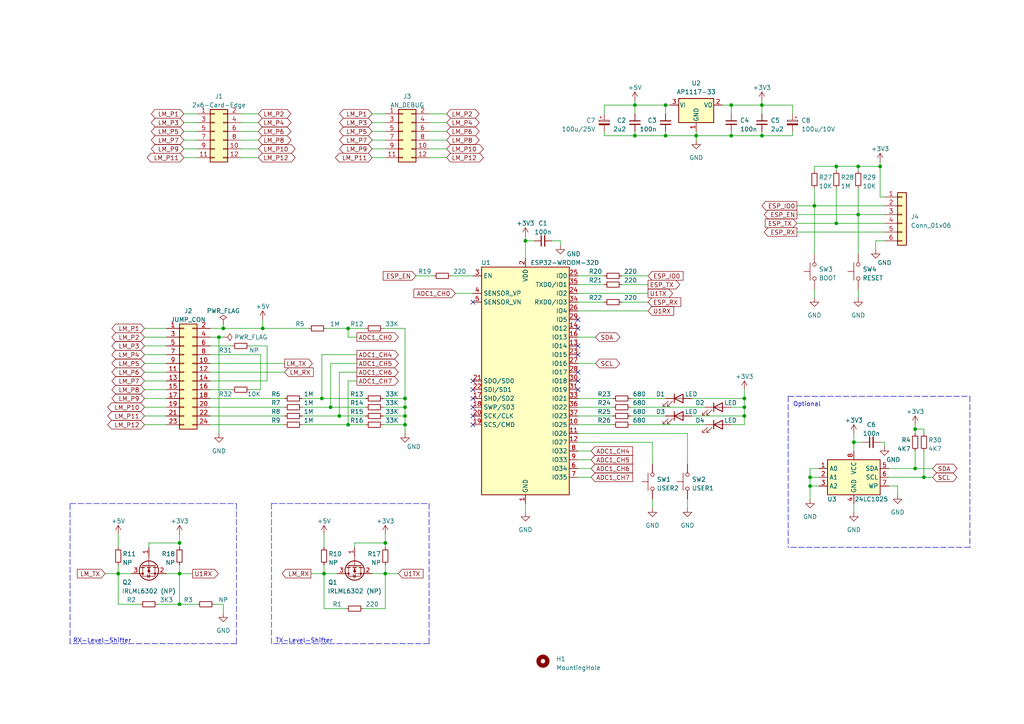
<source format=kicad_sch>
(kicad_sch (version 20210126) (generator eeschema)

  (paper "A4")

  (title_block
    (title "Buderus-KM217-WIFI")
    (date "2021-12-02")
    (rev "0.0.4")
    (company "the78mole")
    (comment 1 "Author: Daniel Glaser")
  )

  (lib_symbols
    (symbol "Connector_Generic:Conn_01x06" (pin_names (offset 1.016) hide) (in_bom yes) (on_board yes)
      (property "Reference" "J" (id 0) (at 0 7.62 0)
        (effects (font (size 1.27 1.27)))
      )
      (property "Value" "Conn_01x06" (id 1) (at 0 -10.16 0)
        (effects (font (size 1.27 1.27)))
      )
      (property "Footprint" "" (id 2) (at 0 0 0)
        (effects (font (size 1.27 1.27)) hide)
      )
      (property "Datasheet" "~" (id 3) (at 0 0 0)
        (effects (font (size 1.27 1.27)) hide)
      )
      (property "ki_keywords" "connector" (id 4) (at 0 0 0)
        (effects (font (size 1.27 1.27)) hide)
      )
      (property "ki_description" "Generic connector, single row, 01x06, script generated (kicad-library-utils/schlib/autogen/connector/)" (id 5) (at 0 0 0)
        (effects (font (size 1.27 1.27)) hide)
      )
      (property "ki_fp_filters" "Connector*:*_1x??_*" (id 6) (at 0 0 0)
        (effects (font (size 1.27 1.27)) hide)
      )
      (symbol "Conn_01x06_1_1"
        (rectangle (start -1.27 -7.493) (end 0 -7.747)
          (stroke (width 0.1524)) (fill (type none))
        )
        (rectangle (start -1.27 -4.953) (end 0 -5.207)
          (stroke (width 0.1524)) (fill (type none))
        )
        (rectangle (start -1.27 -2.413) (end 0 -2.667)
          (stroke (width 0.1524)) (fill (type none))
        )
        (rectangle (start -1.27 0.127) (end 0 -0.127)
          (stroke (width 0.1524)) (fill (type none))
        )
        (rectangle (start -1.27 2.667) (end 0 2.413)
          (stroke (width 0.1524)) (fill (type none))
        )
        (rectangle (start -1.27 5.207) (end 0 4.953)
          (stroke (width 0.1524)) (fill (type none))
        )
        (rectangle (start -1.27 6.35) (end 1.27 -8.89)
          (stroke (width 0.254)) (fill (type background))
        )
        (pin passive line (at -5.08 5.08 0) (length 3.81)
          (name "Pin_1" (effects (font (size 1.27 1.27))))
          (number "1" (effects (font (size 1.27 1.27))))
        )
        (pin passive line (at -5.08 2.54 0) (length 3.81)
          (name "Pin_2" (effects (font (size 1.27 1.27))))
          (number "2" (effects (font (size 1.27 1.27))))
        )
        (pin passive line (at -5.08 0 0) (length 3.81)
          (name "Pin_3" (effects (font (size 1.27 1.27))))
          (number "3" (effects (font (size 1.27 1.27))))
        )
        (pin passive line (at -5.08 -2.54 0) (length 3.81)
          (name "Pin_4" (effects (font (size 1.27 1.27))))
          (number "4" (effects (font (size 1.27 1.27))))
        )
        (pin passive line (at -5.08 -5.08 0) (length 3.81)
          (name "Pin_5" (effects (font (size 1.27 1.27))))
          (number "5" (effects (font (size 1.27 1.27))))
        )
        (pin passive line (at -5.08 -7.62 0) (length 3.81)
          (name "Pin_6" (effects (font (size 1.27 1.27))))
          (number "6" (effects (font (size 1.27 1.27))))
        )
      )
    )
    (symbol "Connector_Generic:Conn_02x06_Odd_Even" (pin_names (offset 1.016) hide) (in_bom yes) (on_board yes)
      (property "Reference" "J" (id 0) (at 1.27 7.62 0)
        (effects (font (size 1.27 1.27)))
      )
      (property "Value" "Conn_02x06_Odd_Even" (id 1) (at 1.27 -10.16 0)
        (effects (font (size 1.27 1.27)))
      )
      (property "Footprint" "" (id 2) (at 0 0 0)
        (effects (font (size 1.27 1.27)) hide)
      )
      (property "Datasheet" "~" (id 3) (at 0 0 0)
        (effects (font (size 1.27 1.27)) hide)
      )
      (property "ki_keywords" "connector" (id 4) (at 0 0 0)
        (effects (font (size 1.27 1.27)) hide)
      )
      (property "ki_description" "Generic connector, double row, 02x06, odd/even pin numbering scheme (row 1 odd numbers, row 2 even numbers), script generated (kicad-library-utils/schlib/autogen/connector/)" (id 5) (at 0 0 0)
        (effects (font (size 1.27 1.27)) hide)
      )
      (property "ki_fp_filters" "Connector*:*_2x??_*" (id 6) (at 0 0 0)
        (effects (font (size 1.27 1.27)) hide)
      )
      (symbol "Conn_02x06_Odd_Even_1_1"
        (rectangle (start -1.27 -7.493) (end 0 -7.747)
          (stroke (width 0.1524)) (fill (type none))
        )
        (rectangle (start -1.27 -4.953) (end 0 -5.207)
          (stroke (width 0.1524)) (fill (type none))
        )
        (rectangle (start -1.27 -2.413) (end 0 -2.667)
          (stroke (width 0.1524)) (fill (type none))
        )
        (rectangle (start -1.27 0.127) (end 0 -0.127)
          (stroke (width 0.1524)) (fill (type none))
        )
        (rectangle (start -1.27 2.667) (end 0 2.413)
          (stroke (width 0.1524)) (fill (type none))
        )
        (rectangle (start -1.27 5.207) (end 0 4.953)
          (stroke (width 0.1524)) (fill (type none))
        )
        (rectangle (start 3.81 -7.493) (end 2.54 -7.747)
          (stroke (width 0.1524)) (fill (type none))
        )
        (rectangle (start 3.81 -4.953) (end 2.54 -5.207)
          (stroke (width 0.1524)) (fill (type none))
        )
        (rectangle (start 3.81 -2.413) (end 2.54 -2.667)
          (stroke (width 0.1524)) (fill (type none))
        )
        (rectangle (start 3.81 0.127) (end 2.54 -0.127)
          (stroke (width 0.1524)) (fill (type none))
        )
        (rectangle (start 3.81 2.667) (end 2.54 2.413)
          (stroke (width 0.1524)) (fill (type none))
        )
        (rectangle (start 3.81 5.207) (end 2.54 4.953)
          (stroke (width 0.1524)) (fill (type none))
        )
        (rectangle (start -1.27 6.35) (end 3.81 -8.89)
          (stroke (width 0.254)) (fill (type background))
        )
        (pin passive line (at -5.08 5.08 0) (length 3.81)
          (name "Pin_1" (effects (font (size 1.27 1.27))))
          (number "1" (effects (font (size 1.27 1.27))))
        )
        (pin passive line (at 7.62 -5.08 180) (length 3.81)
          (name "Pin_10" (effects (font (size 1.27 1.27))))
          (number "10" (effects (font (size 1.27 1.27))))
        )
        (pin passive line (at -5.08 -7.62 0) (length 3.81)
          (name "Pin_11" (effects (font (size 1.27 1.27))))
          (number "11" (effects (font (size 1.27 1.27))))
        )
        (pin passive line (at 7.62 -7.62 180) (length 3.81)
          (name "Pin_12" (effects (font (size 1.27 1.27))))
          (number "12" (effects (font (size 1.27 1.27))))
        )
        (pin passive line (at 7.62 5.08 180) (length 3.81)
          (name "Pin_2" (effects (font (size 1.27 1.27))))
          (number "2" (effects (font (size 1.27 1.27))))
        )
        (pin passive line (at -5.08 2.54 0) (length 3.81)
          (name "Pin_3" (effects (font (size 1.27 1.27))))
          (number "3" (effects (font (size 1.27 1.27))))
        )
        (pin passive line (at 7.62 2.54 180) (length 3.81)
          (name "Pin_4" (effects (font (size 1.27 1.27))))
          (number "4" (effects (font (size 1.27 1.27))))
        )
        (pin passive line (at -5.08 0 0) (length 3.81)
          (name "Pin_5" (effects (font (size 1.27 1.27))))
          (number "5" (effects (font (size 1.27 1.27))))
        )
        (pin passive line (at 7.62 0 180) (length 3.81)
          (name "Pin_6" (effects (font (size 1.27 1.27))))
          (number "6" (effects (font (size 1.27 1.27))))
        )
        (pin passive line (at -5.08 -2.54 0) (length 3.81)
          (name "Pin_7" (effects (font (size 1.27 1.27))))
          (number "7" (effects (font (size 1.27 1.27))))
        )
        (pin passive line (at 7.62 -2.54 180) (length 3.81)
          (name "Pin_8" (effects (font (size 1.27 1.27))))
          (number "8" (effects (font (size 1.27 1.27))))
        )
        (pin passive line (at -5.08 -5.08 0) (length 3.81)
          (name "Pin_9" (effects (font (size 1.27 1.27))))
          (number "9" (effects (font (size 1.27 1.27))))
        )
      )
    )
    (symbol "Connector_Generic:Conn_02x12_Odd_Even" (pin_names (offset 1.016) hide) (in_bom yes) (on_board yes)
      (property "Reference" "J" (id 0) (at 1.27 15.24 0)
        (effects (font (size 1.27 1.27)))
      )
      (property "Value" "Conn_02x12_Odd_Even" (id 1) (at 1.27 -17.78 0)
        (effects (font (size 1.27 1.27)))
      )
      (property "Footprint" "" (id 2) (at 0 0 0)
        (effects (font (size 1.27 1.27)) hide)
      )
      (property "Datasheet" "~" (id 3) (at 0 0 0)
        (effects (font (size 1.27 1.27)) hide)
      )
      (property "ki_keywords" "connector" (id 4) (at 0 0 0)
        (effects (font (size 1.27 1.27)) hide)
      )
      (property "ki_description" "Generic connector, double row, 02x12, odd/even pin numbering scheme (row 1 odd numbers, row 2 even numbers), script generated (kicad-library-utils/schlib/autogen/connector/)" (id 5) (at 0 0 0)
        (effects (font (size 1.27 1.27)) hide)
      )
      (property "ki_fp_filters" "Connector*:*_2x??_*" (id 6) (at 0 0 0)
        (effects (font (size 1.27 1.27)) hide)
      )
      (symbol "Conn_02x12_Odd_Even_1_1"
        (rectangle (start -1.27 -15.113) (end 0 -15.367)
          (stroke (width 0.1524)) (fill (type none))
        )
        (rectangle (start -1.27 -12.573) (end 0 -12.827)
          (stroke (width 0.1524)) (fill (type none))
        )
        (rectangle (start -1.27 -10.033) (end 0 -10.287)
          (stroke (width 0.1524)) (fill (type none))
        )
        (rectangle (start -1.27 -7.493) (end 0 -7.747)
          (stroke (width 0.1524)) (fill (type none))
        )
        (rectangle (start -1.27 -4.953) (end 0 -5.207)
          (stroke (width 0.1524)) (fill (type none))
        )
        (rectangle (start -1.27 -2.413) (end 0 -2.667)
          (stroke (width 0.1524)) (fill (type none))
        )
        (rectangle (start -1.27 0.127) (end 0 -0.127)
          (stroke (width 0.1524)) (fill (type none))
        )
        (rectangle (start -1.27 2.667) (end 0 2.413)
          (stroke (width 0.1524)) (fill (type none))
        )
        (rectangle (start -1.27 5.207) (end 0 4.953)
          (stroke (width 0.1524)) (fill (type none))
        )
        (rectangle (start -1.27 7.747) (end 0 7.493)
          (stroke (width 0.1524)) (fill (type none))
        )
        (rectangle (start -1.27 10.287) (end 0 10.033)
          (stroke (width 0.1524)) (fill (type none))
        )
        (rectangle (start -1.27 12.827) (end 0 12.573)
          (stroke (width 0.1524)) (fill (type none))
        )
        (rectangle (start 3.81 -15.113) (end 2.54 -15.367)
          (stroke (width 0.1524)) (fill (type none))
        )
        (rectangle (start 3.81 -12.573) (end 2.54 -12.827)
          (stroke (width 0.1524)) (fill (type none))
        )
        (rectangle (start 3.81 -10.033) (end 2.54 -10.287)
          (stroke (width 0.1524)) (fill (type none))
        )
        (rectangle (start 3.81 -7.493) (end 2.54 -7.747)
          (stroke (width 0.1524)) (fill (type none))
        )
        (rectangle (start 3.81 -4.953) (end 2.54 -5.207)
          (stroke (width 0.1524)) (fill (type none))
        )
        (rectangle (start 3.81 -2.413) (end 2.54 -2.667)
          (stroke (width 0.1524)) (fill (type none))
        )
        (rectangle (start 3.81 0.127) (end 2.54 -0.127)
          (stroke (width 0.1524)) (fill (type none))
        )
        (rectangle (start 3.81 2.667) (end 2.54 2.413)
          (stroke (width 0.1524)) (fill (type none))
        )
        (rectangle (start 3.81 5.207) (end 2.54 4.953)
          (stroke (width 0.1524)) (fill (type none))
        )
        (rectangle (start 3.81 7.747) (end 2.54 7.493)
          (stroke (width 0.1524)) (fill (type none))
        )
        (rectangle (start 3.81 10.287) (end 2.54 10.033)
          (stroke (width 0.1524)) (fill (type none))
        )
        (rectangle (start 3.81 12.827) (end 2.54 12.573)
          (stroke (width 0.1524)) (fill (type none))
        )
        (rectangle (start -1.27 13.97) (end 3.81 -16.51)
          (stroke (width 0.254)) (fill (type background))
        )
        (pin passive line (at -5.08 12.7 0) (length 3.81)
          (name "Pin_1" (effects (font (size 1.27 1.27))))
          (number "1" (effects (font (size 1.27 1.27))))
        )
        (pin passive line (at 7.62 2.54 180) (length 3.81)
          (name "Pin_10" (effects (font (size 1.27 1.27))))
          (number "10" (effects (font (size 1.27 1.27))))
        )
        (pin passive line (at -5.08 0 0) (length 3.81)
          (name "Pin_11" (effects (font (size 1.27 1.27))))
          (number "11" (effects (font (size 1.27 1.27))))
        )
        (pin passive line (at 7.62 0 180) (length 3.81)
          (name "Pin_12" (effects (font (size 1.27 1.27))))
          (number "12" (effects (font (size 1.27 1.27))))
        )
        (pin passive line (at -5.08 -2.54 0) (length 3.81)
          (name "Pin_13" (effects (font (size 1.27 1.27))))
          (number "13" (effects (font (size 1.27 1.27))))
        )
        (pin passive line (at 7.62 -2.54 180) (length 3.81)
          (name "Pin_14" (effects (font (size 1.27 1.27))))
          (number "14" (effects (font (size 1.27 1.27))))
        )
        (pin passive line (at -5.08 -5.08 0) (length 3.81)
          (name "Pin_15" (effects (font (size 1.27 1.27))))
          (number "15" (effects (font (size 1.27 1.27))))
        )
        (pin passive line (at 7.62 -5.08 180) (length 3.81)
          (name "Pin_16" (effects (font (size 1.27 1.27))))
          (number "16" (effects (font (size 1.27 1.27))))
        )
        (pin passive line (at -5.08 -7.62 0) (length 3.81)
          (name "Pin_17" (effects (font (size 1.27 1.27))))
          (number "17" (effects (font (size 1.27 1.27))))
        )
        (pin passive line (at 7.62 -7.62 180) (length 3.81)
          (name "Pin_18" (effects (font (size 1.27 1.27))))
          (number "18" (effects (font (size 1.27 1.27))))
        )
        (pin passive line (at -5.08 -10.16 0) (length 3.81)
          (name "Pin_19" (effects (font (size 1.27 1.27))))
          (number "19" (effects (font (size 1.27 1.27))))
        )
        (pin passive line (at 7.62 12.7 180) (length 3.81)
          (name "Pin_2" (effects (font (size 1.27 1.27))))
          (number "2" (effects (font (size 1.27 1.27))))
        )
        (pin passive line (at 7.62 -10.16 180) (length 3.81)
          (name "Pin_20" (effects (font (size 1.27 1.27))))
          (number "20" (effects (font (size 1.27 1.27))))
        )
        (pin passive line (at -5.08 -12.7 0) (length 3.81)
          (name "Pin_21" (effects (font (size 1.27 1.27))))
          (number "21" (effects (font (size 1.27 1.27))))
        )
        (pin passive line (at 7.62 -12.7 180) (length 3.81)
          (name "Pin_22" (effects (font (size 1.27 1.27))))
          (number "22" (effects (font (size 1.27 1.27))))
        )
        (pin passive line (at -5.08 -15.24 0) (length 3.81)
          (name "Pin_23" (effects (font (size 1.27 1.27))))
          (number "23" (effects (font (size 1.27 1.27))))
        )
        (pin passive line (at 7.62 -15.24 180) (length 3.81)
          (name "Pin_24" (effects (font (size 1.27 1.27))))
          (number "24" (effects (font (size 1.27 1.27))))
        )
        (pin passive line (at -5.08 10.16 0) (length 3.81)
          (name "Pin_3" (effects (font (size 1.27 1.27))))
          (number "3" (effects (font (size 1.27 1.27))))
        )
        (pin passive line (at 7.62 10.16 180) (length 3.81)
          (name "Pin_4" (effects (font (size 1.27 1.27))))
          (number "4" (effects (font (size 1.27 1.27))))
        )
        (pin passive line (at -5.08 7.62 0) (length 3.81)
          (name "Pin_5" (effects (font (size 1.27 1.27))))
          (number "5" (effects (font (size 1.27 1.27))))
        )
        (pin passive line (at 7.62 7.62 180) (length 3.81)
          (name "Pin_6" (effects (font (size 1.27 1.27))))
          (number "6" (effects (font (size 1.27 1.27))))
        )
        (pin passive line (at -5.08 5.08 0) (length 3.81)
          (name "Pin_7" (effects (font (size 1.27 1.27))))
          (number "7" (effects (font (size 1.27 1.27))))
        )
        (pin passive line (at 7.62 5.08 180) (length 3.81)
          (name "Pin_8" (effects (font (size 1.27 1.27))))
          (number "8" (effects (font (size 1.27 1.27))))
        )
        (pin passive line (at -5.08 2.54 0) (length 3.81)
          (name "Pin_9" (effects (font (size 1.27 1.27))))
          (number "9" (effects (font (size 1.27 1.27))))
        )
      )
    )
    (symbol "Device:C_Polarized_Small" (pin_numbers hide) (pin_names (offset 0.254) hide) (in_bom yes) (on_board yes)
      (property "Reference" "C" (id 0) (at 0.254 1.778 0)
        (effects (font (size 1.27 1.27)) (justify left))
      )
      (property "Value" "C_Polarized_Small" (id 1) (at 0.254 -2.032 0)
        (effects (font (size 1.27 1.27)) (justify left))
      )
      (property "Footprint" "" (id 2) (at 0 0 0)
        (effects (font (size 1.27 1.27)) hide)
      )
      (property "Datasheet" "~" (id 3) (at 0 0 0)
        (effects (font (size 1.27 1.27)) hide)
      )
      (property "ki_keywords" "cap capacitor" (id 4) (at 0 0 0)
        (effects (font (size 1.27 1.27)) hide)
      )
      (property "ki_description" "Polarized capacitor, small symbol" (id 5) (at 0 0 0)
        (effects (font (size 1.27 1.27)) hide)
      )
      (property "ki_fp_filters" "CP_*" (id 6) (at 0 0 0)
        (effects (font (size 1.27 1.27)) hide)
      )
      (symbol "C_Polarized_Small_0_1"
        (rectangle (start -1.524 0.6858) (end 1.524 0.3048)
          (stroke (width 0)) (fill (type none))
        )
        (rectangle (start -1.524 -0.3048) (end 1.524 -0.6858)
          (stroke (width 0)) (fill (type outline))
        )
        (polyline
          (pts
            (xy -1.27 1.524)
            (xy -0.762 1.524)
          )
          (stroke (width 0)) (fill (type none))
        )
        (polyline
          (pts
            (xy -1.016 1.27)
            (xy -1.016 1.778)
          )
          (stroke (width 0)) (fill (type none))
        )
      )
      (symbol "C_Polarized_Small_1_1"
        (pin passive line (at 0 2.54 270) (length 1.8542)
          (name "~" (effects (font (size 1.27 1.27))))
          (number "1" (effects (font (size 1.27 1.27))))
        )
        (pin passive line (at 0 -2.54 90) (length 1.8542)
          (name "~" (effects (font (size 1.27 1.27))))
          (number "2" (effects (font (size 1.27 1.27))))
        )
      )
    )
    (symbol "Device:C_Small" (pin_numbers hide) (pin_names (offset 0.254) hide) (in_bom yes) (on_board yes)
      (property "Reference" "C" (id 0) (at 0.254 1.778 0)
        (effects (font (size 1.27 1.27)) (justify left))
      )
      (property "Value" "C_Small" (id 1) (at 0.254 -2.032 0)
        (effects (font (size 1.27 1.27)) (justify left))
      )
      (property "Footprint" "" (id 2) (at 0 0 0)
        (effects (font (size 1.27 1.27)) hide)
      )
      (property "Datasheet" "~" (id 3) (at 0 0 0)
        (effects (font (size 1.27 1.27)) hide)
      )
      (property "ki_keywords" "capacitor cap" (id 4) (at 0 0 0)
        (effects (font (size 1.27 1.27)) hide)
      )
      (property "ki_description" "Unpolarized capacitor, small symbol" (id 5) (at 0 0 0)
        (effects (font (size 1.27 1.27)) hide)
      )
      (property "ki_fp_filters" "C_*" (id 6) (at 0 0 0)
        (effects (font (size 1.27 1.27)) hide)
      )
      (symbol "C_Small_0_1"
        (polyline
          (pts
            (xy -1.524 -0.508)
            (xy 1.524 -0.508)
          )
          (stroke (width 0.3302)) (fill (type none))
        )
        (polyline
          (pts
            (xy -1.524 0.508)
            (xy 1.524 0.508)
          )
          (stroke (width 0.3048)) (fill (type none))
        )
      )
      (symbol "C_Small_1_1"
        (pin passive line (at 0 2.54 270) (length 2.032)
          (name "~" (effects (font (size 1.27 1.27))))
          (number "1" (effects (font (size 1.27 1.27))))
        )
        (pin passive line (at 0 -2.54 90) (length 2.032)
          (name "~" (effects (font (size 1.27 1.27))))
          (number "2" (effects (font (size 1.27 1.27))))
        )
      )
    )
    (symbol "Device:LED" (pin_numbers hide) (pin_names (offset 1.016) hide) (in_bom yes) (on_board yes)
      (property "Reference" "D" (id 0) (at 0 2.54 0)
        (effects (font (size 1.27 1.27)))
      )
      (property "Value" "LED" (id 1) (at 0 -2.54 0)
        (effects (font (size 1.27 1.27)))
      )
      (property "Footprint" "" (id 2) (at 0 0 0)
        (effects (font (size 1.27 1.27)) hide)
      )
      (property "Datasheet" "~" (id 3) (at 0 0 0)
        (effects (font (size 1.27 1.27)) hide)
      )
      (property "ki_keywords" "LED diode" (id 4) (at 0 0 0)
        (effects (font (size 1.27 1.27)) hide)
      )
      (property "ki_description" "Light emitting diode" (id 5) (at 0 0 0)
        (effects (font (size 1.27 1.27)) hide)
      )
      (property "ki_fp_filters" "LED* LED_SMD:* LED_THT:*" (id 6) (at 0 0 0)
        (effects (font (size 1.27 1.27)) hide)
      )
      (symbol "LED_0_1"
        (polyline
          (pts
            (xy -1.27 -1.27)
            (xy -1.27 1.27)
          )
          (stroke (width 0.254)) (fill (type none))
        )
        (polyline
          (pts
            (xy -1.27 0)
            (xy 1.27 0)
          )
          (stroke (width 0)) (fill (type none))
        )
        (polyline
          (pts
            (xy 1.27 -1.27)
            (xy 1.27 1.27)
            (xy -1.27 0)
            (xy 1.27 -1.27)
          )
          (stroke (width 0.254)) (fill (type none))
        )
        (polyline
          (pts
            (xy -3.048 -0.762)
            (xy -4.572 -2.286)
            (xy -3.81 -2.286)
            (xy -4.572 -2.286)
            (xy -4.572 -1.524)
          )
          (stroke (width 0)) (fill (type none))
        )
        (polyline
          (pts
            (xy -1.778 -0.762)
            (xy -3.302 -2.286)
            (xy -2.54 -2.286)
            (xy -3.302 -2.286)
            (xy -3.302 -1.524)
          )
          (stroke (width 0)) (fill (type none))
        )
      )
      (symbol "LED_1_1"
        (pin passive line (at -3.81 0 0) (length 2.54)
          (name "K" (effects (font (size 1.27 1.27))))
          (number "1" (effects (font (size 1.27 1.27))))
        )
        (pin passive line (at 3.81 0 180) (length 2.54)
          (name "A" (effects (font (size 1.27 1.27))))
          (number "2" (effects (font (size 1.27 1.27))))
        )
      )
    )
    (symbol "Device:Q_NMOS_GSD" (pin_names (offset 0) hide) (in_bom yes) (on_board yes)
      (property "Reference" "Q" (id 0) (at 5.08 1.27 0)
        (effects (font (size 1.27 1.27)) (justify left))
      )
      (property "Value" "Q_NMOS_GSD" (id 1) (at 5.08 -1.27 0)
        (effects (font (size 1.27 1.27)) (justify left))
      )
      (property "Footprint" "" (id 2) (at 5.08 2.54 0)
        (effects (font (size 1.27 1.27)) hide)
      )
      (property "Datasheet" "~" (id 3) (at 0 0 0)
        (effects (font (size 1.27 1.27)) hide)
      )
      (property "ki_keywords" "transistor NMOS N-MOS N-MOSFET" (id 4) (at 0 0 0)
        (effects (font (size 1.27 1.27)) hide)
      )
      (property "ki_description" "N-MOSFET transistor, gate/source/drain" (id 5) (at 0 0 0)
        (effects (font (size 1.27 1.27)) hide)
      )
      (symbol "Q_NMOS_GSD_0_1"
        (circle (center 1.651 0) (radius 2.794) (stroke (width 0.254)) (fill (type none)))
        (circle (center 2.54 -1.778) (radius 0.254) (stroke (width 0)) (fill (type outline)))
        (circle (center 2.54 1.778) (radius 0.254) (stroke (width 0)) (fill (type outline)))
        (polyline
          (pts
            (xy 0.254 0)
            (xy -2.54 0)
          )
          (stroke (width 0)) (fill (type none))
        )
        (polyline
          (pts
            (xy 0.254 1.905)
            (xy 0.254 -1.905)
          )
          (stroke (width 0.254)) (fill (type none))
        )
        (polyline
          (pts
            (xy 0.762 -1.27)
            (xy 0.762 -2.286)
          )
          (stroke (width 0.254)) (fill (type none))
        )
        (polyline
          (pts
            (xy 0.762 0.508)
            (xy 0.762 -0.508)
          )
          (stroke (width 0.254)) (fill (type none))
        )
        (polyline
          (pts
            (xy 0.762 2.286)
            (xy 0.762 1.27)
          )
          (stroke (width 0.254)) (fill (type none))
        )
        (polyline
          (pts
            (xy 2.54 2.54)
            (xy 2.54 1.778)
          )
          (stroke (width 0)) (fill (type none))
        )
        (polyline
          (pts
            (xy 2.54 -2.54)
            (xy 2.54 0)
            (xy 0.762 0)
          )
          (stroke (width 0)) (fill (type none))
        )
        (polyline
          (pts
            (xy 0.762 -1.778)
            (xy 3.302 -1.778)
            (xy 3.302 1.778)
            (xy 0.762 1.778)
          )
          (stroke (width 0)) (fill (type none))
        )
        (polyline
          (pts
            (xy 2.794 0.508)
            (xy 2.921 0.381)
            (xy 3.683 0.381)
            (xy 3.81 0.254)
          )
          (stroke (width 0)) (fill (type none))
        )
        (polyline
          (pts
            (xy 3.302 0.381)
            (xy 2.921 -0.254)
            (xy 3.683 -0.254)
            (xy 3.302 0.381)
          )
          (stroke (width 0)) (fill (type none))
        )
        (polyline
          (pts
            (xy 1.016 0)
            (xy 2.032 0.381)
            (xy 2.032 -0.381)
            (xy 1.016 0)
          )
          (stroke (width 0)) (fill (type outline))
        )
      )
      (symbol "Q_NMOS_GSD_1_1"
        (pin input line (at -5.08 0 0) (length 2.54)
          (name "G" (effects (font (size 1.27 1.27))))
          (number "1" (effects (font (size 1.27 1.27))))
        )
        (pin passive line (at 2.54 -5.08 90) (length 2.54)
          (name "S" (effects (font (size 1.27 1.27))))
          (number "2" (effects (font (size 1.27 1.27))))
        )
        (pin passive line (at 2.54 5.08 270) (length 2.54)
          (name "D" (effects (font (size 1.27 1.27))))
          (number "3" (effects (font (size 1.27 1.27))))
        )
      )
    )
    (symbol "Device:R_Small" (pin_numbers hide) (pin_names (offset 0.254) hide) (in_bom yes) (on_board yes)
      (property "Reference" "R" (id 0) (at 0.762 0.508 0)
        (effects (font (size 1.27 1.27)) (justify left))
      )
      (property "Value" "R_Small" (id 1) (at 0.762 -1.016 0)
        (effects (font (size 1.27 1.27)) (justify left))
      )
      (property "Footprint" "" (id 2) (at 0 0 0)
        (effects (font (size 1.27 1.27)) hide)
      )
      (property "Datasheet" "~" (id 3) (at 0 0 0)
        (effects (font (size 1.27 1.27)) hide)
      )
      (property "ki_keywords" "R resistor" (id 4) (at 0 0 0)
        (effects (font (size 1.27 1.27)) hide)
      )
      (property "ki_description" "Resistor, small symbol" (id 5) (at 0 0 0)
        (effects (font (size 1.27 1.27)) hide)
      )
      (property "ki_fp_filters" "R_*" (id 6) (at 0 0 0)
        (effects (font (size 1.27 1.27)) hide)
      )
      (symbol "R_Small_0_1"
        (rectangle (start -0.762 1.778) (end 0.762 -1.778)
          (stroke (width 0.2032)) (fill (type none))
        )
      )
      (symbol "R_Small_1_1"
        (pin passive line (at 0 2.54 270) (length 0.762)
          (name "~" (effects (font (size 1.27 1.27))))
          (number "1" (effects (font (size 1.27 1.27))))
        )
        (pin passive line (at 0 -2.54 90) (length 0.762)
          (name "~" (effects (font (size 1.27 1.27))))
          (number "2" (effects (font (size 1.27 1.27))))
        )
      )
    )
    (symbol "Mechanical:MountingHole" (pin_names (offset 1.016)) (in_bom yes) (on_board yes)
      (property "Reference" "H" (id 0) (at 0 5.08 0)
        (effects (font (size 1.27 1.27)))
      )
      (property "Value" "MountingHole" (id 1) (at 0 3.175 0)
        (effects (font (size 1.27 1.27)))
      )
      (property "Footprint" "" (id 2) (at 0 0 0)
        (effects (font (size 1.27 1.27)) hide)
      )
      (property "Datasheet" "~" (id 3) (at 0 0 0)
        (effects (font (size 1.27 1.27)) hide)
      )
      (property "ki_keywords" "mounting hole" (id 4) (at 0 0 0)
        (effects (font (size 1.27 1.27)) hide)
      )
      (property "ki_description" "Mounting Hole without connection" (id 5) (at 0 0 0)
        (effects (font (size 1.27 1.27)) hide)
      )
      (property "ki_fp_filters" "MountingHole*" (id 6) (at 0 0 0)
        (effects (font (size 1.27 1.27)) hide)
      )
      (symbol "MountingHole_0_1"
        (circle (center 0 0) (radius 1.27) (stroke (width 1.27)) (fill (type none)))
      )
    )
    (symbol "Memory_EEPROM:24LC1025" (in_bom yes) (on_board yes)
      (property "Reference" "U" (id 0) (at -6.35 6.35 0)
        (effects (font (size 1.27 1.27)))
      )
      (property "Value" "24LC1025" (id 1) (at 1.27 6.35 0)
        (effects (font (size 1.27 1.27)) (justify left))
      )
      (property "Footprint" "" (id 2) (at 0 0 0)
        (effects (font (size 1.27 1.27)) hide)
      )
      (property "Datasheet" "http://ww1.microchip.com/downloads/en/DeviceDoc/21941B.pdf" (id 3) (at 0 0 0)
        (effects (font (size 1.27 1.27)) hide)
      )
      (property "ki_keywords" "I2C Serial EEPROM" (id 4) (at 0 0 0)
        (effects (font (size 1.27 1.27)) hide)
      )
      (property "ki_description" "I2C Serial EEPROM, 1024Kb, DIP-8/SOIC-8/TSSOP-8/DFN-8" (id 5) (at 0 0 0)
        (effects (font (size 1.27 1.27)) hide)
      )
      (property "ki_fp_filters" "DIP*W7.62mm* SOIC*3.9x4.9mm* TSSOP*4.4x3mm*P0.65mm* DFN*3x2mm*P0.5mm*" (id 6) (at 0 0 0)
        (effects (font (size 1.27 1.27)) hide)
      )
      (symbol "24LC1025_1_1"
        (rectangle (start -7.62 5.08) (end 7.62 -5.08)
          (stroke (width 0.254)) (fill (type background))
        )
        (pin input line (at -10.16 2.54 0) (length 2.54)
          (name "A0" (effects (font (size 1.27 1.27))))
          (number "1" (effects (font (size 1.27 1.27))))
        )
        (pin input line (at -10.16 0 0) (length 2.54)
          (name "A1" (effects (font (size 1.27 1.27))))
          (number "2" (effects (font (size 1.27 1.27))))
        )
        (pin input line (at -10.16 -2.54 0) (length 2.54)
          (name "A2" (effects (font (size 1.27 1.27))))
          (number "3" (effects (font (size 1.27 1.27))))
        )
        (pin power_in line (at 0 -7.62 90) (length 2.54)
          (name "GND" (effects (font (size 1.27 1.27))))
          (number "4" (effects (font (size 1.27 1.27))))
        )
        (pin bidirectional line (at 10.16 2.54 180) (length 2.54)
          (name "SDA" (effects (font (size 1.27 1.27))))
          (number "5" (effects (font (size 1.27 1.27))))
        )
        (pin input line (at 10.16 0 180) (length 2.54)
          (name "SCL" (effects (font (size 1.27 1.27))))
          (number "6" (effects (font (size 1.27 1.27))))
        )
        (pin input line (at 10.16 -2.54 180) (length 2.54)
          (name "WP" (effects (font (size 1.27 1.27))))
          (number "7" (effects (font (size 1.27 1.27))))
        )
        (pin power_in line (at 0 7.62 270) (length 2.54)
          (name "VCC" (effects (font (size 1.27 1.27))))
          (number "8" (effects (font (size 1.27 1.27))))
        )
      )
    )
    (symbol "RF_Module:ESP32-WROOM-32D" (in_bom yes) (on_board yes)
      (property "Reference" "U" (id 0) (at -12.7 34.29 0)
        (effects (font (size 1.27 1.27)) (justify left))
      )
      (property "Value" "ESP32-WROOM-32D" (id 1) (at 1.27 34.29 0)
        (effects (font (size 1.27 1.27)) (justify left))
      )
      (property "Footprint" "RF_Module:ESP32-WROOM-32" (id 2) (at 0 -38.1 0)
        (effects (font (size 1.27 1.27)) hide)
      )
      (property "Datasheet" "https://www.espressif.com/sites/default/files/documentation/esp32-wroom-32d_esp32-wroom-32u_datasheet_en.pdf" (id 3) (at -7.62 1.27 0)
        (effects (font (size 1.27 1.27)) hide)
      )
      (property "ki_keywords" "RF Radio BT ESP ESP32 Espressif onboard PCB antenna" (id 4) (at 0 0 0)
        (effects (font (size 1.27 1.27)) hide)
      )
      (property "ki_description" "RF Module, ESP32-D0WD SoC, Wi-Fi 802.11b/g/n, Bluetooth, BLE, 32-bit, 2.7-3.6V, onboard antenna, SMD" (id 5) (at 0 0 0)
        (effects (font (size 1.27 1.27)) hide)
      )
      (property "ki_fp_filters" "ESP32?WROOM?32*" (id 6) (at 0 0 0)
        (effects (font (size 1.27 1.27)) hide)
      )
      (symbol "ESP32-WROOM-32D_0_1"
        (rectangle (start -12.7 33.02) (end 12.7 -33.02)
          (stroke (width 0.254)) (fill (type background))
        )
      )
      (symbol "ESP32-WROOM-32D_1_1"
        (pin power_in line (at 0 -35.56 90) (length 2.54)
          (name "GND" (effects (font (size 1.27 1.27))))
          (number "1" (effects (font (size 1.27 1.27))))
        )
        (pin bidirectional line (at 15.24 -12.7 180) (length 2.54)
          (name "IO25" (effects (font (size 1.27 1.27))))
          (number "10" (effects (font (size 1.27 1.27))))
        )
        (pin bidirectional line (at 15.24 -15.24 180) (length 2.54)
          (name "IO26" (effects (font (size 1.27 1.27))))
          (number "11" (effects (font (size 1.27 1.27))))
        )
        (pin bidirectional line (at 15.24 -17.78 180) (length 2.54)
          (name "IO27" (effects (font (size 1.27 1.27))))
          (number "12" (effects (font (size 1.27 1.27))))
        )
        (pin bidirectional line (at 15.24 10.16 180) (length 2.54)
          (name "IO14" (effects (font (size 1.27 1.27))))
          (number "13" (effects (font (size 1.27 1.27))))
        )
        (pin bidirectional line (at 15.24 15.24 180) (length 2.54)
          (name "IO12" (effects (font (size 1.27 1.27))))
          (number "14" (effects (font (size 1.27 1.27))))
        )
        (pin passive line (at 0 -35.56 90) (length 2.54) hide
          (name "GND" (effects (font (size 1.27 1.27))))
          (number "15" (effects (font (size 1.27 1.27))))
        )
        (pin bidirectional line (at 15.24 12.7 180) (length 2.54)
          (name "IO13" (effects (font (size 1.27 1.27))))
          (number "16" (effects (font (size 1.27 1.27))))
        )
        (pin bidirectional line (at -15.24 -5.08 0) (length 2.54)
          (name "SHD/SD2" (effects (font (size 1.27 1.27))))
          (number "17" (effects (font (size 1.27 1.27))))
        )
        (pin bidirectional line (at -15.24 -7.62 0) (length 2.54)
          (name "SWP/SD3" (effects (font (size 1.27 1.27))))
          (number "18" (effects (font (size 1.27 1.27))))
        )
        (pin bidirectional line (at -15.24 -12.7 0) (length 2.54)
          (name "SCS/CMD" (effects (font (size 1.27 1.27))))
          (number "19" (effects (font (size 1.27 1.27))))
        )
        (pin power_in line (at 0 35.56 270) (length 2.54)
          (name "VDD" (effects (font (size 1.27 1.27))))
          (number "2" (effects (font (size 1.27 1.27))))
        )
        (pin bidirectional line (at -15.24 -10.16 0) (length 2.54)
          (name "SCK/CLK" (effects (font (size 1.27 1.27))))
          (number "20" (effects (font (size 1.27 1.27))))
        )
        (pin bidirectional line (at -15.24 0 0) (length 2.54)
          (name "SDO/SD0" (effects (font (size 1.27 1.27))))
          (number "21" (effects (font (size 1.27 1.27))))
        )
        (pin bidirectional line (at -15.24 -2.54 0) (length 2.54)
          (name "SDI/SD1" (effects (font (size 1.27 1.27))))
          (number "22" (effects (font (size 1.27 1.27))))
        )
        (pin bidirectional line (at 15.24 7.62 180) (length 2.54)
          (name "IO15" (effects (font (size 1.27 1.27))))
          (number "23" (effects (font (size 1.27 1.27))))
        )
        (pin bidirectional line (at 15.24 25.4 180) (length 2.54)
          (name "IO2" (effects (font (size 1.27 1.27))))
          (number "24" (effects (font (size 1.27 1.27))))
        )
        (pin bidirectional line (at 15.24 30.48 180) (length 2.54)
          (name "IO0" (effects (font (size 1.27 1.27))))
          (number "25" (effects (font (size 1.27 1.27))))
        )
        (pin bidirectional line (at 15.24 20.32 180) (length 2.54)
          (name "IO4" (effects (font (size 1.27 1.27))))
          (number "26" (effects (font (size 1.27 1.27))))
        )
        (pin bidirectional line (at 15.24 5.08 180) (length 2.54)
          (name "IO16" (effects (font (size 1.27 1.27))))
          (number "27" (effects (font (size 1.27 1.27))))
        )
        (pin bidirectional line (at 15.24 2.54 180) (length 2.54)
          (name "IO17" (effects (font (size 1.27 1.27))))
          (number "28" (effects (font (size 1.27 1.27))))
        )
        (pin bidirectional line (at 15.24 17.78 180) (length 2.54)
          (name "IO5" (effects (font (size 1.27 1.27))))
          (number "29" (effects (font (size 1.27 1.27))))
        )
        (pin input line (at -15.24 30.48 0) (length 2.54)
          (name "EN" (effects (font (size 1.27 1.27))))
          (number "3" (effects (font (size 1.27 1.27))))
        )
        (pin bidirectional line (at 15.24 0 180) (length 2.54)
          (name "IO18" (effects (font (size 1.27 1.27))))
          (number "30" (effects (font (size 1.27 1.27))))
        )
        (pin bidirectional line (at 15.24 -2.54 180) (length 2.54)
          (name "IO19" (effects (font (size 1.27 1.27))))
          (number "31" (effects (font (size 1.27 1.27))))
        )
        (pin no_connect line (at -12.7 -27.94 0) (length 2.54) hide
          (name "NC" (effects (font (size 1.27 1.27))))
          (number "32" (effects (font (size 1.27 1.27))))
        )
        (pin bidirectional line (at 15.24 -5.08 180) (length 2.54)
          (name "IO21" (effects (font (size 1.27 1.27))))
          (number "33" (effects (font (size 1.27 1.27))))
        )
        (pin bidirectional line (at 15.24 22.86 180) (length 2.54)
          (name "RXD0/IO3" (effects (font (size 1.27 1.27))))
          (number "34" (effects (font (size 1.27 1.27))))
        )
        (pin bidirectional line (at 15.24 27.94 180) (length 2.54)
          (name "TXD0/IO1" (effects (font (size 1.27 1.27))))
          (number "35" (effects (font (size 1.27 1.27))))
        )
        (pin bidirectional line (at 15.24 -7.62 180) (length 2.54)
          (name "IO22" (effects (font (size 1.27 1.27))))
          (number "36" (effects (font (size 1.27 1.27))))
        )
        (pin bidirectional line (at 15.24 -10.16 180) (length 2.54)
          (name "IO23" (effects (font (size 1.27 1.27))))
          (number "37" (effects (font (size 1.27 1.27))))
        )
        (pin passive line (at 0 -35.56 90) (length 2.54) hide
          (name "GND" (effects (font (size 1.27 1.27))))
          (number "38" (effects (font (size 1.27 1.27))))
        )
        (pin passive line (at 0 -35.56 90) (length 2.54) hide
          (name "GND" (effects (font (size 1.27 1.27))))
          (number "39" (effects (font (size 1.27 1.27))))
        )
        (pin input line (at -15.24 25.4 0) (length 2.54)
          (name "SENSOR_VP" (effects (font (size 1.27 1.27))))
          (number "4" (effects (font (size 1.27 1.27))))
        )
        (pin input line (at -15.24 22.86 0) (length 2.54)
          (name "SENSOR_VN" (effects (font (size 1.27 1.27))))
          (number "5" (effects (font (size 1.27 1.27))))
        )
        (pin input line (at 15.24 -25.4 180) (length 2.54)
          (name "IO34" (effects (font (size 1.27 1.27))))
          (number "6" (effects (font (size 1.27 1.27))))
        )
        (pin input line (at 15.24 -27.94 180) (length 2.54)
          (name "IO35" (effects (font (size 1.27 1.27))))
          (number "7" (effects (font (size 1.27 1.27))))
        )
        (pin bidirectional line (at 15.24 -20.32 180) (length 2.54)
          (name "IO32" (effects (font (size 1.27 1.27))))
          (number "8" (effects (font (size 1.27 1.27))))
        )
        (pin bidirectional line (at 15.24 -22.86 180) (length 2.54)
          (name "IO33" (effects (font (size 1.27 1.27))))
          (number "9" (effects (font (size 1.27 1.27))))
        )
      )
    )
    (symbol "Regulator_Linear:AP1117-33" (pin_names (offset 0.254)) (in_bom yes) (on_board yes)
      (property "Reference" "U" (id 0) (at -3.81 3.175 0)
        (effects (font (size 1.27 1.27)))
      )
      (property "Value" "AP1117-33" (id 1) (at 0 3.175 0)
        (effects (font (size 1.27 1.27)) (justify left))
      )
      (property "Footprint" "Package_TO_SOT_SMD:SOT-223-3_TabPin2" (id 2) (at 0 5.08 0)
        (effects (font (size 1.27 1.27)) hide)
      )
      (property "Datasheet" "http://www.diodes.com/datasheets/AP1117.pdf" (id 3) (at 2.54 -6.35 0)
        (effects (font (size 1.27 1.27)) hide)
      )
      (property "ki_keywords" "linear regulator ldo fixed positive obsolete" (id 4) (at 0 0 0)
        (effects (font (size 1.27 1.27)) hide)
      )
      (property "ki_description" "1A Low Dropout regulator, positive, 3.3V fixed output, SOT-223" (id 5) (at 0 0 0)
        (effects (font (size 1.27 1.27)) hide)
      )
      (property "ki_fp_filters" "SOT?223*TabPin2*" (id 6) (at 0 0 0)
        (effects (font (size 1.27 1.27)) hide)
      )
      (symbol "AP1117-33_0_1"
        (rectangle (start -5.08 -5.08) (end 5.08 1.905)
          (stroke (width 0.254)) (fill (type background))
        )
      )
      (symbol "AP1117-33_1_1"
        (pin power_in line (at 0 -7.62 90) (length 2.54)
          (name "GND" (effects (font (size 1.27 1.27))))
          (number "1" (effects (font (size 1.27 1.27))))
        )
        (pin power_out line (at 7.62 0 180) (length 2.54)
          (name "VO" (effects (font (size 1.27 1.27))))
          (number "2" (effects (font (size 1.27 1.27))))
        )
        (pin power_in line (at -7.62 0 0) (length 2.54)
          (name "VI" (effects (font (size 1.27 1.27))))
          (number "3" (effects (font (size 1.27 1.27))))
        )
      )
    )
    (symbol "Switch:SW_Push" (pin_numbers hide) (pin_names (offset 1.016) hide) (in_bom yes) (on_board yes)
      (property "Reference" "SW" (id 0) (at 1.27 2.54 0)
        (effects (font (size 1.27 1.27)) (justify left))
      )
      (property "Value" "SW_Push" (id 1) (at 0 -1.524 0)
        (effects (font (size 1.27 1.27)))
      )
      (property "Footprint" "" (id 2) (at 0 5.08 0)
        (effects (font (size 1.27 1.27)) hide)
      )
      (property "Datasheet" "~" (id 3) (at 0 5.08 0)
        (effects (font (size 1.27 1.27)) hide)
      )
      (property "ki_keywords" "switch normally-open pushbutton push-button" (id 4) (at 0 0 0)
        (effects (font (size 1.27 1.27)) hide)
      )
      (property "ki_description" "Push button switch, generic, two pins" (id 5) (at 0 0 0)
        (effects (font (size 1.27 1.27)) hide)
      )
      (symbol "SW_Push_0_1"
        (circle (center -2.032 0) (radius 0.508) (stroke (width 0)) (fill (type none)))
        (circle (center 2.032 0) (radius 0.508) (stroke (width 0)) (fill (type none)))
        (polyline
          (pts
            (xy 0 1.27)
            (xy 0 3.048)
          )
          (stroke (width 0)) (fill (type none))
        )
        (polyline
          (pts
            (xy 2.54 1.27)
            (xy -2.54 1.27)
          )
          (stroke (width 0)) (fill (type none))
        )
        (pin passive line (at -5.08 0 0) (length 2.54)
          (name "1" (effects (font (size 1.27 1.27))))
          (number "1" (effects (font (size 1.27 1.27))))
        )
        (pin passive line (at 5.08 0 180) (length 2.54)
          (name "2" (effects (font (size 1.27 1.27))))
          (number "2" (effects (font (size 1.27 1.27))))
        )
      )
    )
    (symbol "power:+3V3" (power) (pin_names (offset 0)) (in_bom yes) (on_board yes)
      (property "Reference" "#PWR" (id 0) (at 0 -3.81 0)
        (effects (font (size 1.27 1.27)) hide)
      )
      (property "Value" "+3V3" (id 1) (at 0 3.556 0)
        (effects (font (size 1.27 1.27)))
      )
      (property "Footprint" "" (id 2) (at 0 0 0)
        (effects (font (size 1.27 1.27)) hide)
      )
      (property "Datasheet" "" (id 3) (at 0 0 0)
        (effects (font (size 1.27 1.27)) hide)
      )
      (property "ki_keywords" "power-flag" (id 4) (at 0 0 0)
        (effects (font (size 1.27 1.27)) hide)
      )
      (property "ki_description" "Power symbol creates a global label with name \"+3V3\"" (id 5) (at 0 0 0)
        (effects (font (size 1.27 1.27)) hide)
      )
      (symbol "+3V3_0_1"
        (polyline
          (pts
            (xy -0.762 1.27)
            (xy 0 2.54)
          )
          (stroke (width 0)) (fill (type none))
        )
        (polyline
          (pts
            (xy 0 0)
            (xy 0 2.54)
          )
          (stroke (width 0)) (fill (type none))
        )
        (polyline
          (pts
            (xy 0 2.54)
            (xy 0.762 1.27)
          )
          (stroke (width 0)) (fill (type none))
        )
      )
      (symbol "+3V3_1_1"
        (pin power_in line (at 0 0 90) (length 0) hide
          (name "+3V3" (effects (font (size 1.27 1.27))))
          (number "1" (effects (font (size 1.27 1.27))))
        )
      )
    )
    (symbol "power:+5V" (power) (pin_names (offset 0)) (in_bom yes) (on_board yes)
      (property "Reference" "#PWR" (id 0) (at 0 -3.81 0)
        (effects (font (size 1.27 1.27)) hide)
      )
      (property "Value" "+5V" (id 1) (at 0 3.556 0)
        (effects (font (size 1.27 1.27)))
      )
      (property "Footprint" "" (id 2) (at 0 0 0)
        (effects (font (size 1.27 1.27)) hide)
      )
      (property "Datasheet" "" (id 3) (at 0 0 0)
        (effects (font (size 1.27 1.27)) hide)
      )
      (property "ki_keywords" "power-flag" (id 4) (at 0 0 0)
        (effects (font (size 1.27 1.27)) hide)
      )
      (property "ki_description" "Power symbol creates a global label with name \"+5V\"" (id 5) (at 0 0 0)
        (effects (font (size 1.27 1.27)) hide)
      )
      (symbol "+5V_0_1"
        (polyline
          (pts
            (xy -0.762 1.27)
            (xy 0 2.54)
          )
          (stroke (width 0)) (fill (type none))
        )
        (polyline
          (pts
            (xy 0 0)
            (xy 0 2.54)
          )
          (stroke (width 0)) (fill (type none))
        )
        (polyline
          (pts
            (xy 0 2.54)
            (xy 0.762 1.27)
          )
          (stroke (width 0)) (fill (type none))
        )
      )
      (symbol "+5V_1_1"
        (pin power_in line (at 0 0 90) (length 0) hide
          (name "+5V" (effects (font (size 1.27 1.27))))
          (number "1" (effects (font (size 1.27 1.27))))
        )
      )
    )
    (symbol "power:GND" (power) (pin_names (offset 0)) (in_bom yes) (on_board yes)
      (property "Reference" "#PWR" (id 0) (at 0 -6.35 0)
        (effects (font (size 1.27 1.27)) hide)
      )
      (property "Value" "GND" (id 1) (at 0 -3.81 0)
        (effects (font (size 1.27 1.27)))
      )
      (property "Footprint" "" (id 2) (at 0 0 0)
        (effects (font (size 1.27 1.27)) hide)
      )
      (property "Datasheet" "" (id 3) (at 0 0 0)
        (effects (font (size 1.27 1.27)) hide)
      )
      (property "ki_keywords" "power-flag" (id 4) (at 0 0 0)
        (effects (font (size 1.27 1.27)) hide)
      )
      (property "ki_description" "Power symbol creates a global label with name \"GND\" , ground" (id 5) (at 0 0 0)
        (effects (font (size 1.27 1.27)) hide)
      )
      (symbol "GND_0_1"
        (polyline
          (pts
            (xy 0 0)
            (xy 0 -1.27)
            (xy 1.27 -1.27)
            (xy 0 -2.54)
            (xy -1.27 -1.27)
            (xy 0 -1.27)
          )
          (stroke (width 0)) (fill (type none))
        )
      )
      (symbol "GND_1_1"
        (pin power_in line (at 0 0 270) (length 0) hide
          (name "GND" (effects (font (size 1.27 1.27))))
          (number "1" (effects (font (size 1.27 1.27))))
        )
      )
    )
    (symbol "power:PWR_FLAG" (power) (pin_numbers hide) (pin_names (offset 0) hide) (in_bom yes) (on_board yes)
      (property "Reference" "#FLG" (id 0) (at 0 1.905 0)
        (effects (font (size 1.27 1.27)) hide)
      )
      (property "Value" "PWR_FLAG" (id 1) (at 0 3.81 0)
        (effects (font (size 1.27 1.27)))
      )
      (property "Footprint" "" (id 2) (at 0 0 0)
        (effects (font (size 1.27 1.27)) hide)
      )
      (property "Datasheet" "~" (id 3) (at 0 0 0)
        (effects (font (size 1.27 1.27)) hide)
      )
      (property "ki_keywords" "power-flag" (id 4) (at 0 0 0)
        (effects (font (size 1.27 1.27)) hide)
      )
      (property "ki_description" "Special symbol for telling ERC where power comes from" (id 5) (at 0 0 0)
        (effects (font (size 1.27 1.27)) hide)
      )
      (symbol "PWR_FLAG_0_0"
        (pin power_out line (at 0 0 90) (length 0)
          (name "pwr" (effects (font (size 1.27 1.27))))
          (number "1" (effects (font (size 1.27 1.27))))
        )
      )
      (symbol "PWR_FLAG_0_1"
        (polyline
          (pts
            (xy 0 0)
            (xy 0 1.27)
            (xy -1.016 1.905)
            (xy 0 2.54)
            (xy 1.016 1.905)
            (xy 0 1.27)
          )
          (stroke (width 0)) (fill (type none))
        )
      )
    )
  )

  (junction (at 34.29 166.37) (diameter 0.9144) (color 0 0 0 0))
  (junction (at 52.07 157.48) (diameter 0.9144) (color 0 0 0 0))
  (junction (at 52.07 166.37) (diameter 0.9144) (color 0 0 0 0))
  (junction (at 52.07 175.26) (diameter 0.9144) (color 0 0 0 0))
  (junction (at 63.5 97.79) (diameter 0.9144) (color 0 0 0 0))
  (junction (at 64.77 95.25) (diameter 0.9144) (color 0 0 0 0))
  (junction (at 76.2 95.25) (diameter 0.9144) (color 0 0 0 0))
  (junction (at 93.345 115.57) (diameter 0.9144) (color 0 0 0 0))
  (junction (at 93.98 166.37) (diameter 0.9144) (color 0 0 0 0))
  (junction (at 95.885 118.11) (diameter 0.9144) (color 0 0 0 0))
  (junction (at 98.425 120.65) (diameter 0.9144) (color 0 0 0 0))
  (junction (at 100.965 95.25) (diameter 0.9144) (color 0 0 0 0))
  (junction (at 100.965 123.19) (diameter 0.9144) (color 0 0 0 0))
  (junction (at 111.76 157.48) (diameter 0.9144) (color 0 0 0 0))
  (junction (at 111.76 166.37) (diameter 0.9144) (color 0 0 0 0))
  (junction (at 117.475 115.57) (diameter 0.9144) (color 0 0 0 0))
  (junction (at 117.475 118.11) (diameter 0.9144) (color 0 0 0 0))
  (junction (at 117.475 120.65) (diameter 0.9144) (color 0 0 0 0))
  (junction (at 117.475 123.19) (diameter 0.9144) (color 0 0 0 0))
  (junction (at 152.4 69.85) (diameter 0.9144) (color 0 0 0 0))
  (junction (at 184.15 30.48) (diameter 0.9144) (color 0 0 0 0))
  (junction (at 184.15 39.37) (diameter 0.9144) (color 0 0 0 0))
  (junction (at 193.04 30.48) (diameter 0.9144) (color 0 0 0 0))
  (junction (at 193.04 39.37) (diameter 0.9144) (color 0 0 0 0))
  (junction (at 201.93 39.37) (diameter 0.9144) (color 0 0 0 0))
  (junction (at 212.09 30.48) (diameter 0.9144) (color 0 0 0 0))
  (junction (at 212.09 39.37) (diameter 0.9144) (color 0 0 0 0))
  (junction (at 215.9 115.57) (diameter 0.9144) (color 0 0 0 0))
  (junction (at 215.9 118.11) (diameter 0.9144) (color 0 0 0 0))
  (junction (at 215.9 120.65) (diameter 0.9144) (color 0 0 0 0))
  (junction (at 220.98 30.48) (diameter 0.9144) (color 0 0 0 0))
  (junction (at 220.98 39.37) (diameter 0.9144) (color 0 0 0 0))
  (junction (at 234.95 138.43) (diameter 0.9144) (color 0 0 0 0))
  (junction (at 234.95 140.97) (diameter 0.9144) (color 0 0 0 0))
  (junction (at 236.22 59.69) (diameter 0.9144) (color 0 0 0 0))
  (junction (at 242.57 48.26) (diameter 0.9144) (color 0 0 0 0))
  (junction (at 242.57 64.77) (diameter 0.9144) (color 0 0 0 0))
  (junction (at 247.65 128.27) (diameter 0.9144) (color 0 0 0 0))
  (junction (at 248.92 48.26) (diameter 0.9144) (color 0 0 0 0))
  (junction (at 248.92 62.23) (diameter 0.9144) (color 0 0 0 0))
  (junction (at 255.27 48.26) (diameter 0.9144) (color 0 0 0 0))
  (junction (at 265.43 124.46) (diameter 0.9144) (color 0 0 0 0))
  (junction (at 265.43 135.89) (diameter 0.9144) (color 0 0 0 0))
  (junction (at 267.97 138.43) (diameter 0.9144) (color 0 0 0 0))

  (no_connect (at 137.16 87.63) (uuid 3da4baf7-e54f-47b5-accf-4f30d775c842))
  (no_connect (at 137.16 110.49) (uuid 3da4baf7-e54f-47b5-accf-4f30d775c842))
  (no_connect (at 137.16 113.03) (uuid 3da4baf7-e54f-47b5-accf-4f30d775c842))
  (no_connect (at 137.16 115.57) (uuid 56dbb22b-ce00-408d-af44-fa4c6f22f9ed))
  (no_connect (at 137.16 118.11) (uuid 56dbb22b-ce00-408d-af44-fa4c6f22f9ed))
  (no_connect (at 137.16 120.65) (uuid 3da4baf7-e54f-47b5-accf-4f30d775c842))
  (no_connect (at 137.16 123.19) (uuid 3da4baf7-e54f-47b5-accf-4f30d775c842))
  (no_connect (at 167.64 92.71) (uuid bb6c95b9-a4e0-4644-b040-ae4fcc962e36))
  (no_connect (at 167.64 95.25) (uuid bb6c95b9-a4e0-4644-b040-ae4fcc962e36))
  (no_connect (at 167.64 100.33) (uuid bb6c95b9-a4e0-4644-b040-ae4fcc962e36))
  (no_connect (at 167.64 102.87) (uuid bb6c95b9-a4e0-4644-b040-ae4fcc962e36))
  (no_connect (at 167.64 107.95) (uuid bb6c95b9-a4e0-4644-b040-ae4fcc962e36))
  (no_connect (at 167.64 110.49) (uuid bb6c95b9-a4e0-4644-b040-ae4fcc962e36))
  (no_connect (at 167.64 113.03) (uuid bb6c95b9-a4e0-4644-b040-ae4fcc962e36))

  (wire (pts (xy 30.48 166.37) (xy 34.29 166.37))
    (stroke (width 0) (type solid) (color 0 0 0 0))
    (uuid 753346cb-3a3a-42f2-a1ca-cdd8f6303ea0)
  )
  (wire (pts (xy 34.29 154.94) (xy 34.29 158.75))
    (stroke (width 0) (type solid) (color 0 0 0 0))
    (uuid f21f0c37-cb2b-452a-844e-5eab8110a4e3)
  )
  (wire (pts (xy 34.29 163.83) (xy 34.29 166.37))
    (stroke (width 0) (type solid) (color 0 0 0 0))
    (uuid ab1033e7-eeb4-4e6c-a44a-ae27d2942b60)
  )
  (wire (pts (xy 34.29 166.37) (xy 38.1 166.37))
    (stroke (width 0) (type solid) (color 0 0 0 0))
    (uuid 66c184bb-ebdd-42f4-b907-b6cb8215d9e8)
  )
  (wire (pts (xy 34.29 175.26) (xy 34.29 166.37))
    (stroke (width 0) (type solid) (color 0 0 0 0))
    (uuid 6b4378cb-4703-43e7-bd71-2da50ee10871)
  )
  (wire (pts (xy 40.64 175.26) (xy 34.29 175.26))
    (stroke (width 0) (type solid) (color 0 0 0 0))
    (uuid 6b4378cb-4703-43e7-bd71-2da50ee10871)
  )
  (wire (pts (xy 41.91 95.25) (xy 48.26 95.25))
    (stroke (width 0) (type solid) (color 0 0 0 0))
    (uuid be8e955b-19cb-4629-b324-06feb86bf8fd)
  )
  (wire (pts (xy 41.91 97.79) (xy 48.26 97.79))
    (stroke (width 0) (type solid) (color 0 0 0 0))
    (uuid ff47c470-9ecc-4ed8-9d60-52a0a8dab9f2)
  )
  (wire (pts (xy 41.91 100.33) (xy 48.26 100.33))
    (stroke (width 0) (type solid) (color 0 0 0 0))
    (uuid f229f5d7-b178-46b2-9919-719a1b05e0ec)
  )
  (wire (pts (xy 41.91 102.87) (xy 48.26 102.87))
    (stroke (width 0) (type solid) (color 0 0 0 0))
    (uuid 7e823c8a-31a2-463c-b7f8-35f68e47145d)
  )
  (wire (pts (xy 41.91 105.41) (xy 48.26 105.41))
    (stroke (width 0) (type solid) (color 0 0 0 0))
    (uuid 8497dda5-6163-4ab7-afdd-c607f70d72b2)
  )
  (wire (pts (xy 41.91 107.95) (xy 48.26 107.95))
    (stroke (width 0) (type solid) (color 0 0 0 0))
    (uuid 66b69999-3fee-41a8-a990-6d74d68b939c)
  )
  (wire (pts (xy 41.91 110.49) (xy 48.26 110.49))
    (stroke (width 0) (type solid) (color 0 0 0 0))
    (uuid f490a168-637b-45f8-bbc7-567336bdc208)
  )
  (wire (pts (xy 41.91 113.03) (xy 48.26 113.03))
    (stroke (width 0) (type solid) (color 0 0 0 0))
    (uuid 6237f74d-6be8-4262-8de0-5a75b7f5f161)
  )
  (wire (pts (xy 41.91 115.57) (xy 48.26 115.57))
    (stroke (width 0) (type solid) (color 0 0 0 0))
    (uuid f8877826-bd08-4aa4-9f8f-3f719501ba65)
  )
  (wire (pts (xy 41.91 118.11) (xy 48.26 118.11))
    (stroke (width 0) (type solid) (color 0 0 0 0))
    (uuid bfe842b6-2291-4b4b-a6d5-6e134cf201c4)
  )
  (wire (pts (xy 41.91 120.65) (xy 48.26 120.65))
    (stroke (width 0) (type solid) (color 0 0 0 0))
    (uuid d9d9b864-5e75-4c91-9f29-2850cf63b63c)
  )
  (wire (pts (xy 41.91 123.19) (xy 48.26 123.19))
    (stroke (width 0) (type solid) (color 0 0 0 0))
    (uuid 7f3851f4-374e-4b15-b3fa-608093b70380)
  )
  (wire (pts (xy 43.18 157.48) (xy 52.07 157.48))
    (stroke (width 0) (type solid) (color 0 0 0 0))
    (uuid d973200e-2ea4-41e8-927b-2afb4b476efc)
  )
  (wire (pts (xy 43.18 158.75) (xy 43.18 157.48))
    (stroke (width 0) (type solid) (color 0 0 0 0))
    (uuid 01ef5ef1-5bd3-4eeb-9b46-ea31ce5986c1)
  )
  (wire (pts (xy 45.72 175.26) (xy 52.07 175.26))
    (stroke (width 0) (type solid) (color 0 0 0 0))
    (uuid 4aaf562a-ee55-4a2e-96c0-37f2b964c101)
  )
  (wire (pts (xy 48.26 166.37) (xy 52.07 166.37))
    (stroke (width 0) (type solid) (color 0 0 0 0))
    (uuid 46e661a8-f499-45c2-af8b-ccd0f0e87b38)
  )
  (wire (pts (xy 52.07 154.94) (xy 52.07 157.48))
    (stroke (width 0) (type solid) (color 0 0 0 0))
    (uuid 33361cbe-a916-48e1-9986-bb17c40e60f3)
  )
  (wire (pts (xy 52.07 157.48) (xy 52.07 158.75))
    (stroke (width 0) (type solid) (color 0 0 0 0))
    (uuid 618a1e3f-8611-4236-a1e7-b55eba153f3c)
  )
  (wire (pts (xy 52.07 163.83) (xy 52.07 166.37))
    (stroke (width 0) (type solid) (color 0 0 0 0))
    (uuid 483f361f-5602-4d04-8ca8-064f0ba8fe3b)
  )
  (wire (pts (xy 52.07 166.37) (xy 55.88 166.37))
    (stroke (width 0) (type solid) (color 0 0 0 0))
    (uuid 6447001d-60aa-4868-824b-9cc6d13527a6)
  )
  (wire (pts (xy 52.07 175.26) (xy 52.07 166.37))
    (stroke (width 0) (type solid) (color 0 0 0 0))
    (uuid 4aaf562a-ee55-4a2e-96c0-37f2b964c101)
  )
  (wire (pts (xy 52.07 175.26) (xy 57.15 175.26))
    (stroke (width 0) (type solid) (color 0 0 0 0))
    (uuid 0423b739-a7d6-4977-a1fe-64dfeb3a0c1c)
  )
  (wire (pts (xy 53.34 33.02) (xy 57.15 33.02))
    (stroke (width 0) (type solid) (color 0 0 0 0))
    (uuid a7e882eb-e36d-46a1-a708-994d9ac5c180)
  )
  (wire (pts (xy 53.34 35.56) (xy 57.15 35.56))
    (stroke (width 0) (type solid) (color 0 0 0 0))
    (uuid af6134f0-12da-41fe-afee-1ff4973366ec)
  )
  (wire (pts (xy 53.34 38.1) (xy 57.15 38.1))
    (stroke (width 0) (type solid) (color 0 0 0 0))
    (uuid dd73aac9-4854-4517-8056-72957d350692)
  )
  (wire (pts (xy 53.34 40.64) (xy 57.15 40.64))
    (stroke (width 0) (type solid) (color 0 0 0 0))
    (uuid e73acc42-f2b1-40f2-9777-b57bfa932804)
  )
  (wire (pts (xy 53.34 43.18) (xy 57.15 43.18))
    (stroke (width 0) (type solid) (color 0 0 0 0))
    (uuid 7c6b0e11-4678-4afe-907d-fbb1ebc7e45e)
  )
  (wire (pts (xy 53.34 45.72) (xy 57.15 45.72))
    (stroke (width 0) (type solid) (color 0 0 0 0))
    (uuid d5e952fb-70a2-4632-96cf-4bc01a2f8efd)
  )
  (wire (pts (xy 60.96 95.25) (xy 64.77 95.25))
    (stroke (width 0) (type solid) (color 0 0 0 0))
    (uuid f3806904-8614-46f9-a3d6-c69f02cc123d)
  )
  (wire (pts (xy 60.96 100.33) (xy 67.31 100.33))
    (stroke (width 0) (type solid) (color 0 0 0 0))
    (uuid 7cfe6563-fe1b-41da-aeb0-db37017cc0f7)
  )
  (wire (pts (xy 60.96 102.87) (xy 75.565 102.87))
    (stroke (width 0) (type solid) (color 0 0 0 0))
    (uuid 40b180eb-85f9-42dd-a93f-dbcfac03427b)
  )
  (wire (pts (xy 60.96 105.41) (xy 82.55 105.41))
    (stroke (width 0) (type solid) (color 0 0 0 0))
    (uuid 21c50597-2be6-4a13-89bb-b47990989c61)
  )
  (wire (pts (xy 60.96 107.95) (xy 82.55 107.95))
    (stroke (width 0) (type solid) (color 0 0 0 0))
    (uuid 67b3472d-273d-4794-bf14-713bb8c4ff7a)
  )
  (wire (pts (xy 60.96 113.03) (xy 67.31 113.03))
    (stroke (width 0) (type solid) (color 0 0 0 0))
    (uuid d905efdb-8f6c-4ca3-a827-6520043a200c)
  )
  (wire (pts (xy 60.96 115.57) (xy 82.55 115.57))
    (stroke (width 0) (type solid) (color 0 0 0 0))
    (uuid 4cc9c3a3-cf13-469c-b378-7c75f7fe889a)
  )
  (wire (pts (xy 60.96 118.11) (xy 82.55 118.11))
    (stroke (width 0) (type solid) (color 0 0 0 0))
    (uuid 0fa93c05-6941-4584-8ce4-5a74b674207d)
  )
  (wire (pts (xy 60.96 120.65) (xy 82.55 120.65))
    (stroke (width 0) (type solid) (color 0 0 0 0))
    (uuid 8265b70c-9df1-4a76-8c67-add4acc4a990)
  )
  (wire (pts (xy 60.96 123.19) (xy 82.55 123.19))
    (stroke (width 0) (type solid) (color 0 0 0 0))
    (uuid 4493e922-5a5f-4662-a8d4-291bae4e5795)
  )
  (wire (pts (xy 63.5 97.79) (xy 60.96 97.79))
    (stroke (width 0) (type solid) (color 0 0 0 0))
    (uuid 97a8c32a-4587-453c-a8d4-a78dcda4a217)
  )
  (wire (pts (xy 63.5 97.79) (xy 64.77 97.79))
    (stroke (width 0) (type solid) (color 0 0 0 0))
    (uuid 990ed774-170e-4823-bec5-00e798538884)
  )
  (wire (pts (xy 63.5 125.73) (xy 63.5 97.79))
    (stroke (width 0) (type solid) (color 0 0 0 0))
    (uuid 97a8c32a-4587-453c-a8d4-a78dcda4a217)
  )
  (wire (pts (xy 64.77 93.98) (xy 64.77 95.25))
    (stroke (width 0) (type solid) (color 0 0 0 0))
    (uuid d7e409b9-5f66-4693-afa4-76f30e109da5)
  )
  (wire (pts (xy 64.77 95.25) (xy 76.2 95.25))
    (stroke (width 0) (type solid) (color 0 0 0 0))
    (uuid f3806904-8614-46f9-a3d6-c69f02cc123d)
  )
  (wire (pts (xy 64.77 175.26) (xy 62.23 175.26))
    (stroke (width 0) (type solid) (color 0 0 0 0))
    (uuid 36c105a5-3d96-44c5-a646-c06f12d7d144)
  )
  (wire (pts (xy 64.77 177.8) (xy 64.77 175.26))
    (stroke (width 0) (type solid) (color 0 0 0 0))
    (uuid 36c105a5-3d96-44c5-a646-c06f12d7d144)
  )
  (wire (pts (xy 69.85 33.02) (xy 74.93 33.02))
    (stroke (width 0) (type solid) (color 0 0 0 0))
    (uuid ac32d08f-f4c0-4d09-a4ed-9e023834a4b4)
  )
  (wire (pts (xy 69.85 35.56) (xy 74.93 35.56))
    (stroke (width 0) (type solid) (color 0 0 0 0))
    (uuid 2e46f83d-5906-466c-90f9-e1c5d02575b4)
  )
  (wire (pts (xy 69.85 38.1) (xy 74.93 38.1))
    (stroke (width 0) (type solid) (color 0 0 0 0))
    (uuid 2d7ef74b-f056-4f6d-9b0e-addced1d4e5e)
  )
  (wire (pts (xy 69.85 40.64) (xy 74.93 40.64))
    (stroke (width 0) (type solid) (color 0 0 0 0))
    (uuid 570a8ae0-7b65-417a-b367-f86a990938b7)
  )
  (wire (pts (xy 69.85 43.18) (xy 74.93 43.18))
    (stroke (width 0) (type solid) (color 0 0 0 0))
    (uuid 4c7e36c0-764d-45fe-86d5-0e7ce664407e)
  )
  (wire (pts (xy 69.85 45.72) (xy 74.93 45.72))
    (stroke (width 0) (type solid) (color 0 0 0 0))
    (uuid 44ca5dcb-fbe6-412a-b7fb-1cafd36d09db)
  )
  (wire (pts (xy 72.39 100.33) (xy 77.47 100.33))
    (stroke (width 0) (type solid) (color 0 0 0 0))
    (uuid 179f56fb-f248-4a59-bd4f-4d720d6e21eb)
  )
  (wire (pts (xy 75.565 102.87) (xy 75.565 113.03))
    (stroke (width 0) (type solid) (color 0 0 0 0))
    (uuid 40b180eb-85f9-42dd-a93f-dbcfac03427b)
  )
  (wire (pts (xy 75.565 113.03) (xy 72.39 113.03))
    (stroke (width 0) (type solid) (color 0 0 0 0))
    (uuid 40b180eb-85f9-42dd-a93f-dbcfac03427b)
  )
  (wire (pts (xy 76.2 95.25) (xy 76.2 92.71))
    (stroke (width 0) (type solid) (color 0 0 0 0))
    (uuid f3806904-8614-46f9-a3d6-c69f02cc123d)
  )
  (wire (pts (xy 76.2 95.25) (xy 89.535 95.25))
    (stroke (width 0) (type solid) (color 0 0 0 0))
    (uuid de1926c1-e7b9-4434-8c26-5567d6326c82)
  )
  (wire (pts (xy 77.47 100.33) (xy 77.47 110.49))
    (stroke (width 0) (type solid) (color 0 0 0 0))
    (uuid 179f56fb-f248-4a59-bd4f-4d720d6e21eb)
  )
  (wire (pts (xy 77.47 110.49) (xy 60.96 110.49))
    (stroke (width 0) (type solid) (color 0 0 0 0))
    (uuid 179f56fb-f248-4a59-bd4f-4d720d6e21eb)
  )
  (wire (pts (xy 87.63 115.57) (xy 93.345 115.57))
    (stroke (width 0) (type solid) (color 0 0 0 0))
    (uuid f4a856e2-ab9c-436a-b8ab-e7b50c92a87c)
  )
  (wire (pts (xy 87.63 118.11) (xy 95.885 118.11))
    (stroke (width 0) (type solid) (color 0 0 0 0))
    (uuid 753885ce-56f1-4843-8eb8-80456196ed67)
  )
  (wire (pts (xy 87.63 120.65) (xy 98.425 120.65))
    (stroke (width 0) (type solid) (color 0 0 0 0))
    (uuid 8ce46d33-d0c5-4ad2-8656-4548f20d6422)
  )
  (wire (pts (xy 87.63 123.19) (xy 100.965 123.19))
    (stroke (width 0) (type solid) (color 0 0 0 0))
    (uuid bf8ac684-9da1-4149-b014-51425b919a34)
  )
  (wire (pts (xy 90.17 166.37) (xy 93.98 166.37))
    (stroke (width 0) (type solid) (color 0 0 0 0))
    (uuid ddd25a04-6ae6-4b64-bae3-9836d970c352)
  )
  (wire (pts (xy 93.345 102.87) (xy 93.345 115.57))
    (stroke (width 0) (type solid) (color 0 0 0 0))
    (uuid 9390ede0-8404-4927-bcb2-452ab0cc4342)
  )
  (wire (pts (xy 93.345 115.57) (xy 106.045 115.57))
    (stroke (width 0) (type solid) (color 0 0 0 0))
    (uuid b128417d-6efb-4414-b754-4d7643c20330)
  )
  (wire (pts (xy 93.98 154.94) (xy 93.98 158.75))
    (stroke (width 0) (type solid) (color 0 0 0 0))
    (uuid 7c7fb0fb-06dd-4fb1-ba43-c5189ba96ab5)
  )
  (wire (pts (xy 93.98 163.83) (xy 93.98 166.37))
    (stroke (width 0) (type solid) (color 0 0 0 0))
    (uuid d6ee84ad-0347-4965-9ba8-681018840793)
  )
  (wire (pts (xy 93.98 166.37) (xy 97.79 166.37))
    (stroke (width 0) (type solid) (color 0 0 0 0))
    (uuid ddd25a04-6ae6-4b64-bae3-9836d970c352)
  )
  (wire (pts (xy 93.98 176.53) (xy 93.98 166.37))
    (stroke (width 0) (type solid) (color 0 0 0 0))
    (uuid a0610402-dc54-45f0-9ae0-3e822bfb9f6d)
  )
  (wire (pts (xy 94.615 95.25) (xy 100.965 95.25))
    (stroke (width 0) (type solid) (color 0 0 0 0))
    (uuid f93b49d6-c7e7-41a4-9f36-a925950d2a85)
  )
  (wire (pts (xy 95.885 105.41) (xy 95.885 118.11))
    (stroke (width 0) (type solid) (color 0 0 0 0))
    (uuid 33f4c91e-d9f8-4733-a84a-1a0648442feb)
  )
  (wire (pts (xy 95.885 118.11) (xy 106.045 118.11))
    (stroke (width 0) (type solid) (color 0 0 0 0))
    (uuid 32d9a2fe-b08e-4544-b6d1-7cba03963a9c)
  )
  (wire (pts (xy 98.425 107.95) (xy 98.425 120.65))
    (stroke (width 0) (type solid) (color 0 0 0 0))
    (uuid 8840485e-4337-4439-89ab-cd328bb945a0)
  )
  (wire (pts (xy 98.425 120.65) (xy 106.045 120.65))
    (stroke (width 0) (type solid) (color 0 0 0 0))
    (uuid eaf6dc1b-6e78-4eb2-bf84-e55f25d5f28f)
  )
  (wire (pts (xy 100.33 176.53) (xy 93.98 176.53))
    (stroke (width 0) (type solid) (color 0 0 0 0))
    (uuid a0610402-dc54-45f0-9ae0-3e822bfb9f6d)
  )
  (wire (pts (xy 100.965 95.25) (xy 106.045 95.25))
    (stroke (width 0) (type solid) (color 0 0 0 0))
    (uuid 4279d21a-272e-46e0-a8be-4cfbd00dc99b)
  )
  (wire (pts (xy 100.965 97.79) (xy 100.965 95.25))
    (stroke (width 0) (type solid) (color 0 0 0 0))
    (uuid 4279d21a-272e-46e0-a8be-4cfbd00dc99b)
  )
  (wire (pts (xy 100.965 110.49) (xy 100.965 123.19))
    (stroke (width 0) (type solid) (color 0 0 0 0))
    (uuid 3c06eda6-40bf-4654-83b5-11392de00013)
  )
  (wire (pts (xy 100.965 123.19) (xy 106.045 123.19))
    (stroke (width 0) (type solid) (color 0 0 0 0))
    (uuid 1e0e58eb-a4d8-4488-a5b5-0b71024ca26c)
  )
  (wire (pts (xy 102.87 157.48) (xy 111.76 157.48))
    (stroke (width 0) (type solid) (color 0 0 0 0))
    (uuid 21be9e6f-c067-459d-9ca9-e2093c0c6a2e)
  )
  (wire (pts (xy 102.87 158.75) (xy 102.87 157.48))
    (stroke (width 0) (type solid) (color 0 0 0 0))
    (uuid 21be9e6f-c067-459d-9ca9-e2093c0c6a2e)
  )
  (wire (pts (xy 103.505 97.79) (xy 100.965 97.79))
    (stroke (width 0) (type solid) (color 0 0 0 0))
    (uuid 4279d21a-272e-46e0-a8be-4cfbd00dc99b)
  )
  (wire (pts (xy 103.505 102.87) (xy 93.345 102.87))
    (stroke (width 0) (type solid) (color 0 0 0 0))
    (uuid 9390ede0-8404-4927-bcb2-452ab0cc4342)
  )
  (wire (pts (xy 103.505 105.41) (xy 95.885 105.41))
    (stroke (width 0) (type solid) (color 0 0 0 0))
    (uuid 33f4c91e-d9f8-4733-a84a-1a0648442feb)
  )
  (wire (pts (xy 103.505 107.95) (xy 98.425 107.95))
    (stroke (width 0) (type solid) (color 0 0 0 0))
    (uuid 8840485e-4337-4439-89ab-cd328bb945a0)
  )
  (wire (pts (xy 103.505 110.49) (xy 100.965 110.49))
    (stroke (width 0) (type solid) (color 0 0 0 0))
    (uuid 3c06eda6-40bf-4654-83b5-11392de00013)
  )
  (wire (pts (xy 105.41 176.53) (xy 111.76 176.53))
    (stroke (width 0) (type solid) (color 0 0 0 0))
    (uuid c8515189-9b3c-41ef-98bf-c8fa690ecd8c)
  )
  (wire (pts (xy 107.95 33.02) (xy 111.76 33.02))
    (stroke (width 0) (type solid) (color 0 0 0 0))
    (uuid 99bd8de1-a244-4460-8106-a3e803b2895a)
  )
  (wire (pts (xy 107.95 35.56) (xy 111.76 35.56))
    (stroke (width 0) (type solid) (color 0 0 0 0))
    (uuid cbe5946e-078f-48e3-b279-bf868abb4a02)
  )
  (wire (pts (xy 107.95 38.1) (xy 111.76 38.1))
    (stroke (width 0) (type solid) (color 0 0 0 0))
    (uuid 42715334-8462-42a6-b76e-328c59c2402d)
  )
  (wire (pts (xy 107.95 40.64) (xy 111.76 40.64))
    (stroke (width 0) (type solid) (color 0 0 0 0))
    (uuid 455b72fe-8a3e-4763-9e0e-461ccce0506f)
  )
  (wire (pts (xy 107.95 43.18) (xy 111.76 43.18))
    (stroke (width 0) (type solid) (color 0 0 0 0))
    (uuid 964246a8-e145-44e1-b28d-18ceca89b6d2)
  )
  (wire (pts (xy 107.95 45.72) (xy 111.76 45.72))
    (stroke (width 0) (type solid) (color 0 0 0 0))
    (uuid a721a0ac-7735-4d62-8aea-68d9e3ce24c6)
  )
  (wire (pts (xy 107.95 166.37) (xy 111.76 166.37))
    (stroke (width 0) (type solid) (color 0 0 0 0))
    (uuid c9669b8a-6809-4299-8e75-c236e8c5693d)
  )
  (wire (pts (xy 111.125 115.57) (xy 117.475 115.57))
    (stroke (width 0) (type solid) (color 0 0 0 0))
    (uuid 5dd2e8df-a820-47d5-a60f-7b274629cd90)
  )
  (wire (pts (xy 111.125 118.11) (xy 117.475 118.11))
    (stroke (width 0) (type solid) (color 0 0 0 0))
    (uuid a4245b8a-4afb-499d-a263-77a77b34dcbf)
  )
  (wire (pts (xy 111.125 120.65) (xy 117.475 120.65))
    (stroke (width 0) (type solid) (color 0 0 0 0))
    (uuid e8d2e41b-6213-487f-bd3e-675f307ada3f)
  )
  (wire (pts (xy 111.125 123.19) (xy 117.475 123.19))
    (stroke (width 0) (type solid) (color 0 0 0 0))
    (uuid 06428b9d-d860-4ff8-8aa8-ad3a9c06eeba)
  )
  (wire (pts (xy 111.76 154.94) (xy 111.76 157.48))
    (stroke (width 0) (type solid) (color 0 0 0 0))
    (uuid 7a4be395-53bd-4aa6-baa1-c0790cb4caea)
  )
  (wire (pts (xy 111.76 157.48) (xy 111.76 158.75))
    (stroke (width 0) (type solid) (color 0 0 0 0))
    (uuid 7a4be395-53bd-4aa6-baa1-c0790cb4caea)
  )
  (wire (pts (xy 111.76 163.83) (xy 111.76 166.37))
    (stroke (width 0) (type solid) (color 0 0 0 0))
    (uuid 3164f9e0-43d1-4c97-b38c-ff4e08a341b2)
  )
  (wire (pts (xy 111.76 166.37) (xy 115.57 166.37))
    (stroke (width 0) (type solid) (color 0 0 0 0))
    (uuid c9669b8a-6809-4299-8e75-c236e8c5693d)
  )
  (wire (pts (xy 111.76 176.53) (xy 111.76 166.37))
    (stroke (width 0) (type solid) (color 0 0 0 0))
    (uuid c8515189-9b3c-41ef-98bf-c8fa690ecd8c)
  )
  (wire (pts (xy 117.475 95.25) (xy 111.125 95.25))
    (stroke (width 0) (type solid) (color 0 0 0 0))
    (uuid 76581b71-be51-4efa-a6cf-dc15977f617f)
  )
  (wire (pts (xy 117.475 115.57) (xy 117.475 95.25))
    (stroke (width 0) (type solid) (color 0 0 0 0))
    (uuid 76581b71-be51-4efa-a6cf-dc15977f617f)
  )
  (wire (pts (xy 117.475 118.11) (xy 117.475 115.57))
    (stroke (width 0) (type solid) (color 0 0 0 0))
    (uuid 76581b71-be51-4efa-a6cf-dc15977f617f)
  )
  (wire (pts (xy 117.475 120.65) (xy 117.475 118.11))
    (stroke (width 0) (type solid) (color 0 0 0 0))
    (uuid 76581b71-be51-4efa-a6cf-dc15977f617f)
  )
  (wire (pts (xy 117.475 123.19) (xy 117.475 120.65))
    (stroke (width 0) (type solid) (color 0 0 0 0))
    (uuid 76581b71-be51-4efa-a6cf-dc15977f617f)
  )
  (wire (pts (xy 117.475 125.73) (xy 117.475 123.19))
    (stroke (width 0) (type solid) (color 0 0 0 0))
    (uuid 76581b71-be51-4efa-a6cf-dc15977f617f)
  )
  (wire (pts (xy 120.65 80.01) (xy 125.73 80.01))
    (stroke (width 0) (type solid) (color 0 0 0 0))
    (uuid 83e5dcd8-6bb0-46a9-9659-2c8eb195d293)
  )
  (wire (pts (xy 124.46 33.02) (xy 129.54 33.02))
    (stroke (width 0) (type solid) (color 0 0 0 0))
    (uuid 82b36503-a74c-4ee4-b0a1-9ff8e1eca1e2)
  )
  (wire (pts (xy 124.46 35.56) (xy 129.54 35.56))
    (stroke (width 0) (type solid) (color 0 0 0 0))
    (uuid 0e252846-31b0-4bcb-a4ef-09801a9b5e08)
  )
  (wire (pts (xy 124.46 38.1) (xy 129.54 38.1))
    (stroke (width 0) (type solid) (color 0 0 0 0))
    (uuid b920e176-2006-4b80-8cb6-b1b307fb89af)
  )
  (wire (pts (xy 124.46 40.64) (xy 129.54 40.64))
    (stroke (width 0) (type solid) (color 0 0 0 0))
    (uuid 87fc44f6-8eba-476d-a9b3-bbb727d35d8c)
  )
  (wire (pts (xy 124.46 43.18) (xy 129.54 43.18))
    (stroke (width 0) (type solid) (color 0 0 0 0))
    (uuid 49252ceb-adda-4f85-b91c-0444ded22254)
  )
  (wire (pts (xy 124.46 45.72) (xy 129.54 45.72))
    (stroke (width 0) (type solid) (color 0 0 0 0))
    (uuid 476f2040-8266-4634-9f1d-37f8ad8c9b92)
  )
  (wire (pts (xy 130.81 80.01) (xy 137.16 80.01))
    (stroke (width 0) (type solid) (color 0 0 0 0))
    (uuid 83e5dcd8-6bb0-46a9-9659-2c8eb195d293)
  )
  (wire (pts (xy 132.08 85.09) (xy 137.16 85.09))
    (stroke (width 0) (type solid) (color 0 0 0 0))
    (uuid ed2912c9-5d26-4eb8-ae2d-808a297794c8)
  )
  (wire (pts (xy 152.4 68.58) (xy 152.4 69.85))
    (stroke (width 0) (type solid) (color 0 0 0 0))
    (uuid 6e1752ad-38a4-4495-9984-14eec6fcad68)
  )
  (wire (pts (xy 152.4 69.85) (xy 152.4 74.93))
    (stroke (width 0) (type solid) (color 0 0 0 0))
    (uuid 6e1752ad-38a4-4495-9984-14eec6fcad68)
  )
  (wire (pts (xy 152.4 69.85) (xy 154.94 69.85))
    (stroke (width 0) (type solid) (color 0 0 0 0))
    (uuid b08e011e-26ab-4f74-8872-da0b96c1cdd5)
  )
  (wire (pts (xy 152.4 146.05) (xy 152.4 148.59))
    (stroke (width 0) (type solid) (color 0 0 0 0))
    (uuid 60b76b2a-785d-4095-9f35-173c6e57f43f)
  )
  (wire (pts (xy 160.02 69.85) (xy 162.56 69.85))
    (stroke (width 0) (type solid) (color 0 0 0 0))
    (uuid e9251f9e-12fa-4e37-8d55-078b0d7ba6a4)
  )
  (wire (pts (xy 162.56 71.12) (xy 162.56 69.85))
    (stroke (width 0) (type solid) (color 0 0 0 0))
    (uuid e9251f9e-12fa-4e37-8d55-078b0d7ba6a4)
  )
  (wire (pts (xy 167.64 80.01) (xy 175.26 80.01))
    (stroke (width 0) (type solid) (color 0 0 0 0))
    (uuid 4158c6de-19da-4253-81fe-33f631742fda)
  )
  (wire (pts (xy 167.64 82.55) (xy 175.26 82.55))
    (stroke (width 0) (type solid) (color 0 0 0 0))
    (uuid e48677e2-8ba3-416d-b8d3-e97b3ff940da)
  )
  (wire (pts (xy 167.64 85.09) (xy 187.96 85.09))
    (stroke (width 0) (type solid) (color 0 0 0 0))
    (uuid 244e4e51-26cd-489c-b556-70dec2f02a19)
  )
  (wire (pts (xy 167.64 87.63) (xy 175.26 87.63))
    (stroke (width 0) (type solid) (color 0 0 0 0))
    (uuid e85a8469-7d95-4667-b2e3-fd8aefd61f20)
  )
  (wire (pts (xy 167.64 90.17) (xy 187.96 90.17))
    (stroke (width 0) (type solid) (color 0 0 0 0))
    (uuid 608d4e31-0fa0-44bf-8c26-7900d9902cdf)
  )
  (wire (pts (xy 167.64 97.79) (xy 172.72 97.79))
    (stroke (width 0) (type solid) (color 0 0 0 0))
    (uuid 35e5d938-6307-47ed-b5a7-a90f6056d037)
  )
  (wire (pts (xy 167.64 105.41) (xy 172.72 105.41))
    (stroke (width 0) (type solid) (color 0 0 0 0))
    (uuid 4d12c47e-eb50-4a5c-af2d-9f6210ae0c87)
  )
  (wire (pts (xy 167.64 115.57) (xy 177.8 115.57))
    (stroke (width 0) (type solid) (color 0 0 0 0))
    (uuid 42e59bd2-be92-49d4-898c-0752f9196e45)
  )
  (wire (pts (xy 167.64 118.11) (xy 177.8 118.11))
    (stroke (width 0) (type solid) (color 0 0 0 0))
    (uuid dfcc1ee7-1fa0-4f5d-8422-067a3df1f9b0)
  )
  (wire (pts (xy 167.64 120.65) (xy 177.8 120.65))
    (stroke (width 0) (type solid) (color 0 0 0 0))
    (uuid 63c7a1eb-609d-42c0-bf9b-754bcf6b9451)
  )
  (wire (pts (xy 167.64 123.19) (xy 177.8 123.19))
    (stroke (width 0) (type solid) (color 0 0 0 0))
    (uuid 665c9e7c-6634-4c85-a93f-d2338d06631f)
  )
  (wire (pts (xy 167.64 125.73) (xy 199.39 125.73))
    (stroke (width 0) (type solid) (color 0 0 0 0))
    (uuid b304b52b-8610-4159-88b1-fc2280393d55)
  )
  (wire (pts (xy 167.64 130.81) (xy 171.45 130.81))
    (stroke (width 0) (type solid) (color 0 0 0 0))
    (uuid 2b20fdd9-1c8f-4b51-930f-a48386aafcbd)
  )
  (wire (pts (xy 167.64 133.35) (xy 171.45 133.35))
    (stroke (width 0) (type solid) (color 0 0 0 0))
    (uuid 9ea936ca-6048-4506-a680-adf8234cf163)
  )
  (wire (pts (xy 167.64 135.89) (xy 171.45 135.89))
    (stroke (width 0) (type solid) (color 0 0 0 0))
    (uuid 45b9ce92-16ed-47ca-a80c-10a9e95e1b3b)
  )
  (wire (pts (xy 167.64 138.43) (xy 171.45 138.43))
    (stroke (width 0) (type solid) (color 0 0 0 0))
    (uuid f8170b57-43d4-4113-8db1-5067f537b9ba)
  )
  (wire (pts (xy 175.26 30.48) (xy 184.15 30.48))
    (stroke (width 0) (type solid) (color 0 0 0 0))
    (uuid f574cdc9-5182-40f7-b7ac-fc00b5dac510)
  )
  (wire (pts (xy 175.26 33.02) (xy 175.26 30.48))
    (stroke (width 0) (type solid) (color 0 0 0 0))
    (uuid f574cdc9-5182-40f7-b7ac-fc00b5dac510)
  )
  (wire (pts (xy 175.26 38.1) (xy 175.26 39.37))
    (stroke (width 0) (type solid) (color 0 0 0 0))
    (uuid 0158bfa1-bd5e-4945-aca7-fe5d0a61c228)
  )
  (wire (pts (xy 175.26 39.37) (xy 184.15 39.37))
    (stroke (width 0) (type solid) (color 0 0 0 0))
    (uuid 0158bfa1-bd5e-4945-aca7-fe5d0a61c228)
  )
  (wire (pts (xy 180.34 80.01) (xy 187.96 80.01))
    (stroke (width 0) (type solid) (color 0 0 0 0))
    (uuid 4158c6de-19da-4253-81fe-33f631742fda)
  )
  (wire (pts (xy 180.34 82.55) (xy 187.96 82.55))
    (stroke (width 0) (type solid) (color 0 0 0 0))
    (uuid e48677e2-8ba3-416d-b8d3-e97b3ff940da)
  )
  (wire (pts (xy 180.34 87.63) (xy 187.96 87.63))
    (stroke (width 0) (type solid) (color 0 0 0 0))
    (uuid e85a8469-7d95-4667-b2e3-fd8aefd61f20)
  )
  (wire (pts (xy 182.88 115.57) (xy 193.04 115.57))
    (stroke (width 0) (type solid) (color 0 0 0 0))
    (uuid 42e59bd2-be92-49d4-898c-0752f9196e45)
  )
  (wire (pts (xy 182.88 118.11) (xy 204.47 118.11))
    (stroke (width 0) (type solid) (color 0 0 0 0))
    (uuid dfcc1ee7-1fa0-4f5d-8422-067a3df1f9b0)
  )
  (wire (pts (xy 182.88 120.65) (xy 193.04 120.65))
    (stroke (width 0) (type solid) (color 0 0 0 0))
    (uuid 63c7a1eb-609d-42c0-bf9b-754bcf6b9451)
  )
  (wire (pts (xy 182.88 123.19) (xy 204.47 123.19))
    (stroke (width 0) (type solid) (color 0 0 0 0))
    (uuid 665c9e7c-6634-4c85-a93f-d2338d06631f)
  )
  (wire (pts (xy 184.15 29.21) (xy 184.15 30.48))
    (stroke (width 0) (type solid) (color 0 0 0 0))
    (uuid a67184be-4839-480c-b1a0-a32acdee2f49)
  )
  (wire (pts (xy 184.15 30.48) (xy 193.04 30.48))
    (stroke (width 0) (type solid) (color 0 0 0 0))
    (uuid c0da5094-ef9c-4788-9012-d18a2fd663df)
  )
  (wire (pts (xy 184.15 33.02) (xy 184.15 30.48))
    (stroke (width 0) (type solid) (color 0 0 0 0))
    (uuid c0da5094-ef9c-4788-9012-d18a2fd663df)
  )
  (wire (pts (xy 184.15 38.1) (xy 184.15 39.37))
    (stroke (width 0) (type solid) (color 0 0 0 0))
    (uuid 732ab8a6-8655-4904-b57b-4ea31cd04975)
  )
  (wire (pts (xy 184.15 39.37) (xy 193.04 39.37))
    (stroke (width 0) (type solid) (color 0 0 0 0))
    (uuid 732ab8a6-8655-4904-b57b-4ea31cd04975)
  )
  (wire (pts (xy 189.23 128.27) (xy 167.64 128.27))
    (stroke (width 0) (type solid) (color 0 0 0 0))
    (uuid 83012891-3282-4180-bacc-8713681e7192)
  )
  (wire (pts (xy 189.23 134.62) (xy 189.23 128.27))
    (stroke (width 0) (type solid) (color 0 0 0 0))
    (uuid 83012891-3282-4180-bacc-8713681e7192)
  )
  (wire (pts (xy 189.23 144.78) (xy 189.23 147.32))
    (stroke (width 0) (type solid) (color 0 0 0 0))
    (uuid 5eb8d3fa-27f1-422a-b587-6a637c794757)
  )
  (wire (pts (xy 193.04 30.48) (xy 194.31 30.48))
    (stroke (width 0) (type solid) (color 0 0 0 0))
    (uuid 21ee76ce-d3e6-48c7-bc89-1448a20581b2)
  )
  (wire (pts (xy 193.04 33.02) (xy 193.04 30.48))
    (stroke (width 0) (type solid) (color 0 0 0 0))
    (uuid 21ee76ce-d3e6-48c7-bc89-1448a20581b2)
  )
  (wire (pts (xy 193.04 38.1) (xy 193.04 39.37))
    (stroke (width 0) (type solid) (color 0 0 0 0))
    (uuid e78dd4b7-49b8-4ca0-90cf-3f61ffa041d4)
  )
  (wire (pts (xy 193.04 39.37) (xy 201.93 39.37))
    (stroke (width 0) (type solid) (color 0 0 0 0))
    (uuid e78dd4b7-49b8-4ca0-90cf-3f61ffa041d4)
  )
  (wire (pts (xy 199.39 125.73) (xy 199.39 134.62))
    (stroke (width 0) (type solid) (color 0 0 0 0))
    (uuid b304b52b-8610-4159-88b1-fc2280393d55)
  )
  (wire (pts (xy 199.39 144.78) (xy 199.39 147.32))
    (stroke (width 0) (type solid) (color 0 0 0 0))
    (uuid 17ab67ad-34c9-4637-8f25-aa9dea34fbfd)
  )
  (wire (pts (xy 200.66 115.57) (xy 215.9 115.57))
    (stroke (width 0) (type solid) (color 0 0 0 0))
    (uuid d102c8f7-4f44-4f04-a6e8-b70dfc25896a)
  )
  (wire (pts (xy 200.66 120.65) (xy 215.9 120.65))
    (stroke (width 0) (type solid) (color 0 0 0 0))
    (uuid ac73a7d8-bac9-4e2e-bec1-6432fdbf9d78)
  )
  (wire (pts (xy 201.93 38.1) (xy 201.93 39.37))
    (stroke (width 0) (type solid) (color 0 0 0 0))
    (uuid ada9af94-e985-4861-a8cd-a68a0bae535f)
  )
  (wire (pts (xy 201.93 39.37) (xy 201.93 40.64))
    (stroke (width 0) (type solid) (color 0 0 0 0))
    (uuid e78dd4b7-49b8-4ca0-90cf-3f61ffa041d4)
  )
  (wire (pts (xy 209.55 30.48) (xy 212.09 30.48))
    (stroke (width 0) (type solid) (color 0 0 0 0))
    (uuid a929cc1f-edf1-40be-9cf5-676ec190f68d)
  )
  (wire (pts (xy 212.09 33.02) (xy 212.09 30.48))
    (stroke (width 0) (type solid) (color 0 0 0 0))
    (uuid a929cc1f-edf1-40be-9cf5-676ec190f68d)
  )
  (wire (pts (xy 212.09 38.1) (xy 212.09 39.37))
    (stroke (width 0) (type solid) (color 0 0 0 0))
    (uuid cf90cd73-9fbc-444a-8d93-630622528973)
  )
  (wire (pts (xy 212.09 39.37) (xy 201.93 39.37))
    (stroke (width 0) (type solid) (color 0 0 0 0))
    (uuid cf90cd73-9fbc-444a-8d93-630622528973)
  )
  (wire (pts (xy 212.09 118.11) (xy 215.9 118.11))
    (stroke (width 0) (type solid) (color 0 0 0 0))
    (uuid dd032a07-5acb-420f-8e80-7139e76228ab)
  )
  (wire (pts (xy 212.09 123.19) (xy 215.9 123.19))
    (stroke (width 0) (type solid) (color 0 0 0 0))
    (uuid f7d8b20d-55ad-469c-921f-8a5868dc4442)
  )
  (wire (pts (xy 215.9 113.03) (xy 215.9 115.57))
    (stroke (width 0) (type solid) (color 0 0 0 0))
    (uuid ecb2b9cd-9f87-4d41-92c4-5e8a479d3763)
  )
  (wire (pts (xy 215.9 118.11) (xy 215.9 115.57))
    (stroke (width 0) (type solid) (color 0 0 0 0))
    (uuid dd032a07-5acb-420f-8e80-7139e76228ab)
  )
  (wire (pts (xy 215.9 120.65) (xy 215.9 118.11))
    (stroke (width 0) (type solid) (color 0 0 0 0))
    (uuid ac73a7d8-bac9-4e2e-bec1-6432fdbf9d78)
  )
  (wire (pts (xy 215.9 123.19) (xy 215.9 120.65))
    (stroke (width 0) (type solid) (color 0 0 0 0))
    (uuid f7d8b20d-55ad-469c-921f-8a5868dc4442)
  )
  (wire (pts (xy 220.98 29.21) (xy 220.98 30.48))
    (stroke (width 0) (type solid) (color 0 0 0 0))
    (uuid 6b2981f2-8fb5-462e-b1f7-ceaf27cf9acf)
  )
  (wire (pts (xy 220.98 30.48) (xy 212.09 30.48))
    (stroke (width 0) (type solid) (color 0 0 0 0))
    (uuid f1a2f545-e69a-4f56-b1f5-2490dc2448c3)
  )
  (wire (pts (xy 220.98 33.02) (xy 220.98 30.48))
    (stroke (width 0) (type solid) (color 0 0 0 0))
    (uuid f1a2f545-e69a-4f56-b1f5-2490dc2448c3)
  )
  (wire (pts (xy 220.98 38.1) (xy 220.98 39.37))
    (stroke (width 0) (type solid) (color 0 0 0 0))
    (uuid 5ede4de0-f671-4c9d-a5dd-908da56801ab)
  )
  (wire (pts (xy 220.98 39.37) (xy 212.09 39.37))
    (stroke (width 0) (type solid) (color 0 0 0 0))
    (uuid 5ede4de0-f671-4c9d-a5dd-908da56801ab)
  )
  (wire (pts (xy 220.98 39.37) (xy 229.87 39.37))
    (stroke (width 0) (type solid) (color 0 0 0 0))
    (uuid 68a3c111-2934-464a-8435-7452e2ee37cd)
  )
  (wire (pts (xy 229.87 30.48) (xy 220.98 30.48))
    (stroke (width 0) (type solid) (color 0 0 0 0))
    (uuid 72e63f5a-e42f-4b69-8ef3-d56487d7af7d)
  )
  (wire (pts (xy 229.87 33.02) (xy 229.87 30.48))
    (stroke (width 0) (type solid) (color 0 0 0 0))
    (uuid 72e63f5a-e42f-4b69-8ef3-d56487d7af7d)
  )
  (wire (pts (xy 229.87 38.1) (xy 229.87 39.37))
    (stroke (width 0) (type solid) (color 0 0 0 0))
    (uuid 68a3c111-2934-464a-8435-7452e2ee37cd)
  )
  (wire (pts (xy 231.14 59.69) (xy 236.22 59.69))
    (stroke (width 0) (type solid) (color 0 0 0 0))
    (uuid 82796204-69cf-4306-ad27-0a2849e60bec)
  )
  (wire (pts (xy 231.14 62.23) (xy 248.92 62.23))
    (stroke (width 0) (type solid) (color 0 0 0 0))
    (uuid c72965d0-6695-4500-ba0b-42b139928501)
  )
  (wire (pts (xy 231.14 64.77) (xy 242.57 64.77))
    (stroke (width 0) (type solid) (color 0 0 0 0))
    (uuid 2f17d729-bf44-4f74-b532-235cec5a3628)
  )
  (wire (pts (xy 231.14 67.31) (xy 256.54 67.31))
    (stroke (width 0) (type solid) (color 0 0 0 0))
    (uuid 9ad3f5eb-da26-4d9d-9c53-9ddb6fd23a50)
  )
  (wire (pts (xy 234.95 135.89) (xy 234.95 138.43))
    (stroke (width 0) (type solid) (color 0 0 0 0))
    (uuid 3010012f-00c0-44b1-ab67-17fb603c13ef)
  )
  (wire (pts (xy 234.95 138.43) (xy 234.95 140.97))
    (stroke (width 0) (type solid) (color 0 0 0 0))
    (uuid e4902d4e-6d7e-463e-be34-cbf92062e2d0)
  )
  (wire (pts (xy 234.95 140.97) (xy 237.49 140.97))
    (stroke (width 0) (type solid) (color 0 0 0 0))
    (uuid b0f3cdee-0121-452b-a627-cfe127d6eb22)
  )
  (wire (pts (xy 234.95 144.78) (xy 234.95 140.97))
    (stroke (width 0) (type solid) (color 0 0 0 0))
    (uuid b0f3cdee-0121-452b-a627-cfe127d6eb22)
  )
  (wire (pts (xy 236.22 48.26) (xy 236.22 49.53))
    (stroke (width 0) (type solid) (color 0 0 0 0))
    (uuid c42376b7-edd7-47bd-b3e3-013a6e7faa14)
  )
  (wire (pts (xy 236.22 48.26) (xy 242.57 48.26))
    (stroke (width 0) (type solid) (color 0 0 0 0))
    (uuid 36e0b54c-9789-4823-86c4-4d0faf8aeb9d)
  )
  (wire (pts (xy 236.22 54.61) (xy 236.22 59.69))
    (stroke (width 0) (type solid) (color 0 0 0 0))
    (uuid cae231d9-2e02-4389-9689-dbece36cfa4d)
  )
  (wire (pts (xy 236.22 59.69) (xy 236.22 73.66))
    (stroke (width 0) (type solid) (color 0 0 0 0))
    (uuid fbb61233-d384-4569-84a4-62f10fd76ed9)
  )
  (wire (pts (xy 236.22 59.69) (xy 256.54 59.69))
    (stroke (width 0) (type solid) (color 0 0 0 0))
    (uuid 82796204-69cf-4306-ad27-0a2849e60bec)
  )
  (wire (pts (xy 236.22 83.82) (xy 236.22 86.36))
    (stroke (width 0) (type solid) (color 0 0 0 0))
    (uuid 7c837901-48ca-4485-984f-74ece3d27aff)
  )
  (wire (pts (xy 237.49 135.89) (xy 234.95 135.89))
    (stroke (width 0) (type solid) (color 0 0 0 0))
    (uuid 3010012f-00c0-44b1-ab67-17fb603c13ef)
  )
  (wire (pts (xy 237.49 138.43) (xy 234.95 138.43))
    (stroke (width 0) (type solid) (color 0 0 0 0))
    (uuid e4902d4e-6d7e-463e-be34-cbf92062e2d0)
  )
  (wire (pts (xy 242.57 48.26) (xy 248.92 48.26))
    (stroke (width 0) (type solid) (color 0 0 0 0))
    (uuid a4f35ea2-9132-4aa5-b6ec-0dc0144af56a)
  )
  (wire (pts (xy 242.57 49.53) (xy 242.57 48.26))
    (stroke (width 0) (type solid) (color 0 0 0 0))
    (uuid 36e0b54c-9789-4823-86c4-4d0faf8aeb9d)
  )
  (wire (pts (xy 242.57 54.61) (xy 242.57 64.77))
    (stroke (width 0) (type solid) (color 0 0 0 0))
    (uuid 8f0c7c8e-6224-4c68-8795-8b070c8e8288)
  )
  (wire (pts (xy 242.57 64.77) (xy 256.54 64.77))
    (stroke (width 0) (type solid) (color 0 0 0 0))
    (uuid 2f17d729-bf44-4f74-b532-235cec5a3628)
  )
  (wire (pts (xy 247.65 125.73) (xy 247.65 128.27))
    (stroke (width 0) (type solid) (color 0 0 0 0))
    (uuid 0b9ecb76-f38a-442d-b121-d359884d8ff0)
  )
  (wire (pts (xy 247.65 128.27) (xy 247.65 130.81))
    (stroke (width 0) (type solid) (color 0 0 0 0))
    (uuid 87b957e7-f3d0-4b2d-85e4-0a828993da87)
  )
  (wire (pts (xy 247.65 146.05) (xy 247.65 148.59))
    (stroke (width 0) (type solid) (color 0 0 0 0))
    (uuid 7d5dadf6-f982-4945-a805-39c2719553db)
  )
  (wire (pts (xy 248.92 48.26) (xy 248.92 49.53))
    (stroke (width 0) (type solid) (color 0 0 0 0))
    (uuid 3e4cf582-ce10-4a31-8401-5b1c59c94ecc)
  )
  (wire (pts (xy 248.92 48.26) (xy 255.27 48.26))
    (stroke (width 0) (type solid) (color 0 0 0 0))
    (uuid f36ab140-52ab-4e00-bd1d-557f5e019b55)
  )
  (wire (pts (xy 248.92 54.61) (xy 248.92 62.23))
    (stroke (width 0) (type solid) (color 0 0 0 0))
    (uuid 936f8f68-0367-483b-a816-d4b5301fbd97)
  )
  (wire (pts (xy 248.92 62.23) (xy 248.92 73.66))
    (stroke (width 0) (type solid) (color 0 0 0 0))
    (uuid b2900a07-443b-405f-8047-d9dd964b7b60)
  )
  (wire (pts (xy 248.92 62.23) (xy 256.54 62.23))
    (stroke (width 0) (type solid) (color 0 0 0 0))
    (uuid c72965d0-6695-4500-ba0b-42b139928501)
  )
  (wire (pts (xy 248.92 83.82) (xy 248.92 86.36))
    (stroke (width 0) (type solid) (color 0 0 0 0))
    (uuid 0a1aa823-0ca8-4209-b142-d3ee76e4d40f)
  )
  (wire (pts (xy 250.19 128.27) (xy 247.65 128.27))
    (stroke (width 0) (type solid) (color 0 0 0 0))
    (uuid 87b957e7-f3d0-4b2d-85e4-0a828993da87)
  )
  (wire (pts (xy 254 69.85) (xy 254 72.39))
    (stroke (width 0) (type solid) (color 0 0 0 0))
    (uuid b44a77f1-36fc-4790-8a27-207dff9d55fb)
  )
  (wire (pts (xy 254 69.85) (xy 256.54 69.85))
    (stroke (width 0) (type solid) (color 0 0 0 0))
    (uuid e7aad99a-fc84-443c-a254-584f35f46bcf)
  )
  (wire (pts (xy 255.27 46.99) (xy 255.27 48.26))
    (stroke (width 0) (type solid) (color 0 0 0 0))
    (uuid 89b8b9cf-f397-41b9-8e95-4e79ec9eb98a)
  )
  (wire (pts (xy 255.27 48.26) (xy 255.27 57.15))
    (stroke (width 0) (type solid) (color 0 0 0 0))
    (uuid 89b8b9cf-f397-41b9-8e95-4e79ec9eb98a)
  )
  (wire (pts (xy 255.27 57.15) (xy 256.54 57.15))
    (stroke (width 0) (type solid) (color 0 0 0 0))
    (uuid 2c6a1636-e0d5-45d8-888c-bbf78e469df0)
  )
  (wire (pts (xy 256.54 128.27) (xy 255.27 128.27))
    (stroke (width 0) (type solid) (color 0 0 0 0))
    (uuid 39be9928-8219-4d7e-ab04-a43d9e3a4739)
  )
  (wire (pts (xy 256.54 129.54) (xy 256.54 128.27))
    (stroke (width 0) (type solid) (color 0 0 0 0))
    (uuid 39be9928-8219-4d7e-ab04-a43d9e3a4739)
  )
  (wire (pts (xy 257.81 135.89) (xy 265.43 135.89))
    (stroke (width 0) (type solid) (color 0 0 0 0))
    (uuid dda4f1ce-5769-4916-bf3f-9c5ba2e08113)
  )
  (wire (pts (xy 257.81 138.43) (xy 267.97 138.43))
    (stroke (width 0) (type solid) (color 0 0 0 0))
    (uuid 60c0dc71-67a1-4c43-9e77-ac23e04889fa)
  )
  (wire (pts (xy 257.81 140.97) (xy 260.35 140.97))
    (stroke (width 0) (type solid) (color 0 0 0 0))
    (uuid a845d4a5-91d2-40b4-9edf-9e26a4109efb)
  )
  (wire (pts (xy 260.35 140.97) (xy 260.35 143.51))
    (stroke (width 0) (type solid) (color 0 0 0 0))
    (uuid a845d4a5-91d2-40b4-9edf-9e26a4109efb)
  )
  (wire (pts (xy 265.43 123.19) (xy 265.43 124.46))
    (stroke (width 0) (type solid) (color 0 0 0 0))
    (uuid 9cd87c50-74e1-467f-8de8-36c6b73275be)
  )
  (wire (pts (xy 265.43 124.46) (xy 265.43 125.73))
    (stroke (width 0) (type solid) (color 0 0 0 0))
    (uuid 9cd87c50-74e1-467f-8de8-36c6b73275be)
  )
  (wire (pts (xy 265.43 130.81) (xy 265.43 135.89))
    (stroke (width 0) (type solid) (color 0 0 0 0))
    (uuid cff9f78e-f704-4000-8de2-1f57a4ec0ab4)
  )
  (wire (pts (xy 265.43 135.89) (xy 270.51 135.89))
    (stroke (width 0) (type solid) (color 0 0 0 0))
    (uuid dda4f1ce-5769-4916-bf3f-9c5ba2e08113)
  )
  (wire (pts (xy 267.97 124.46) (xy 265.43 124.46))
    (stroke (width 0) (type solid) (color 0 0 0 0))
    (uuid ae87cb9d-4f95-4b3e-96cf-bd9b372e4205)
  )
  (wire (pts (xy 267.97 125.73) (xy 267.97 124.46))
    (stroke (width 0) (type solid) (color 0 0 0 0))
    (uuid ae87cb9d-4f95-4b3e-96cf-bd9b372e4205)
  )
  (wire (pts (xy 267.97 130.81) (xy 267.97 138.43))
    (stroke (width 0) (type solid) (color 0 0 0 0))
    (uuid ae0258b5-beb7-4e40-bc31-8b60eef301f1)
  )
  (wire (pts (xy 267.97 138.43) (xy 270.51 138.43))
    (stroke (width 0) (type solid) (color 0 0 0 0))
    (uuid 60c0dc71-67a1-4c43-9e77-ac23e04889fa)
  )
  (polyline (pts (xy 20.32 146.05) (xy 68.58 146.05))
    (stroke (width 0) (type dash) (color 0 0 0 0))
    (uuid 8e8ca2df-920e-49e5-8a45-6d68a562d3dd)
  )
  (polyline (pts (xy 20.32 186.69) (xy 20.32 146.05))
    (stroke (width 0) (type dash) (color 0 0 0 0))
    (uuid 8e8ca2df-920e-49e5-8a45-6d68a562d3dd)
  )
  (polyline (pts (xy 68.58 146.05) (xy 68.58 186.69))
    (stroke (width 0) (type dash) (color 0 0 0 0))
    (uuid 8e8ca2df-920e-49e5-8a45-6d68a562d3dd)
  )
  (polyline (pts (xy 68.58 186.69) (xy 20.32 186.69))
    (stroke (width 0) (type dash) (color 0 0 0 0))
    (uuid 8e8ca2df-920e-49e5-8a45-6d68a562d3dd)
  )
  (polyline (pts (xy 78.74 146.05) (xy 78.74 186.69))
    (stroke (width 0) (type dash) (color 0 0 0 0))
    (uuid 9cc9488d-ea48-4395-93ae-9c620af500a2)
  )
  (polyline (pts (xy 78.74 146.05) (xy 124.46 146.05))
    (stroke (width 0) (type dash) (color 0 0 0 0))
    (uuid 9cc9488d-ea48-4395-93ae-9c620af500a2)
  )
  (polyline (pts (xy 124.46 146.05) (xy 124.46 186.69))
    (stroke (width 0) (type dash) (color 0 0 0 0))
    (uuid 9cc9488d-ea48-4395-93ae-9c620af500a2)
  )
  (polyline (pts (xy 124.46 186.69) (xy 78.74 186.69))
    (stroke (width 0) (type dash) (color 0 0 0 0))
    (uuid 9cc9488d-ea48-4395-93ae-9c620af500a2)
  )
  (polyline (pts (xy 228.6 114.935) (xy 228.6 158.75))
    (stroke (width 0) (type dash) (color 0 0 0 0))
    (uuid 2d8abf18-13fb-48f8-8a5c-0fa447c9561c)
  )
  (polyline (pts (xy 228.6 114.935) (xy 281.305 114.935))
    (stroke (width 0) (type dash) (color 0 0 0 0))
    (uuid 2d8abf18-13fb-48f8-8a5c-0fa447c9561c)
  )
  (polyline (pts (xy 281.305 114.935) (xy 281.305 158.75))
    (stroke (width 0) (type dash) (color 0 0 0 0))
    (uuid 2d8abf18-13fb-48f8-8a5c-0fa447c9561c)
  )
  (polyline (pts (xy 281.305 158.75) (xy 228.6 158.75))
    (stroke (width 0) (type dash) (color 0 0 0 0))
    (uuid 2d8abf18-13fb-48f8-8a5c-0fa447c9561c)
  )

  (text "RX-Level-Shifter" (at 38.1 186.69 180)
    (effects (font (size 1.27 1.27)) (justify right bottom))
    (uuid 0e8bdd3b-def3-4342-a16f-5efc981acf39)
  )
  (text "TX-Level-Shifter" (at 96.52 186.69 180)
    (effects (font (size 1.27 1.27)) (justify right bottom))
    (uuid 29191913-6bed-4b11-a4fa-437215c0ae75)
  )
  (text "Optional" (at 238.125 118.11 180)
    (effects (font (size 1.27 1.27)) (justify right bottom))
    (uuid 4666666e-4131-4b3a-b4c7-0fcf9ee21412)
  )

  (global_label "LM_TX" (shape input) (at 30.48 166.37 180)
    (effects (font (size 1.27 1.27)) (justify right))
    (uuid ff5a3f7b-6b1f-4a7a-9aa5-e85e04b1763a)
    (property "Intersheet References" "${INTERSHEET_REFS}" (id 0) (at 22.4426 166.2906 0)
      (effects (font (size 1.27 1.27)) (justify right) hide)
    )
  )
  (global_label "LM_P1" (shape bidirectional) (at 41.91 95.25 180)
    (effects (font (size 1.27 1.27)) (justify right))
    (uuid b4244efd-6203-4ce0-99c3-4f4ab51c1bf7)
    (property "Intersheet References" "${INTERSHEET_REFS}" (id 0) (at 33.5702 95.1706 0)
      (effects (font (size 1.27 1.27)) (justify right) hide)
    )
  )
  (global_label "LM_P2" (shape bidirectional) (at 41.91 97.79 180)
    (effects (font (size 1.27 1.27)) (justify right))
    (uuid 9adfd142-cc59-414c-be55-2aa8422ae25e)
    (property "Intersheet References" "${INTERSHEET_REFS}" (id 0) (at 33.5702 97.7106 0)
      (effects (font (size 1.27 1.27)) (justify right) hide)
    )
  )
  (global_label "LM_P3" (shape bidirectional) (at 41.91 100.33 180)
    (effects (font (size 1.27 1.27)) (justify right))
    (uuid 355f91e4-bd2f-42d9-a4cb-3c45bbf97df0)
    (property "Intersheet References" "${INTERSHEET_REFS}" (id 0) (at 33.5702 100.2506 0)
      (effects (font (size 1.27 1.27)) (justify right) hide)
    )
  )
  (global_label "LM_P4" (shape bidirectional) (at 41.91 102.87 180)
    (effects (font (size 1.27 1.27)) (justify right))
    (uuid ac0c06f6-3e30-4a7f-be10-e3789d5f9873)
    (property "Intersheet References" "${INTERSHEET_REFS}" (id 0) (at 33.5702 102.7906 0)
      (effects (font (size 1.27 1.27)) (justify right) hide)
    )
  )
  (global_label "LM_P5" (shape bidirectional) (at 41.91 105.41 180)
    (effects (font (size 1.27 1.27)) (justify right))
    (uuid 6792d79e-d2f3-4864-bb60-3b3d63f31b90)
    (property "Intersheet References" "${INTERSHEET_REFS}" (id 0) (at 33.5702 105.3306 0)
      (effects (font (size 1.27 1.27)) (justify right) hide)
    )
  )
  (global_label "LM_P6" (shape bidirectional) (at 41.91 107.95 180)
    (effects (font (size 1.27 1.27)) (justify right))
    (uuid dfdd70d0-182e-4f85-b219-25a54959a3ca)
    (property "Intersheet References" "${INTERSHEET_REFS}" (id 0) (at 33.5702 107.8706 0)
      (effects (font (size 1.27 1.27)) (justify right) hide)
    )
  )
  (global_label "LM_P7" (shape bidirectional) (at 41.91 110.49 180)
    (effects (font (size 1.27 1.27)) (justify right))
    (uuid 47758464-993e-4cbb-b3c9-bbdd5508ef71)
    (property "Intersheet References" "${INTERSHEET_REFS}" (id 0) (at 33.5702 110.4106 0)
      (effects (font (size 1.27 1.27)) (justify right) hide)
    )
  )
  (global_label "LM_P8" (shape bidirectional) (at 41.91 113.03 180)
    (effects (font (size 1.27 1.27)) (justify right))
    (uuid 62e1ee3a-f67b-4f0d-aa8e-78bd76b7bff7)
    (property "Intersheet References" "${INTERSHEET_REFS}" (id 0) (at 33.5702 112.9506 0)
      (effects (font (size 1.27 1.27)) (justify right) hide)
    )
  )
  (global_label "LM_P9" (shape bidirectional) (at 41.91 115.57 180)
    (effects (font (size 1.27 1.27)) (justify right))
    (uuid b449dab7-f3fe-43f5-8e7c-70d59b925c59)
    (property "Intersheet References" "${INTERSHEET_REFS}" (id 0) (at 33.5702 115.4906 0)
      (effects (font (size 1.27 1.27)) (justify right) hide)
    )
  )
  (global_label "LM_P10" (shape bidirectional) (at 41.91 118.11 180)
    (effects (font (size 1.27 1.27)) (justify right))
    (uuid 72d0ee3a-d519-4964-8fa0-b14a305881e5)
    (property "Intersheet References" "${INTERSHEET_REFS}" (id 0) (at 32.3607 118.0306 0)
      (effects (font (size 1.27 1.27)) (justify right) hide)
    )
  )
  (global_label "LM_P11" (shape bidirectional) (at 41.91 120.65 180)
    (effects (font (size 1.27 1.27)) (justify right))
    (uuid 05d11028-e795-4dba-a1f1-add7949ac096)
    (property "Intersheet References" "${INTERSHEET_REFS}" (id 0) (at 32.3607 120.5706 0)
      (effects (font (size 1.27 1.27)) (justify right) hide)
    )
  )
  (global_label "LM_P12" (shape bidirectional) (at 41.91 123.19 180)
    (effects (font (size 1.27 1.27)) (justify right))
    (uuid cc9266df-edf1-4db4-9519-66237e9e1051)
    (property "Intersheet References" "${INTERSHEET_REFS}" (id 0) (at 32.3607 123.1106 0)
      (effects (font (size 1.27 1.27)) (justify right) hide)
    )
  )
  (global_label "LM_P1" (shape bidirectional) (at 53.34 33.02 180)
    (effects (font (size 1.27 1.27)) (justify right))
    (uuid e7f01fa9-9dc2-4b5f-bdc6-61af32081dc6)
    (property "Intersheet References" "${INTERSHEET_REFS}" (id 0) (at 45.0002 32.9406 0)
      (effects (font (size 1.27 1.27)) (justify right) hide)
    )
  )
  (global_label "LM_P3" (shape bidirectional) (at 53.34 35.56 180)
    (effects (font (size 1.27 1.27)) (justify right))
    (uuid 555efc55-82f1-483d-8f5b-2005a30cabac)
    (property "Intersheet References" "${INTERSHEET_REFS}" (id 0) (at 45.0002 35.4806 0)
      (effects (font (size 1.27 1.27)) (justify right) hide)
    )
  )
  (global_label "LM_P5" (shape bidirectional) (at 53.34 38.1 180)
    (effects (font (size 1.27 1.27)) (justify right))
    (uuid 229bbce2-2b80-43ff-b9e5-dc820a52da45)
    (property "Intersheet References" "${INTERSHEET_REFS}" (id 0) (at 45.0002 38.0206 0)
      (effects (font (size 1.27 1.27)) (justify right) hide)
    )
  )
  (global_label "LM_P7" (shape bidirectional) (at 53.34 40.64 180)
    (effects (font (size 1.27 1.27)) (justify right))
    (uuid acdb5711-affd-4071-bafa-1357e9989b7f)
    (property "Intersheet References" "${INTERSHEET_REFS}" (id 0) (at 45.0002 40.5606 0)
      (effects (font (size 1.27 1.27)) (justify right) hide)
    )
  )
  (global_label "LM_P9" (shape bidirectional) (at 53.34 43.18 180)
    (effects (font (size 1.27 1.27)) (justify right))
    (uuid 6a2b41f5-d051-412c-8319-4fe31c9627d4)
    (property "Intersheet References" "${INTERSHEET_REFS}" (id 0) (at 45.0002 43.1006 0)
      (effects (font (size 1.27 1.27)) (justify right) hide)
    )
  )
  (global_label "LM_P11" (shape bidirectional) (at 53.34 45.72 180)
    (effects (font (size 1.27 1.27)) (justify right))
    (uuid 71209678-2093-4b21-9aad-2ffc9771bb0d)
    (property "Intersheet References" "${INTERSHEET_REFS}" (id 0) (at 43.7907 45.6406 0)
      (effects (font (size 1.27 1.27)) (justify right) hide)
    )
  )
  (global_label "U1RX" (shape output) (at 55.88 166.37 0)
    (effects (font (size 1.27 1.27)) (justify left))
    (uuid a8542ffc-c279-4bc1-acde-e08985d8628e)
    (property "Intersheet References" "${INTERSHEET_REFS}" (id 0) (at 63.3126 166.2906 0)
      (effects (font (size 1.27 1.27)) (justify left) hide)
    )
  )
  (global_label "LM_P2" (shape bidirectional) (at 74.93 33.02 0)
    (effects (font (size 1.27 1.27)) (justify left))
    (uuid 362f83f4-b81b-49aa-9a1b-a89b39cb0256)
    (property "Intersheet References" "${INTERSHEET_REFS}" (id 0) (at 83.2698 32.9406 0)
      (effects (font (size 1.27 1.27)) (justify left) hide)
    )
  )
  (global_label "LM_P4" (shape bidirectional) (at 74.93 35.56 0)
    (effects (font (size 1.27 1.27)) (justify left))
    (uuid a2e39515-ba4f-48ff-8f2d-fc25b90cd166)
    (property "Intersheet References" "${INTERSHEET_REFS}" (id 0) (at 83.2698 35.4806 0)
      (effects (font (size 1.27 1.27)) (justify left) hide)
    )
  )
  (global_label "LM_P6" (shape bidirectional) (at 74.93 38.1 0)
    (effects (font (size 1.27 1.27)) (justify left))
    (uuid 2fa1d797-d814-4ff7-a146-b1fe690d7048)
    (property "Intersheet References" "${INTERSHEET_REFS}" (id 0) (at 83.2698 38.0206 0)
      (effects (font (size 1.27 1.27)) (justify left) hide)
    )
  )
  (global_label "LM_P8" (shape bidirectional) (at 74.93 40.64 0)
    (effects (font (size 1.27 1.27)) (justify left))
    (uuid 3e4a865d-cc7d-4bbf-9529-7bc856dd8cc8)
    (property "Intersheet References" "${INTERSHEET_REFS}" (id 0) (at 83.2698 40.5606 0)
      (effects (font (size 1.27 1.27)) (justify left) hide)
    )
  )
  (global_label "LM_P10" (shape bidirectional) (at 74.93 43.18 0)
    (effects (font (size 1.27 1.27)) (justify left))
    (uuid 48ce1a87-8d48-4943-ba66-9b6c50b8dda1)
    (property "Intersheet References" "${INTERSHEET_REFS}" (id 0) (at 84.4793 43.1006 0)
      (effects (font (size 1.27 1.27)) (justify left) hide)
    )
  )
  (global_label "LM_P12" (shape bidirectional) (at 74.93 45.72 0)
    (effects (font (size 1.27 1.27)) (justify left))
    (uuid 4ea9fea5-5ac2-41f7-9151-db602fa906ff)
    (property "Intersheet References" "${INTERSHEET_REFS}" (id 0) (at 84.4793 45.6406 0)
      (effects (font (size 1.27 1.27)) (justify left) hide)
    )
  )
  (global_label "LM_TX" (shape output) (at 82.55 105.41 0)
    (effects (font (size 1.27 1.27)) (justify left))
    (uuid 465f2d77-8229-4f67-b0c2-f88a3ec6c8a5)
    (property "Intersheet References" "${INTERSHEET_REFS}" (id 0) (at 90.5874 105.3306 0)
      (effects (font (size 1.27 1.27)) (justify left) hide)
    )
  )
  (global_label "LM_RX" (shape input) (at 82.55 107.95 0)
    (effects (font (size 1.27 1.27)) (justify left))
    (uuid d3755bc8-bd50-43f0-90e8-f3aed20b82f1)
    (property "Intersheet References" "${INTERSHEET_REFS}" (id 0) (at 90.8898 108.0294 0)
      (effects (font (size 1.27 1.27)) (justify left) hide)
    )
  )
  (global_label "LM_RX" (shape output) (at 90.17 166.37 180)
    (effects (font (size 1.27 1.27)) (justify right))
    (uuid f0bff5a6-a87f-49d4-9dcc-5a211b101072)
    (property "Intersheet References" "${INTERSHEET_REFS}" (id 0) (at 81.8302 166.2906 0)
      (effects (font (size 1.27 1.27)) (justify right) hide)
    )
  )
  (global_label "ADC1_CH0" (shape output) (at 103.505 97.79 0)
    (effects (font (size 1.27 1.27)) (justify left))
    (uuid c7f43c89-42ad-4103-ac7f-ae345ab74980)
    (property "Intersheet References" "${INTERSHEET_REFS}" (id 0) (at 115.5338 97.7106 0)
      (effects (font (size 1.27 1.27)) (justify left) hide)
    )
  )
  (global_label "ADC1_CH4" (shape output) (at 103.505 102.87 0)
    (effects (font (size 1.27 1.27)) (justify left))
    (uuid 62e3d925-6c3e-4e6c-99e9-3e35758515d1)
    (property "Intersheet References" "${INTERSHEET_REFS}" (id 0) (at 115.5338 102.7906 0)
      (effects (font (size 1.27 1.27)) (justify left) hide)
    )
  )
  (global_label "ADC1_CH5" (shape output) (at 103.505 105.41 0)
    (effects (font (size 1.27 1.27)) (justify left))
    (uuid a5437b79-c0fc-4b45-9f7b-8ac55e9ecde0)
    (property "Intersheet References" "${INTERSHEET_REFS}" (id 0) (at 115.5338 105.3306 0)
      (effects (font (size 1.27 1.27)) (justify left) hide)
    )
  )
  (global_label "ADC1_CH6" (shape output) (at 103.505 107.95 0)
    (effects (font (size 1.27 1.27)) (justify left))
    (uuid 3ab7343f-0e9e-4807-8e84-4576a9e2eeab)
    (property "Intersheet References" "${INTERSHEET_REFS}" (id 0) (at 115.5338 107.8706 0)
      (effects (font (size 1.27 1.27)) (justify left) hide)
    )
  )
  (global_label "ADC1_CH7" (shape output) (at 103.505 110.49 0)
    (effects (font (size 1.27 1.27)) (justify left))
    (uuid c7c1a253-ff54-4777-9819-e65754629655)
    (property "Intersheet References" "${INTERSHEET_REFS}" (id 0) (at 115.5338 110.4106 0)
      (effects (font (size 1.27 1.27)) (justify left) hide)
    )
  )
  (global_label "LM_P1" (shape bidirectional) (at 107.95 33.02 180)
    (effects (font (size 1.27 1.27)) (justify right))
    (uuid ce5f4550-565e-420d-a08a-691a912aa86b)
    (property "Intersheet References" "${INTERSHEET_REFS}" (id 0) (at 99.6102 32.9406 0)
      (effects (font (size 1.27 1.27)) (justify right) hide)
    )
  )
  (global_label "LM_P3" (shape bidirectional) (at 107.95 35.56 180)
    (effects (font (size 1.27 1.27)) (justify right))
    (uuid 828af341-e45e-40ec-a0e3-df6f7c318140)
    (property "Intersheet References" "${INTERSHEET_REFS}" (id 0) (at 99.6102 35.4806 0)
      (effects (font (size 1.27 1.27)) (justify right) hide)
    )
  )
  (global_label "LM_P5" (shape bidirectional) (at 107.95 38.1 180)
    (effects (font (size 1.27 1.27)) (justify right))
    (uuid 24ef7007-499f-4acf-8eea-8ec11a2d1835)
    (property "Intersheet References" "${INTERSHEET_REFS}" (id 0) (at 99.6102 38.0206 0)
      (effects (font (size 1.27 1.27)) (justify right) hide)
    )
  )
  (global_label "LM_P7" (shape bidirectional) (at 107.95 40.64 180)
    (effects (font (size 1.27 1.27)) (justify right))
    (uuid f8c1b425-31ba-4519-8e42-cebcb3c2546e)
    (property "Intersheet References" "${INTERSHEET_REFS}" (id 0) (at 99.6102 40.5606 0)
      (effects (font (size 1.27 1.27)) (justify right) hide)
    )
  )
  (global_label "LM_P9" (shape bidirectional) (at 107.95 43.18 180)
    (effects (font (size 1.27 1.27)) (justify right))
    (uuid f2e7c796-3ff9-4b6f-80f9-96243beffc2f)
    (property "Intersheet References" "${INTERSHEET_REFS}" (id 0) (at 99.6102 43.1006 0)
      (effects (font (size 1.27 1.27)) (justify right) hide)
    )
  )
  (global_label "LM_P11" (shape bidirectional) (at 107.95 45.72 180)
    (effects (font (size 1.27 1.27)) (justify right))
    (uuid 46bddafb-a3e0-4c2c-8ee5-06bd4795360f)
    (property "Intersheet References" "${INTERSHEET_REFS}" (id 0) (at 98.4007 45.6406 0)
      (effects (font (size 1.27 1.27)) (justify right) hide)
    )
  )
  (global_label "U1TX" (shape input) (at 115.57 166.37 0)
    (effects (font (size 1.27 1.27)) (justify left))
    (uuid b1ca3aa8-067a-4ffa-8703-aca6e193aa75)
    (property "Intersheet References" "${INTERSHEET_REFS}" (id 0) (at 122.7002 166.2906 0)
      (effects (font (size 1.27 1.27)) (justify left) hide)
    )
  )
  (global_label "ESP_EN" (shape input) (at 120.65 80.01 180)
    (effects (font (size 1.27 1.27)) (justify right))
    (uuid a9fd4331-0371-4681-8493-3415dc932307)
    (property "Intersheet References" "${INTERSHEET_REFS}" (id 0) (at 111.1612 79.9306 0)
      (effects (font (size 1.27 1.27)) (justify right) hide)
    )
  )
  (global_label "LM_P2" (shape bidirectional) (at 129.54 33.02 0)
    (effects (font (size 1.27 1.27)) (justify left))
    (uuid 1488d00c-ab31-457c-89f6-246ebdc27147)
    (property "Intersheet References" "${INTERSHEET_REFS}" (id 0) (at 137.8798 32.9406 0)
      (effects (font (size 1.27 1.27)) (justify left) hide)
    )
  )
  (global_label "LM_P4" (shape bidirectional) (at 129.54 35.56 0)
    (effects (font (size 1.27 1.27)) (justify left))
    (uuid 758f0f62-e91a-4c82-9827-b8a3d5b51087)
    (property "Intersheet References" "${INTERSHEET_REFS}" (id 0) (at 137.8798 35.4806 0)
      (effects (font (size 1.27 1.27)) (justify left) hide)
    )
  )
  (global_label "LM_P6" (shape bidirectional) (at 129.54 38.1 0)
    (effects (font (size 1.27 1.27)) (justify left))
    (uuid 4024c0eb-9bb5-4495-baf6-6a9bac6d66c4)
    (property "Intersheet References" "${INTERSHEET_REFS}" (id 0) (at 137.8798 38.0206 0)
      (effects (font (size 1.27 1.27)) (justify left) hide)
    )
  )
  (global_label "LM_P8" (shape bidirectional) (at 129.54 40.64 0)
    (effects (font (size 1.27 1.27)) (justify left))
    (uuid b0f9ff1d-588c-442b-87c7-5ec223c0d6ae)
    (property "Intersheet References" "${INTERSHEET_REFS}" (id 0) (at 137.8798 40.5606 0)
      (effects (font (size 1.27 1.27)) (justify left) hide)
    )
  )
  (global_label "LM_P10" (shape bidirectional) (at 129.54 43.18 0)
    (effects (font (size 1.27 1.27)) (justify left))
    (uuid 16a2f59e-d6da-473c-8faf-d41501b35328)
    (property "Intersheet References" "${INTERSHEET_REFS}" (id 0) (at 139.0893 43.1006 0)
      (effects (font (size 1.27 1.27)) (justify left) hide)
    )
  )
  (global_label "LM_P12" (shape bidirectional) (at 129.54 45.72 0)
    (effects (font (size 1.27 1.27)) (justify left))
    (uuid ec3768fd-73ff-46c5-a701-5fb35c790f88)
    (property "Intersheet References" "${INTERSHEET_REFS}" (id 0) (at 139.0893 45.6406 0)
      (effects (font (size 1.27 1.27)) (justify left) hide)
    )
  )
  (global_label "ADC1_CH0" (shape input) (at 132.08 85.09 180)
    (effects (font (size 1.27 1.27)) (justify right))
    (uuid fe636863-6cb6-4bff-8f47-f68c07886568)
    (property "Intersheet References" "${INTERSHEET_REFS}" (id 0) (at 120.0512 85.0106 0)
      (effects (font (size 1.27 1.27)) (justify right) hide)
    )
  )
  (global_label "ADC1_CH4" (shape input) (at 171.45 130.81 0)
    (effects (font (size 1.27 1.27)) (justify left))
    (uuid 7da69c6f-f484-4d3e-8222-064d7e2f3ef3)
    (property "Intersheet References" "${INTERSHEET_REFS}" (id 0) (at 183.4788 130.7306 0)
      (effects (font (size 1.27 1.27)) (justify left) hide)
    )
  )
  (global_label "ADC1_CH5" (shape input) (at 171.45 133.35 0)
    (effects (font (size 1.27 1.27)) (justify left))
    (uuid b51fe6fc-9a71-44e7-bf0a-043e110a68a1)
    (property "Intersheet References" "${INTERSHEET_REFS}" (id 0) (at 183.4788 133.2706 0)
      (effects (font (size 1.27 1.27)) (justify left) hide)
    )
  )
  (global_label "ADC1_CH6" (shape input) (at 171.45 135.89 0)
    (effects (font (size 1.27 1.27)) (justify left))
    (uuid 1000d159-b2ed-4b72-b428-19a88fb1aa5d)
    (property "Intersheet References" "${INTERSHEET_REFS}" (id 0) (at 183.4788 135.8106 0)
      (effects (font (size 1.27 1.27)) (justify left) hide)
    )
  )
  (global_label "ADC1_CH7" (shape input) (at 171.45 138.43 0)
    (effects (font (size 1.27 1.27)) (justify left))
    (uuid 27028cfb-b908-4522-80ed-b3c969c3a77a)
    (property "Intersheet References" "${INTERSHEET_REFS}" (id 0) (at 183.4788 138.3506 0)
      (effects (font (size 1.27 1.27)) (justify left) hide)
    )
  )
  (global_label "SDA" (shape bidirectional) (at 172.72 97.79 0)
    (effects (font (size 1.27 1.27)) (justify left))
    (uuid 70077e96-8029-44b9-950e-9ae2f0e94ccf)
    (property "Intersheet References" "${INTERSHEET_REFS}" (id 0) (at 178.7012 97.7106 0)
      (effects (font (size 1.27 1.27)) (justify left) hide)
    )
  )
  (global_label "SCL" (shape bidirectional) (at 172.72 105.41 0)
    (effects (font (size 1.27 1.27)) (justify left))
    (uuid 39d27fc4-a0e4-43b0-9080-92ba73b4fa74)
    (property "Intersheet References" "${INTERSHEET_REFS}" (id 0) (at 178.6407 105.3306 0)
      (effects (font (size 1.27 1.27)) (justify left) hide)
    )
  )
  (global_label "ESP_IO0" (shape input) (at 187.96 80.01 0)
    (effects (font (size 1.27 1.27)) (justify left))
    (uuid 96025b63-ac49-45f8-a1f1-aa49c7b9be42)
    (property "Intersheet References" "${INTERSHEET_REFS}" (id 0) (at 198.1141 79.9306 0)
      (effects (font (size 1.27 1.27)) (justify left) hide)
    )
  )
  (global_label "ESP_TX" (shape output) (at 187.96 82.55 0)
    (effects (font (size 1.27 1.27)) (justify left))
    (uuid dd117e2a-fb15-4383-af2d-69a9cb7ad4ae)
    (property "Intersheet References" "${INTERSHEET_REFS}" (id 0) (at 197.1464 82.4706 0)
      (effects (font (size 1.27 1.27)) (justify left) hide)
    )
  )
  (global_label "U1TX" (shape output) (at 187.96 85.09 0)
    (effects (font (size 1.27 1.27)) (justify left))
    (uuid 77baa5d1-9e7f-4295-9868-8d49345c7f70)
    (property "Intersheet References" "${INTERSHEET_REFS}" (id 0) (at 195.0902 85.1694 0)
      (effects (font (size 1.27 1.27)) (justify left) hide)
    )
  )
  (global_label "ESP_RX" (shape input) (at 187.96 87.63 0)
    (effects (font (size 1.27 1.27)) (justify left))
    (uuid 80a573c7-7229-4c0f-9aab-4722b74cb707)
    (property "Intersheet References" "${INTERSHEET_REFS}" (id 0) (at 197.4488 87.5506 0)
      (effects (font (size 1.27 1.27)) (justify left) hide)
    )
  )
  (global_label "U1RX" (shape input) (at 187.96 90.17 0)
    (effects (font (size 1.27 1.27)) (justify left))
    (uuid 035160d1-e401-4961-b1c0-78dc7814c8ad)
    (property "Intersheet References" "${INTERSHEET_REFS}" (id 0) (at 195.3926 90.2494 0)
      (effects (font (size 1.27 1.27)) (justify left) hide)
    )
  )
  (global_label "ESP_IO0" (shape output) (at 231.14 59.69 180)
    (effects (font (size 1.27 1.27)) (justify right))
    (uuid 7ee5dabc-467f-44d6-a013-c086180a80d2)
    (property "Intersheet References" "${INTERSHEET_REFS}" (id 0) (at 220.9859 59.6106 0)
      (effects (font (size 1.27 1.27)) (justify right) hide)
    )
  )
  (global_label "ESP_EN" (shape output) (at 231.14 62.23 180)
    (effects (font (size 1.27 1.27)) (justify right))
    (uuid 612020da-72c8-45e9-8fd1-7227c288ab51)
    (property "Intersheet References" "${INTERSHEET_REFS}" (id 0) (at 221.6512 62.1506 0)
      (effects (font (size 1.27 1.27)) (justify right) hide)
    )
  )
  (global_label "ESP_TX" (shape input) (at 231.14 64.77 180)
    (effects (font (size 1.27 1.27)) (justify right))
    (uuid 6e711b2d-86c9-46c0-a307-8da8b5408859)
    (property "Intersheet References" "${INTERSHEET_REFS}" (id 0) (at 221.9536 64.6906 0)
      (effects (font (size 1.27 1.27)) (justify right) hide)
    )
  )
  (global_label "ESP_RX" (shape output) (at 231.14 67.31 180)
    (effects (font (size 1.27 1.27)) (justify right))
    (uuid 42cfe110-9d58-41b1-851c-8c69f55e18ae)
    (property "Intersheet References" "${INTERSHEET_REFS}" (id 0) (at 221.6512 67.2306 0)
      (effects (font (size 1.27 1.27)) (justify right) hide)
    )
  )
  (global_label "SDA" (shape bidirectional) (at 270.51 135.89 0)
    (effects (font (size 1.27 1.27)) (justify left))
    (uuid 54a9acc6-6b01-4224-97c5-2f01fdfd0321)
    (property "Intersheet References" "${INTERSHEET_REFS}" (id 0) (at 276.4912 135.8106 0)
      (effects (font (size 1.27 1.27)) (justify left) hide)
    )
  )
  (global_label "SCL" (shape bidirectional) (at 270.51 138.43 0)
    (effects (font (size 1.27 1.27)) (justify left))
    (uuid 8d037759-8e27-4436-a602-23a500267b4f)
    (property "Intersheet References" "${INTERSHEET_REFS}" (id 0) (at 276.4307 138.3506 0)
      (effects (font (size 1.27 1.27)) (justify left) hide)
    )
  )

  (symbol (lib_id "power:+5V") (at 34.29 154.94 0) (unit 1)
    (in_bom yes) (on_board yes)
    (uuid 3770c70d-bf28-43d2-9f3a-7b92de8e227d)
    (property "Reference" "#PWR06" (id 0) (at 34.29 158.75 0)
      (effects (font (size 1.27 1.27)) hide)
    )
    (property "Value" "+5V" (id 1) (at 34.29 151.13 0))
    (property "Footprint" "" (id 2) (at 34.29 154.94 0)
      (effects (font (size 1.27 1.27)) hide)
    )
    (property "Datasheet" "" (id 3) (at 34.29 154.94 0)
      (effects (font (size 1.27 1.27)) hide)
    )
    (pin "1" (uuid c162cdb2-7050-4813-9865-f49c450c818f))
  )

  (symbol (lib_id "power:+3V3") (at 52.07 154.94 0) (unit 1)
    (in_bom yes) (on_board yes)
    (uuid 1cd8e34d-72a2-48d9-9d0b-eca31bac03b9)
    (property "Reference" "#PWR09" (id 0) (at 52.07 158.75 0)
      (effects (font (size 1.27 1.27)) hide)
    )
    (property "Value" "+3V3" (id 1) (at 52.07 151.13 0))
    (property "Footprint" "" (id 2) (at 52.07 154.94 0)
      (effects (font (size 1.27 1.27)) hide)
    )
    (property "Datasheet" "" (id 3) (at 52.07 154.94 0)
      (effects (font (size 1.27 1.27)) hide)
    )
    (pin "1" (uuid b251d006-aa62-46ae-b9d9-e8f8c1ea83e9))
  )

  (symbol (lib_id "power:+5V") (at 76.2 92.71 0) (unit 1)
    (in_bom yes) (on_board yes)
    (uuid 00cfffae-2b09-4383-a86a-f777e7ae2faa)
    (property "Reference" "#PWR03" (id 0) (at 76.2 96.52 0)
      (effects (font (size 1.27 1.27)) hide)
    )
    (property "Value" "+5V" (id 1) (at 76.2 88.9 0))
    (property "Footprint" "" (id 2) (at 76.2 92.71 0)
      (effects (font (size 1.27 1.27)) hide)
    )
    (property "Datasheet" "" (id 3) (at 76.2 92.71 0)
      (effects (font (size 1.27 1.27)) hide)
    )
    (pin "1" (uuid 4cc1eb40-6c69-4bcd-bae3-ffca50483666))
  )

  (symbol (lib_id "power:+5V") (at 93.98 154.94 0) (unit 1)
    (in_bom yes) (on_board yes)
    (uuid cc93adf5-16ae-4501-a008-dea2feaf1b4e)
    (property "Reference" "#PWR05" (id 0) (at 93.98 158.75 0)
      (effects (font (size 1.27 1.27)) hide)
    )
    (property "Value" "+5V" (id 1) (at 93.98 151.13 0))
    (property "Footprint" "" (id 2) (at 93.98 154.94 0)
      (effects (font (size 1.27 1.27)) hide)
    )
    (property "Datasheet" "" (id 3) (at 93.98 154.94 0)
      (effects (font (size 1.27 1.27)) hide)
    )
    (pin "1" (uuid dc694853-3fa1-4ad9-8088-bf3f30615c1f))
  )

  (symbol (lib_id "power:+3V3") (at 111.76 154.94 0) (unit 1)
    (in_bom yes) (on_board yes)
    (uuid c447792f-1af0-4982-825f-069138401e9d)
    (property "Reference" "#PWR08" (id 0) (at 111.76 158.75 0)
      (effects (font (size 1.27 1.27)) hide)
    )
    (property "Value" "+3V3" (id 1) (at 111.76 151.13 0))
    (property "Footprint" "" (id 2) (at 111.76 154.94 0)
      (effects (font (size 1.27 1.27)) hide)
    )
    (property "Datasheet" "" (id 3) (at 111.76 154.94 0)
      (effects (font (size 1.27 1.27)) hide)
    )
    (pin "1" (uuid a60f9de2-da54-45fd-93ba-3efc08ee3418))
  )

  (symbol (lib_id "power:+3V3") (at 152.4 68.58 0) (unit 1)
    (in_bom yes) (on_board yes)
    (uuid 52cc247d-a44a-4aff-903d-65418a6737af)
    (property "Reference" "#PWR010" (id 0) (at 152.4 72.39 0)
      (effects (font (size 1.27 1.27)) hide)
    )
    (property "Value" "+3V3" (id 1) (at 152.4 64.77 0))
    (property "Footprint" "" (id 2) (at 152.4 68.58 0)
      (effects (font (size 1.27 1.27)) hide)
    )
    (property "Datasheet" "" (id 3) (at 152.4 68.58 0)
      (effects (font (size 1.27 1.27)) hide)
    )
    (pin "1" (uuid 820ae2a2-0227-4296-8acb-2455cda6ef37))
  )

  (symbol (lib_id "power:+5V") (at 184.15 29.21 0) (unit 1)
    (in_bom yes) (on_board yes)
    (uuid 57bb868e-0e6d-450b-8867-acb9f4e6808c)
    (property "Reference" "#PWR013" (id 0) (at 184.15 33.02 0)
      (effects (font (size 1.27 1.27)) hide)
    )
    (property "Value" "+5V" (id 1) (at 184.15 25.4 0))
    (property "Footprint" "" (id 2) (at 184.15 29.21 0)
      (effects (font (size 1.27 1.27)) hide)
    )
    (property "Datasheet" "" (id 3) (at 184.15 29.21 0)
      (effects (font (size 1.27 1.27)) hide)
    )
    (pin "1" (uuid 43f3d0a9-6b46-4961-b1a2-31651836bd27))
  )

  (symbol (lib_id "power:+3V3") (at 215.9 113.03 0) (unit 1)
    (in_bom yes) (on_board yes)
    (uuid 7d7888e5-16e3-4438-8ce7-cc7c676d4f22)
    (property "Reference" "#PWR017" (id 0) (at 215.9 116.84 0)
      (effects (font (size 1.27 1.27)) hide)
    )
    (property "Value" "+3V3" (id 1) (at 215.9 109.22 0))
    (property "Footprint" "" (id 2) (at 215.9 113.03 0)
      (effects (font (size 1.27 1.27)) hide)
    )
    (property "Datasheet" "" (id 3) (at 215.9 113.03 0)
      (effects (font (size 1.27 1.27)) hide)
    )
    (pin "1" (uuid 7d8f28cf-3892-45db-aacb-a9bd9fc189db))
  )

  (symbol (lib_id "power:+3V3") (at 220.98 29.21 0) (unit 1)
    (in_bom yes) (on_board yes)
    (uuid 8c4df1c1-fd7f-46d1-8829-86831cf6633c)
    (property "Reference" "#PWR018" (id 0) (at 220.98 33.02 0)
      (effects (font (size 1.27 1.27)) hide)
    )
    (property "Value" "+3V3" (id 1) (at 220.98 25.4 0))
    (property "Footprint" "" (id 2) (at 220.98 29.21 0)
      (effects (font (size 1.27 1.27)) hide)
    )
    (property "Datasheet" "" (id 3) (at 220.98 29.21 0)
      (effects (font (size 1.27 1.27)) hide)
    )
    (pin "1" (uuid 12e2113b-21a9-4fac-bf14-c2736a47b5d9))
  )

  (symbol (lib_id "power:+3V3") (at 247.65 125.73 0) (unit 1)
    (in_bom yes) (on_board yes)
    (uuid 0938705f-8550-479c-942b-dfea44dd48b9)
    (property "Reference" "#PWR023" (id 0) (at 247.65 129.54 0)
      (effects (font (size 1.27 1.27)) hide)
    )
    (property "Value" "+3V3" (id 1) (at 247.65 121.92 0))
    (property "Footprint" "" (id 2) (at 247.65 125.73 0)
      (effects (font (size 1.27 1.27)) hide)
    )
    (property "Datasheet" "" (id 3) (at 247.65 125.73 0)
      (effects (font (size 1.27 1.27)) hide)
    )
    (pin "1" (uuid 8c491ba4-b931-4ca9-9dec-1dc4d8fd96ab))
  )

  (symbol (lib_id "power:+3V3") (at 255.27 46.99 0) (unit 1)
    (in_bom yes) (on_board yes)
    (uuid 24d3d214-61b2-4be1-b261-69feaee8b6a4)
    (property "Reference" "#PWR022" (id 0) (at 255.27 50.8 0)
      (effects (font (size 1.27 1.27)) hide)
    )
    (property "Value" "+3V3" (id 1) (at 255.27 43.18 0))
    (property "Footprint" "" (id 2) (at 255.27 46.99 0)
      (effects (font (size 1.27 1.27)) hide)
    )
    (property "Datasheet" "" (id 3) (at 255.27 46.99 0)
      (effects (font (size 1.27 1.27)) hide)
    )
    (pin "1" (uuid 8e855bb5-38e5-44dc-8dbf-e8ada988fb60))
  )

  (symbol (lib_id "power:+3V3") (at 265.43 123.19 0) (unit 1)
    (in_bom yes) (on_board yes)
    (uuid 3b8a6e66-b14d-4dae-b69c-c27d3e7043f9)
    (property "Reference" "#PWR027" (id 0) (at 265.43 127 0)
      (effects (font (size 1.27 1.27)) hide)
    )
    (property "Value" "+3V3" (id 1) (at 265.43 119.38 0))
    (property "Footprint" "" (id 2) (at 265.43 123.19 0)
      (effects (font (size 1.27 1.27)) hide)
    )
    (property "Datasheet" "" (id 3) (at 265.43 123.19 0)
      (effects (font (size 1.27 1.27)) hide)
    )
    (pin "1" (uuid 6a21b978-458c-4d4f-aa22-582a1c51cf6d))
  )

  (symbol (lib_id "power:PWR_FLAG") (at 64.77 93.98 0) (unit 1)
    (in_bom yes) (on_board yes)
    (uuid fb26bd66-76f8-4108-b762-2c6283245037)
    (property "Reference" "#FLG0101" (id 0) (at 64.77 92.075 0)
      (effects (font (size 1.27 1.27)) hide)
    )
    (property "Value" "PWR_FLAG" (id 1) (at 64.77 90.17 0))
    (property "Footprint" "" (id 2) (at 64.77 93.98 0)
      (effects (font (size 1.27 1.27)) hide)
    )
    (property "Datasheet" "~" (id 3) (at 64.77 93.98 0)
      (effects (font (size 1.27 1.27)) hide)
    )
    (pin "1" (uuid f619f0da-e9fd-40dd-acf8-b396bd3e4bb0))
  )

  (symbol (lib_id "power:PWR_FLAG") (at 64.77 97.79 270) (unit 1)
    (in_bom yes) (on_board yes)
    (uuid 1ed48823-fede-48d8-b5b6-5a33d751b9ac)
    (property "Reference" "#FLG0102" (id 0) (at 66.675 97.79 0)
      (effects (font (size 1.27 1.27)) hide)
    )
    (property "Value" "PWR_FLAG" (id 1) (at 67.945 97.7899 90)
      (effects (font (size 1.27 1.27)) (justify left))
    )
    (property "Footprint" "" (id 2) (at 64.77 97.79 0)
      (effects (font (size 1.27 1.27)) hide)
    )
    (property "Datasheet" "~" (id 3) (at 64.77 97.79 0)
      (effects (font (size 1.27 1.27)) hide)
    )
    (pin "1" (uuid 40b1b490-16f2-4455-b5d4-7ba055bd1fe4))
  )

  (symbol (lib_id "power:GND") (at 63.5 125.73 0) (unit 1)
    (in_bom yes) (on_board yes)
    (uuid b207f9fc-0de2-4c10-8344-93766554bc32)
    (property "Reference" "#PWR04" (id 0) (at 63.5 132.08 0)
      (effects (font (size 1.27 1.27)) hide)
    )
    (property "Value" "GND" (id 1) (at 63.5 130.81 0))
    (property "Footprint" "" (id 2) (at 63.5 125.73 0)
      (effects (font (size 1.27 1.27)) hide)
    )
    (property "Datasheet" "" (id 3) (at 63.5 125.73 0)
      (effects (font (size 1.27 1.27)) hide)
    )
    (pin "1" (uuid a6f82af7-7f4a-4db4-8446-25ea60d00bfa))
  )

  (symbol (lib_id "power:GND") (at 64.77 177.8 0) (unit 1)
    (in_bom yes) (on_board yes)
    (uuid f50abebe-cb2c-4c6c-978c-2af871220750)
    (property "Reference" "#PWR01" (id 0) (at 64.77 184.15 0)
      (effects (font (size 1.27 1.27)) hide)
    )
    (property "Value" "GND" (id 1) (at 64.77 182.88 0))
    (property "Footprint" "" (id 2) (at 64.77 177.8 0)
      (effects (font (size 1.27 1.27)) hide)
    )
    (property "Datasheet" "" (id 3) (at 64.77 177.8 0)
      (effects (font (size 1.27 1.27)) hide)
    )
    (pin "1" (uuid 99de6043-6f5a-4e80-9119-7f8a7585c490))
  )

  (symbol (lib_id "power:GND") (at 117.475 125.73 0) (unit 1)
    (in_bom yes) (on_board yes)
    (uuid 718f6716-b046-4b27-84d6-ad83ab663dc9)
    (property "Reference" "#PWR07" (id 0) (at 117.475 132.08 0)
      (effects (font (size 1.27 1.27)) hide)
    )
    (property "Value" "GND" (id 1) (at 120.015 129.54 0))
    (property "Footprint" "" (id 2) (at 117.475 125.73 0)
      (effects (font (size 1.27 1.27)) hide)
    )
    (property "Datasheet" "" (id 3) (at 117.475 125.73 0)
      (effects (font (size 1.27 1.27)) hide)
    )
    (pin "1" (uuid 32710d2c-32f4-4e31-8578-d26ddf717cb1))
  )

  (symbol (lib_id "power:GND") (at 152.4 148.59 0) (unit 1)
    (in_bom yes) (on_board yes)
    (uuid ca6a5e5d-20a8-45e8-87e2-e69df0427354)
    (property "Reference" "#PWR011" (id 0) (at 152.4 154.94 0)
      (effects (font (size 1.27 1.27)) hide)
    )
    (property "Value" "GND" (id 1) (at 152.4 153.67 0))
    (property "Footprint" "" (id 2) (at 152.4 148.59 0)
      (effects (font (size 1.27 1.27)) hide)
    )
    (property "Datasheet" "" (id 3) (at 152.4 148.59 0)
      (effects (font (size 1.27 1.27)) hide)
    )
    (pin "1" (uuid c7e4d0ab-1f01-4a44-acff-5dc1e23d68b4))
  )

  (symbol (lib_id "power:GND") (at 162.56 71.12 0) (unit 1)
    (in_bom yes) (on_board yes)
    (uuid 690fb927-4890-4275-8e32-a66b6ec55388)
    (property "Reference" "#PWR012" (id 0) (at 162.56 77.47 0)
      (effects (font (size 1.27 1.27)) hide)
    )
    (property "Value" "GND" (id 1) (at 166.37 73.66 0))
    (property "Footprint" "" (id 2) (at 162.56 71.12 0)
      (effects (font (size 1.27 1.27)) hide)
    )
    (property "Datasheet" "" (id 3) (at 162.56 71.12 0)
      (effects (font (size 1.27 1.27)) hide)
    )
    (pin "1" (uuid 33417a1a-2871-433c-ae77-d72b60b98802))
  )

  (symbol (lib_id "power:GND") (at 189.23 147.32 0) (unit 1)
    (in_bom yes) (on_board yes)
    (uuid 4e59a4ca-4221-4f22-8778-9c1ba8ccd1a9)
    (property "Reference" "#PWR014" (id 0) (at 189.23 153.67 0)
      (effects (font (size 1.27 1.27)) hide)
    )
    (property "Value" "GND" (id 1) (at 189.23 152.4 0))
    (property "Footprint" "" (id 2) (at 189.23 147.32 0)
      (effects (font (size 1.27 1.27)) hide)
    )
    (property "Datasheet" "" (id 3) (at 189.23 147.32 0)
      (effects (font (size 1.27 1.27)) hide)
    )
    (pin "1" (uuid 584335f9-fd05-43b1-818e-cd03225f8831))
  )

  (symbol (lib_id "power:GND") (at 199.39 147.32 0) (unit 1)
    (in_bom yes) (on_board yes)
    (uuid b88e3938-4290-440e-83e1-3974c4ca925d)
    (property "Reference" "#PWR015" (id 0) (at 199.39 153.67 0)
      (effects (font (size 1.27 1.27)) hide)
    )
    (property "Value" "GND" (id 1) (at 199.39 152.4 0))
    (property "Footprint" "" (id 2) (at 199.39 147.32 0)
      (effects (font (size 1.27 1.27)) hide)
    )
    (property "Datasheet" "" (id 3) (at 199.39 147.32 0)
      (effects (font (size 1.27 1.27)) hide)
    )
    (pin "1" (uuid c125769d-bcd1-499c-a7f2-c6da641319e3))
  )

  (symbol (lib_id "power:GND") (at 201.93 40.64 0) (unit 1)
    (in_bom yes) (on_board yes)
    (uuid b4f47125-e9e9-4bbb-a3c2-7a653f3f4a51)
    (property "Reference" "#PWR016" (id 0) (at 201.93 46.99 0)
      (effects (font (size 1.27 1.27)) hide)
    )
    (property "Value" "GND" (id 1) (at 201.93 45.72 0))
    (property "Footprint" "" (id 2) (at 201.93 40.64 0)
      (effects (font (size 1.27 1.27)) hide)
    )
    (property "Datasheet" "" (id 3) (at 201.93 40.64 0)
      (effects (font (size 1.27 1.27)) hide)
    )
    (pin "1" (uuid 6c1551d5-a5dc-485b-a3c4-07c48a3d0908))
  )

  (symbol (lib_id "power:GND") (at 234.95 144.78 0) (unit 1)
    (in_bom yes) (on_board yes)
    (uuid f2094227-8e23-4352-b9bb-b5c785e7a2b9)
    (property "Reference" "#PWR02" (id 0) (at 234.95 151.13 0)
      (effects (font (size 1.27 1.27)) hide)
    )
    (property "Value" "GND" (id 1) (at 234.95 149.86 0))
    (property "Footprint" "" (id 2) (at 234.95 144.78 0)
      (effects (font (size 1.27 1.27)) hide)
    )
    (property "Datasheet" "" (id 3) (at 234.95 144.78 0)
      (effects (font (size 1.27 1.27)) hide)
    )
    (pin "1" (uuid 7e15bca0-2eb7-425e-a1f7-4f76ecc8e1f5))
  )

  (symbol (lib_id "power:GND") (at 236.22 86.36 0) (unit 1)
    (in_bom yes) (on_board yes)
    (uuid 79cbcb28-8315-4582-b0cc-78f8a215224e)
    (property "Reference" "#PWR019" (id 0) (at 236.22 92.71 0)
      (effects (font (size 1.27 1.27)) hide)
    )
    (property "Value" "GND" (id 1) (at 236.22 91.44 0))
    (property "Footprint" "" (id 2) (at 236.22 86.36 0)
      (effects (font (size 1.27 1.27)) hide)
    )
    (property "Datasheet" "" (id 3) (at 236.22 86.36 0)
      (effects (font (size 1.27 1.27)) hide)
    )
    (pin "1" (uuid 1f68b13f-3041-42a2-9938-9179663037c7))
  )

  (symbol (lib_id "power:GND") (at 247.65 148.59 0) (unit 1)
    (in_bom yes) (on_board yes)
    (uuid b4cb2e01-b876-4c67-aa66-7b0b632491fb)
    (property "Reference" "#PWR024" (id 0) (at 247.65 154.94 0)
      (effects (font (size 1.27 1.27)) hide)
    )
    (property "Value" "GND" (id 1) (at 247.65 153.67 0))
    (property "Footprint" "" (id 2) (at 247.65 148.59 0)
      (effects (font (size 1.27 1.27)) hide)
    )
    (property "Datasheet" "" (id 3) (at 247.65 148.59 0)
      (effects (font (size 1.27 1.27)) hide)
    )
    (pin "1" (uuid 760516af-0e37-47a0-92b3-04e6adf422ae))
  )

  (symbol (lib_id "power:GND") (at 248.92 86.36 0) (unit 1)
    (in_bom yes) (on_board yes)
    (uuid 8187604b-b36f-4c5d-b9ac-c0ebfc8cd37e)
    (property "Reference" "#PWR020" (id 0) (at 248.92 92.71 0)
      (effects (font (size 1.27 1.27)) hide)
    )
    (property "Value" "GND" (id 1) (at 248.92 91.44 0))
    (property "Footprint" "" (id 2) (at 248.92 86.36 0)
      (effects (font (size 1.27 1.27)) hide)
    )
    (property "Datasheet" "" (id 3) (at 248.92 86.36 0)
      (effects (font (size 1.27 1.27)) hide)
    )
    (pin "1" (uuid 8dbc0ca4-8461-4e88-919f-5b64ade9ca72))
  )

  (symbol (lib_id "power:GND") (at 254 72.39 0) (unit 1)
    (in_bom yes) (on_board yes)
    (uuid 6a0350a3-04da-40be-9935-63c38bffaed2)
    (property "Reference" "#PWR021" (id 0) (at 254 78.74 0)
      (effects (font (size 1.27 1.27)) hide)
    )
    (property "Value" "GND" (id 1) (at 256.54 76.2 0))
    (property "Footprint" "" (id 2) (at 254 72.39 0)
      (effects (font (size 1.27 1.27)) hide)
    )
    (property "Datasheet" "" (id 3) (at 254 72.39 0)
      (effects (font (size 1.27 1.27)) hide)
    )
    (pin "1" (uuid d61383a0-7fe4-48b1-8cf5-b90166427bf1))
  )

  (symbol (lib_id "power:GND") (at 256.54 129.54 0) (unit 1)
    (in_bom yes) (on_board yes)
    (uuid 0f8de814-cf66-4371-ba4c-28ede4dbcda8)
    (property "Reference" "#PWR025" (id 0) (at 256.54 135.89 0)
      (effects (font (size 1.27 1.27)) hide)
    )
    (property "Value" "GND" (id 1) (at 259.08 133.35 0))
    (property "Footprint" "" (id 2) (at 256.54 129.54 0)
      (effects (font (size 1.27 1.27)) hide)
    )
    (property "Datasheet" "" (id 3) (at 256.54 129.54 0)
      (effects (font (size 1.27 1.27)) hide)
    )
    (pin "1" (uuid f36df243-3b63-4cdd-b3f8-edf6782f18db))
  )

  (symbol (lib_id "power:GND") (at 260.35 143.51 0) (unit 1)
    (in_bom yes) (on_board yes)
    (uuid 5fda776d-3d61-4d38-9efe-ee9ac6adbd7a)
    (property "Reference" "#PWR026" (id 0) (at 260.35 149.86 0)
      (effects (font (size 1.27 1.27)) hide)
    )
    (property "Value" "GND" (id 1) (at 260.35 148.59 0))
    (property "Footprint" "" (id 2) (at 260.35 143.51 0)
      (effects (font (size 1.27 1.27)) hide)
    )
    (property "Datasheet" "" (id 3) (at 260.35 143.51 0)
      (effects (font (size 1.27 1.27)) hide)
    )
    (pin "1" (uuid 645bd5a3-b960-4ecd-bc1f-4ec6d11c17b8))
  )

  (symbol (lib_id "Device:R_Small") (at 34.29 161.29 0) (unit 1)
    (in_bom yes) (on_board yes)
    (uuid e5a6a9a2-6101-44cf-ba93-4badc7d42dd3)
    (property "Reference" "R11" (id 0) (at 35.56 160.6549 0)
      (effects (font (size 1.27 1.27)) (justify left))
    )
    (property "Value" "NP" (id 1) (at 35.56 163.1949 0)
      (effects (font (size 1.27 1.27)) (justify left))
    )
    (property "Footprint" "Resistor_SMD:R_0603_1608Metric_Pad0.98x0.95mm_HandSolder" (id 2) (at 34.29 161.29 0)
      (effects (font (size 1.27 1.27)) hide)
    )
    (property "Datasheet" "~" (id 3) (at 34.29 161.29 0)
      (effects (font (size 1.27 1.27)) hide)
    )
    (pin "1" (uuid ae32fba0-2d9f-4287-b077-05686179eac0))
    (pin "2" (uuid 2f5234a2-598f-4659-ae81-5bc64d66e4cb))
  )

  (symbol (lib_id "Device:R_Small") (at 43.18 175.26 90) (unit 1)
    (in_bom yes) (on_board yes)
    (uuid 076905d0-c3de-46ac-acd6-16f4d8a3e9cf)
    (property "Reference" "R2" (id 0) (at 38.1 173.99 90))
    (property "Value" "3K3" (id 1) (at 48.26 173.99 90))
    (property "Footprint" "Resistor_SMD:R_0603_1608Metric_Pad0.98x0.95mm_HandSolder" (id 2) (at 43.18 175.26 0)
      (effects (font (size 1.27 1.27)) hide)
    )
    (property "Datasheet" "~" (id 3) (at 43.18 175.26 0)
      (effects (font (size 1.27 1.27)) hide)
    )
    (pin "1" (uuid 730c9678-ec7b-4905-b861-9b0b008f8ba8))
    (pin "2" (uuid 64e0a7f0-bc49-433d-b248-055863533caa))
  )

  (symbol (lib_id "Device:R_Small") (at 52.07 161.29 0) (mirror y) (unit 1)
    (in_bom yes) (on_board yes)
    (uuid e001b009-c8ec-4941-a1c9-9dbcb22c68c2)
    (property "Reference" "R18" (id 0) (at 50.8 160.6549 0)
      (effects (font (size 1.27 1.27)) (justify left))
    )
    (property "Value" "NP" (id 1) (at 50.8 163.1949 0)
      (effects (font (size 1.27 1.27)) (justify left))
    )
    (property "Footprint" "Resistor_SMD:R_0603_1608Metric_Pad0.98x0.95mm_HandSolder" (id 2) (at 52.07 161.29 0)
      (effects (font (size 1.27 1.27)) hide)
    )
    (property "Datasheet" "~" (id 3) (at 52.07 161.29 0)
      (effects (font (size 1.27 1.27)) hide)
    )
    (pin "1" (uuid 8b3b2bdc-60c6-44c0-9d01-321ae492678e))
    (pin "2" (uuid 753c58d8-a14f-4b56-bee7-81c5a8f6f7a5))
  )

  (symbol (lib_id "Device:R_Small") (at 59.69 175.26 90) (unit 1)
    (in_bom yes) (on_board yes)
    (uuid 9432fa62-5445-488d-bbf2-15956dcc05f8)
    (property "Reference" "R3" (id 0) (at 54.61 173.99 90))
    (property "Value" "NP" (id 1) (at 64.77 173.99 90))
    (property "Footprint" "Resistor_SMD:R_0603_1608Metric_Pad0.98x0.95mm_HandSolder" (id 2) (at 59.69 175.26 0)
      (effects (font (size 1.27 1.27)) hide)
    )
    (property "Datasheet" "~" (id 3) (at 59.69 175.26 0)
      (effects (font (size 1.27 1.27)) hide)
    )
    (pin "1" (uuid 18f06be9-faa6-4b55-9b5f-8262c15a8a6c))
    (pin "2" (uuid ae674aba-0950-4ad8-9ef6-05b546f1664b))
  )

  (symbol (lib_id "Device:R_Small") (at 69.85 100.33 90) (unit 1)
    (in_bom yes) (on_board yes)
    (uuid 29adbd51-f8fd-4012-9469-26bcd1b94770)
    (property "Reference" "R31" (id 0) (at 65.405 101.6 90))
    (property "Value" "NP" (id 1) (at 73.66 101.6 90))
    (property "Footprint" "Resistor_SMD:R_0603_1608Metric_Pad0.98x0.95mm_HandSolder" (id 2) (at 69.85 100.33 0)
      (effects (font (size 1.27 1.27)) hide)
    )
    (property "Datasheet" "~" (id 3) (at 69.85 100.33 0)
      (effects (font (size 1.27 1.27)) hide)
    )
    (pin "1" (uuid b38ddfe5-6930-4e67-8706-8cafdd2ea935))
    (pin "2" (uuid 0ff2c593-aa33-4ab3-b16c-d1fa02501d1b))
  )

  (symbol (lib_id "Device:R_Small") (at 69.85 113.03 90) (mirror x) (unit 1)
    (in_bom yes) (on_board yes)
    (uuid b990107a-0e4c-458f-8840-f696a05a2a7b)
    (property "Reference" "R32" (id 0) (at 65.405 114.3 90))
    (property "Value" "10K" (id 1) (at 73.66 114.3 90))
    (property "Footprint" "Resistor_SMD:R_0603_1608Metric_Pad0.98x0.95mm_HandSolder" (id 2) (at 69.85 113.03 0)
      (effects (font (size 1.27 1.27)) hide)
    )
    (property "Datasheet" "~" (id 3) (at 69.85 113.03 0)
      (effects (font (size 1.27 1.27)) hide)
    )
    (pin "1" (uuid fedd35f3-450b-4463-98c4-f653368357a2))
    (pin "2" (uuid 91bc96f5-7519-4cc5-957d-b64043364781))
  )

  (symbol (lib_id "Device:R_Small") (at 85.09 115.57 90) (unit 1)
    (in_bom yes) (on_board yes)
    (uuid 223ab63d-d53e-4636-8e70-315f64ecd76a)
    (property "Reference" "R6" (id 0) (at 80.01 114.3 90))
    (property "Value" "1M" (id 1) (at 89.535 114.3 90))
    (property "Footprint" "Resistor_SMD:R_0603_1608Metric_Pad0.98x0.95mm_HandSolder" (id 2) (at 85.09 115.57 0)
      (effects (font (size 1.27 1.27)) hide)
    )
    (property "Datasheet" "~" (id 3) (at 85.09 115.57 0)
      (effects (font (size 1.27 1.27)) hide)
    )
    (pin "1" (uuid e3320071-37ea-48ef-8c6c-78651f0bf207))
    (pin "2" (uuid 65f82f31-bdce-482c-a5a8-d33b7fe41211))
  )

  (symbol (lib_id "Device:R_Small") (at 85.09 118.11 90) (unit 1)
    (in_bom yes) (on_board yes)
    (uuid ee5335c9-ea4f-439f-8af5-1d2cdcbd3d9c)
    (property "Reference" "R7" (id 0) (at 80.01 116.84 90))
    (property "Value" "1M" (id 1) (at 89.535 116.84 90))
    (property "Footprint" "Resistor_SMD:R_0603_1608Metric_Pad0.98x0.95mm_HandSolder" (id 2) (at 85.09 118.11 0)
      (effects (font (size 1.27 1.27)) hide)
    )
    (property "Datasheet" "~" (id 3) (at 85.09 118.11 0)
      (effects (font (size 1.27 1.27)) hide)
    )
    (pin "1" (uuid 4d7539aa-309b-4eb5-98ea-e89a8d315a53))
    (pin "2" (uuid 39fd4df2-8ed4-4775-a36b-3428aab44c52))
  )

  (symbol (lib_id "Device:R_Small") (at 85.09 120.65 90) (unit 1)
    (in_bom yes) (on_board yes)
    (uuid 47bfe57a-ed43-439e-8736-f05bddd6fb6e)
    (property "Reference" "R8" (id 0) (at 80.01 119.38 90))
    (property "Value" "1M" (id 1) (at 89.535 119.38 90))
    (property "Footprint" "Resistor_SMD:R_0603_1608Metric_Pad0.98x0.95mm_HandSolder" (id 2) (at 85.09 120.65 0)
      (effects (font (size 1.27 1.27)) hide)
    )
    (property "Datasheet" "~" (id 3) (at 85.09 120.65 0)
      (effects (font (size 1.27 1.27)) hide)
    )
    (pin "1" (uuid d192eecf-13ca-45dc-82d9-2eea0aebdb71))
    (pin "2" (uuid c51807ab-c389-41e7-bbd0-86d1440e7a23))
  )

  (symbol (lib_id "Device:R_Small") (at 85.09 123.19 90) (unit 1)
    (in_bom yes) (on_board yes)
    (uuid ea50b935-3ca1-47f9-89d3-0821e610404c)
    (property "Reference" "R9" (id 0) (at 80.01 121.92 90))
    (property "Value" "1M" (id 1) (at 89.535 121.92 90))
    (property "Footprint" "Resistor_SMD:R_0603_1608Metric_Pad0.98x0.95mm_HandSolder" (id 2) (at 85.09 123.19 0)
      (effects (font (size 1.27 1.27)) hide)
    )
    (property "Datasheet" "~" (id 3) (at 85.09 123.19 0)
      (effects (font (size 1.27 1.27)) hide)
    )
    (pin "1" (uuid c5ba761c-fcad-4bab-b5de-cdae4a7fdb12))
    (pin "2" (uuid 91500e75-524b-4398-93a7-0611406af561))
  )

  (symbol (lib_id "Device:R_Small") (at 92.075 95.25 90) (unit 1)
    (in_bom yes) (on_board yes)
    (uuid b2df68c6-4b6c-414b-af2e-98499e59f3b0)
    (property "Reference" "R5" (id 0) (at 86.995 93.98 90))
    (property "Value" "1M" (id 1) (at 97.155 93.98 90))
    (property "Footprint" "Resistor_SMD:R_0603_1608Metric_Pad0.98x0.95mm_HandSolder" (id 2) (at 92.075 95.25 0)
      (effects (font (size 1.27 1.27)) hide)
    )
    (property "Datasheet" "~" (id 3) (at 92.075 95.25 0)
      (effects (font (size 1.27 1.27)) hide)
    )
    (pin "1" (uuid 3954ebb6-45de-44de-b8a1-62a658f4976a))
    (pin "2" (uuid 37482a62-5384-4ab2-81f5-4fce93c990bc))
  )

  (symbol (lib_id "Device:R_Small") (at 93.98 161.29 0) (unit 1)
    (in_bom yes) (on_board yes)
    (uuid 6d634d96-5487-4d93-88ac-4b27c84810aa)
    (property "Reference" "R10" (id 0) (at 95.25 160.6549 0)
      (effects (font (size 1.27 1.27)) (justify left))
    )
    (property "Value" "NP" (id 1) (at 95.25 163.1949 0)
      (effects (font (size 1.27 1.27)) (justify left))
    )
    (property "Footprint" "Resistor_SMD:R_0603_1608Metric_Pad0.98x0.95mm_HandSolder" (id 2) (at 93.98 161.29 0)
      (effects (font (size 1.27 1.27)) hide)
    )
    (property "Datasheet" "~" (id 3) (at 93.98 161.29 0)
      (effects (font (size 1.27 1.27)) hide)
    )
    (pin "1" (uuid 846d920f-3883-47f8-9348-14a222c1da79))
    (pin "2" (uuid 379cec9c-2cac-4d9f-ae3b-4f310b3f5d56))
  )

  (symbol (lib_id "Device:R_Small") (at 102.87 176.53 90) (unit 1)
    (in_bom yes) (on_board yes)
    (uuid f1f4b220-95ba-49b5-8112-ec3046de8a5c)
    (property "Reference" "R1" (id 0) (at 97.79 175.26 90))
    (property "Value" "220" (id 1) (at 107.95 175.26 90))
    (property "Footprint" "Resistor_SMD:R_0603_1608Metric_Pad0.98x0.95mm_HandSolder" (id 2) (at 102.87 176.53 0)
      (effects (font (size 1.27 1.27)) hide)
    )
    (property "Datasheet" "~" (id 3) (at 102.87 176.53 0)
      (effects (font (size 1.27 1.27)) hide)
    )
    (pin "1" (uuid d7559f5a-3f39-4c9e-bfe6-1df95504ae76))
    (pin "2" (uuid 7de3085c-b089-4614-8f1d-5bfa085059dc))
  )

  (symbol (lib_id "Device:R_Small") (at 108.585 95.25 90) (unit 1)
    (in_bom yes) (on_board yes)
    (uuid e2f4d613-7d25-40f9-b2d8-5984d9b49586)
    (property "Reference" "R12" (id 0) (at 103.505 93.98 90))
    (property "Value" "33K" (id 1) (at 113.665 93.98 90))
    (property "Footprint" "Resistor_SMD:R_0603_1608Metric_Pad0.98x0.95mm_HandSolder" (id 2) (at 108.585 95.25 0)
      (effects (font (size 1.27 1.27)) hide)
    )
    (property "Datasheet" "~" (id 3) (at 108.585 95.25 0)
      (effects (font (size 1.27 1.27)) hide)
    )
    (pin "1" (uuid 1501f90e-19af-4c83-83b2-665261ff21c9))
    (pin "2" (uuid 88a38380-7e09-4799-8799-244f30111af7))
  )

  (symbol (lib_id "Device:R_Small") (at 108.585 115.57 90) (unit 1)
    (in_bom yes) (on_board yes)
    (uuid 6ae699cf-147b-4a44-a806-61cf6620e839)
    (property "Reference" "R13" (id 0) (at 103.505 114.3 90))
    (property "Value" "33K" (id 1) (at 113.665 114.3 90))
    (property "Footprint" "Resistor_SMD:R_0603_1608Metric_Pad0.98x0.95mm_HandSolder" (id 2) (at 108.585 115.57 0)
      (effects (font (size 1.27 1.27)) hide)
    )
    (property "Datasheet" "~" (id 3) (at 108.585 115.57 0)
      (effects (font (size 1.27 1.27)) hide)
    )
    (pin "1" (uuid 62312e5f-1b6a-4f2c-8f80-444195972a84))
    (pin "2" (uuid 63944155-6ced-4208-a0c6-9e109fd07bd2))
  )

  (symbol (lib_id "Device:R_Small") (at 108.585 118.11 90) (unit 1)
    (in_bom yes) (on_board yes)
    (uuid a3c8c9aa-e92e-43b7-ba4b-4bc6458192bf)
    (property "Reference" "R14" (id 0) (at 103.505 116.84 90))
    (property "Value" "33K" (id 1) (at 113.665 116.84 90))
    (property "Footprint" "Resistor_SMD:R_0603_1608Metric_Pad0.98x0.95mm_HandSolder" (id 2) (at 108.585 118.11 0)
      (effects (font (size 1.27 1.27)) hide)
    )
    (property "Datasheet" "~" (id 3) (at 108.585 118.11 0)
      (effects (font (size 1.27 1.27)) hide)
    )
    (pin "1" (uuid 70711189-887f-49b4-b347-c63c6fbc235f))
    (pin "2" (uuid 217f8084-7258-4f8f-be3b-2d115d1ff0a5))
  )

  (symbol (lib_id "Device:R_Small") (at 108.585 120.65 90) (unit 1)
    (in_bom yes) (on_board yes)
    (uuid b2a129bc-5a5e-482f-b4f7-a25ebc1402ad)
    (property "Reference" "R15" (id 0) (at 103.505 119.38 90))
    (property "Value" "33K" (id 1) (at 113.665 119.38 90))
    (property "Footprint" "Resistor_SMD:R_0603_1608Metric_Pad0.98x0.95mm_HandSolder" (id 2) (at 108.585 120.65 0)
      (effects (font (size 1.27 1.27)) hide)
    )
    (property "Datasheet" "~" (id 3) (at 108.585 120.65 0)
      (effects (font (size 1.27 1.27)) hide)
    )
    (pin "1" (uuid 906935b5-9205-44c0-bed1-974c03c3ac69))
    (pin "2" (uuid 44616d5c-9c64-4aae-80db-fdebbebfccf2))
  )

  (symbol (lib_id "Device:R_Small") (at 108.585 123.19 90) (unit 1)
    (in_bom yes) (on_board yes)
    (uuid 7ff163d4-f025-4da6-9f9d-ae1a11226d6b)
    (property "Reference" "R16" (id 0) (at 103.505 121.92 90))
    (property "Value" "33K" (id 1) (at 113.665 121.92 90))
    (property "Footprint" "Resistor_SMD:R_0603_1608Metric_Pad0.98x0.95mm_HandSolder" (id 2) (at 108.585 123.19 0)
      (effects (font (size 1.27 1.27)) hide)
    )
    (property "Datasheet" "~" (id 3) (at 108.585 123.19 0)
      (effects (font (size 1.27 1.27)) hide)
    )
    (pin "1" (uuid e5824b0a-a327-412b-bc9c-b6356e8f1c86))
    (pin "2" (uuid e7dd5719-f76b-4b23-a412-f0a654fcb1d9))
  )

  (symbol (lib_id "Device:R_Small") (at 111.76 161.29 0) (mirror y) (unit 1)
    (in_bom yes) (on_board yes)
    (uuid 4cf4d149-fd9b-4c26-abb0-e9ab89fd0ff3)
    (property "Reference" "R17" (id 0) (at 110.49 160.6549 0)
      (effects (font (size 1.27 1.27)) (justify left))
    )
    (property "Value" "NP" (id 1) (at 110.49 163.1949 0)
      (effects (font (size 1.27 1.27)) (justify left))
    )
    (property "Footprint" "Resistor_SMD:R_0603_1608Metric_Pad0.98x0.95mm_HandSolder" (id 2) (at 111.76 161.29 0)
      (effects (font (size 1.27 1.27)) hide)
    )
    (property "Datasheet" "~" (id 3) (at 111.76 161.29 0)
      (effects (font (size 1.27 1.27)) hide)
    )
    (pin "1" (uuid 0774dbef-0156-41ec-8819-2bf546cdf774))
    (pin "2" (uuid 08e26d8a-898d-4a6e-a89a-1e34cac81539))
  )

  (symbol (lib_id "Device:R_Small") (at 128.27 80.01 90) (unit 1)
    (in_bom yes) (on_board yes)
    (uuid 131ef406-3243-407b-9a3e-6639849db737)
    (property "Reference" "R19" (id 0) (at 123.19 78.74 90))
    (property "Value" "220" (id 1) (at 133.35 78.74 90))
    (property "Footprint" "Resistor_SMD:R_0603_1608Metric_Pad0.98x0.95mm_HandSolder" (id 2) (at 128.27 80.01 0)
      (effects (font (size 1.27 1.27)) hide)
    )
    (property "Datasheet" "~" (id 3) (at 128.27 80.01 0)
      (effects (font (size 1.27 1.27)) hide)
    )
    (pin "1" (uuid e3b95d3b-f268-4ac1-ad79-eb04ba281c43))
    (pin "2" (uuid 22680323-6ead-46b9-8c3a-4588332e1f5c))
  )

  (symbol (lib_id "Device:R_Small") (at 177.8 80.01 90) (unit 1)
    (in_bom yes) (on_board yes)
    (uuid 16608fdd-4762-425c-8c48-109b16df1bf4)
    (property "Reference" "R20" (id 0) (at 172.72 78.74 90))
    (property "Value" "220" (id 1) (at 182.88 78.74 90))
    (property "Footprint" "Resistor_SMD:R_0603_1608Metric_Pad0.98x0.95mm_HandSolder" (id 2) (at 177.8 80.01 0)
      (effects (font (size 1.27 1.27)) hide)
    )
    (property "Datasheet" "~" (id 3) (at 177.8 80.01 0)
      (effects (font (size 1.27 1.27)) hide)
    )
    (pin "1" (uuid 3a7251e3-6968-4f95-8fcc-381b775bdc1c))
    (pin "2" (uuid e0aa5a94-ee0a-4d26-ba07-783e8366a182))
  )

  (symbol (lib_id "Device:R_Small") (at 177.8 82.55 90) (unit 1)
    (in_bom yes) (on_board yes)
    (uuid 58d63f4d-75a7-48ae-be34-019250e8a305)
    (property "Reference" "R21" (id 0) (at 172.72 81.28 90))
    (property "Value" "220" (id 1) (at 182.88 81.28 90))
    (property "Footprint" "Resistor_SMD:R_0603_1608Metric_Pad0.98x0.95mm_HandSolder" (id 2) (at 177.8 82.55 0)
      (effects (font (size 1.27 1.27)) hide)
    )
    (property "Datasheet" "~" (id 3) (at 177.8 82.55 0)
      (effects (font (size 1.27 1.27)) hide)
    )
    (pin "1" (uuid 771cc5bd-5b99-48aa-8e73-49356ece528f))
    (pin "2" (uuid c0ed8c7f-7373-43c3-b3d8-36ab504dd869))
  )

  (symbol (lib_id "Device:R_Small") (at 177.8 87.63 90) (unit 1)
    (in_bom yes) (on_board yes)
    (uuid 1101fdd2-e421-4dc0-8373-8d74b014c14a)
    (property "Reference" "R22" (id 0) (at 172.72 86.36 90))
    (property "Value" "220" (id 1) (at 182.88 86.36 90))
    (property "Footprint" "Resistor_SMD:R_0603_1608Metric_Pad0.98x0.95mm_HandSolder" (id 2) (at 177.8 87.63 0)
      (effects (font (size 1.27 1.27)) hide)
    )
    (property "Datasheet" "~" (id 3) (at 177.8 87.63 0)
      (effects (font (size 1.27 1.27)) hide)
    )
    (pin "1" (uuid af1161ba-740e-4cab-8cad-2cbb75d6b068))
    (pin "2" (uuid a6daf042-b7c1-4040-8c48-a0af117f80cc))
  )

  (symbol (lib_id "Device:R_Small") (at 180.34 115.57 90) (unit 1)
    (in_bom yes) (on_board yes)
    (uuid 2cc3154e-961b-42f5-a3fd-3c6097dbb1f0)
    (property "Reference" "R23" (id 0) (at 175.26 114.3 90))
    (property "Value" "680" (id 1) (at 185.42 114.3 90))
    (property "Footprint" "Resistor_SMD:R_0603_1608Metric_Pad0.98x0.95mm_HandSolder" (id 2) (at 180.34 115.57 0)
      (effects (font (size 1.27 1.27)) hide)
    )
    (property "Datasheet" "~" (id 3) (at 180.34 115.57 0)
      (effects (font (size 1.27 1.27)) hide)
    )
    (pin "1" (uuid 72e21ac9-df5e-4930-9308-0d015ecae740))
    (pin "2" (uuid 49ee422c-5406-4e65-b19e-fbb6f1940e68))
  )

  (symbol (lib_id "Device:R_Small") (at 180.34 118.11 90) (unit 1)
    (in_bom yes) (on_board yes)
    (uuid 329b9074-085a-4869-80d9-efe5ec4d37d1)
    (property "Reference" "R24" (id 0) (at 175.26 116.84 90))
    (property "Value" "680" (id 1) (at 185.42 116.84 90))
    (property "Footprint" "Resistor_SMD:R_0603_1608Metric_Pad0.98x0.95mm_HandSolder" (id 2) (at 180.34 118.11 0)
      (effects (font (size 1.27 1.27)) hide)
    )
    (property "Datasheet" "~" (id 3) (at 180.34 118.11 0)
      (effects (font (size 1.27 1.27)) hide)
    )
    (pin "1" (uuid 035773ef-307e-4817-9300-99528fac4407))
    (pin "2" (uuid cf0f53ad-0995-4c9d-b152-0b41a6c35b86))
  )

  (symbol (lib_id "Device:R_Small") (at 180.34 120.65 90) (unit 1)
    (in_bom yes) (on_board yes)
    (uuid cdad79ac-4db8-4aca-9513-4ec55c611a15)
    (property "Reference" "R25" (id 0) (at 175.26 119.38 90))
    (property "Value" "680" (id 1) (at 185.42 119.38 90))
    (property "Footprint" "Resistor_SMD:R_0603_1608Metric_Pad0.98x0.95mm_HandSolder" (id 2) (at 180.34 120.65 0)
      (effects (font (size 1.27 1.27)) hide)
    )
    (property "Datasheet" "~" (id 3) (at 180.34 120.65 0)
      (effects (font (size 1.27 1.27)) hide)
    )
    (pin "1" (uuid 7d38a521-4631-43f6-bd78-69a7bd553e2d))
    (pin "2" (uuid 1708b691-aa92-4f15-98bf-fb6eb2972037))
  )

  (symbol (lib_id "Device:R_Small") (at 180.34 123.19 90) (unit 1)
    (in_bom yes) (on_board yes)
    (uuid 242b395a-619b-4095-8542-f2ea0908b881)
    (property "Reference" "R26" (id 0) (at 175.26 121.92 90))
    (property "Value" "680" (id 1) (at 185.42 121.92 90))
    (property "Footprint" "Resistor_SMD:R_0603_1608Metric_Pad0.98x0.95mm_HandSolder" (id 2) (at 180.34 123.19 0)
      (effects (font (size 1.27 1.27)) hide)
    )
    (property "Datasheet" "~" (id 3) (at 180.34 123.19 0)
      (effects (font (size 1.27 1.27)) hide)
    )
    (pin "1" (uuid c7256222-5233-49f5-9081-a3703945d770))
    (pin "2" (uuid 26b650fd-3c44-423c-8219-d263cdcd1fee))
  )

  (symbol (lib_id "Device:R_Small") (at 236.22 52.07 0) (unit 1)
    (in_bom yes) (on_board yes)
    (uuid fa78c47d-df59-4787-a07a-bb10bf6b938c)
    (property "Reference" "R27" (id 0) (at 237.49 51.4349 0)
      (effects (font (size 1.27 1.27)) (justify left))
    )
    (property "Value" "10K" (id 1) (at 237.49 53.9749 0)
      (effects (font (size 1.27 1.27)) (justify left))
    )
    (property "Footprint" "Resistor_SMD:R_0603_1608Metric_Pad0.98x0.95mm_HandSolder" (id 2) (at 236.22 52.07 0)
      (effects (font (size 1.27 1.27)) hide)
    )
    (property "Datasheet" "~" (id 3) (at 236.22 52.07 0)
      (effects (font (size 1.27 1.27)) hide)
    )
    (pin "1" (uuid 01418047-04ca-4072-ba71-51ac3018bc76))
    (pin "2" (uuid 1b2844de-ac49-4e5d-8223-2d59524d6770))
  )

  (symbol (lib_id "Device:R_Small") (at 242.57 52.07 0) (unit 1)
    (in_bom yes) (on_board yes)
    (uuid 4080a1e4-fce3-4272-b78d-616784d1f610)
    (property "Reference" "R28" (id 0) (at 243.84 51.4349 0)
      (effects (font (size 1.27 1.27)) (justify left))
    )
    (property "Value" "1M" (id 1) (at 243.84 53.9749 0)
      (effects (font (size 1.27 1.27)) (justify left))
    )
    (property "Footprint" "Resistor_SMD:R_0603_1608Metric_Pad0.98x0.95mm_HandSolder" (id 2) (at 242.57 52.07 0)
      (effects (font (size 1.27 1.27)) hide)
    )
    (property "Datasheet" "~" (id 3) (at 242.57 52.07 0)
      (effects (font (size 1.27 1.27)) hide)
    )
    (pin "1" (uuid 0b48722c-ff49-4124-83d9-f52335da3065))
    (pin "2" (uuid 5043a0b8-6dfe-4384-817f-87bbf6646d8e))
  )

  (symbol (lib_id "Device:R_Small") (at 248.92 52.07 0) (unit 1)
    (in_bom yes) (on_board yes)
    (uuid d1720e0e-bc6f-4346-b470-7755688b1044)
    (property "Reference" "R29" (id 0) (at 250.19 51.4349 0)
      (effects (font (size 1.27 1.27)) (justify left))
    )
    (property "Value" "10K" (id 1) (at 250.19 53.9749 0)
      (effects (font (size 1.27 1.27)) (justify left))
    )
    (property "Footprint" "Resistor_SMD:R_0603_1608Metric_Pad0.98x0.95mm_HandSolder" (id 2) (at 248.92 52.07 0)
      (effects (font (size 1.27 1.27)) hide)
    )
    (property "Datasheet" "~" (id 3) (at 248.92 52.07 0)
      (effects (font (size 1.27 1.27)) hide)
    )
    (pin "1" (uuid 594733e1-c796-4f29-8f9c-d509af1f0fd6))
    (pin "2" (uuid 2c3f6eb2-b2c9-494b-880f-bde3623b4634))
  )

  (symbol (lib_id "Device:R_Small") (at 265.43 128.27 0) (mirror y) (unit 1)
    (in_bom yes) (on_board yes)
    (uuid bb922217-6a39-4825-8948-daeb1006630c)
    (property "Reference" "R4" (id 0) (at 264.16 127.6349 0)
      (effects (font (size 1.27 1.27)) (justify left))
    )
    (property "Value" "4K7" (id 1) (at 264.16 130.1749 0)
      (effects (font (size 1.27 1.27)) (justify left))
    )
    (property "Footprint" "Resistor_SMD:R_0603_1608Metric_Pad0.98x0.95mm_HandSolder" (id 2) (at 265.43 128.27 0)
      (effects (font (size 1.27 1.27)) hide)
    )
    (property "Datasheet" "~" (id 3) (at 265.43 128.27 0)
      (effects (font (size 1.27 1.27)) hide)
    )
    (pin "1" (uuid 86b1c69f-9427-4b1a-9b61-88cfadbccdd2))
    (pin "2" (uuid 3b755125-19ac-479a-b7a8-271994cf971b))
  )

  (symbol (lib_id "Device:R_Small") (at 267.97 128.27 0) (unit 1)
    (in_bom yes) (on_board yes)
    (uuid 858f1cad-31a6-46b9-86f4-8b7b5d469367)
    (property "Reference" "R30" (id 0) (at 269.24 127.6349 0)
      (effects (font (size 1.27 1.27)) (justify left))
    )
    (property "Value" "4K7" (id 1) (at 269.24 130.1749 0)
      (effects (font (size 1.27 1.27)) (justify left))
    )
    (property "Footprint" "Resistor_SMD:R_0603_1608Metric_Pad0.98x0.95mm_HandSolder" (id 2) (at 267.97 128.27 0)
      (effects (font (size 1.27 1.27)) hide)
    )
    (property "Datasheet" "~" (id 3) (at 267.97 128.27 0)
      (effects (font (size 1.27 1.27)) hide)
    )
    (pin "1" (uuid 678677f6-bd3d-4f7b-8c01-f39c893671ea))
    (pin "2" (uuid 95ff8fa8-2a7d-495a-9882-ba2c2da5b4c5))
  )

  (symbol (lib_id "Mechanical:MountingHole") (at 157.48 191.77 0) (unit 1)
    (in_bom yes) (on_board yes)
    (uuid fbb2efcc-5ac2-4718-8a29-4f4a8c2b8bde)
    (property "Reference" "H1" (id 0) (at 161.29 191.1349 0)
      (effects (font (size 1.27 1.27)) (justify left))
    )
    (property "Value" "MountingHole" (id 1) (at 161.29 193.6749 0)
      (effects (font (size 1.27 1.27)) (justify left))
    )
    (property "Footprint" "MountingHole:MountingHole_3.2mm_M3_DIN965" (id 2) (at 157.48 191.77 0)
      (effects (font (size 1.27 1.27)) hide)
    )
    (property "Datasheet" "~" (id 3) (at 157.48 191.77 0)
      (effects (font (size 1.27 1.27)) hide)
    )
  )

  (symbol (lib_id "Device:C_Polarized_Small") (at 175.26 35.56 0) (unit 1)
    (in_bom yes) (on_board yes)
    (uuid 358bff46-ab55-4d54-a596-1116722134e0)
    (property "Reference" "C7" (id 0) (at 172.72 34.9249 0)
      (effects (font (size 1.27 1.27)) (justify right))
    )
    (property "Value" "100u/25V" (id 1) (at 172.72 37.4649 0)
      (effects (font (size 1.27 1.27)) (justify right))
    )
    (property "Footprint" "Capacitor_THT:CP_Radial_D6.3mm_P2.50mm" (id 2) (at 175.26 35.56 0)
      (effects (font (size 1.27 1.27)) hide)
    )
    (property "Datasheet" "~" (id 3) (at 175.26 35.56 0)
      (effects (font (size 1.27 1.27)) hide)
    )
    (pin "1" (uuid b6bfc835-2610-4127-b1d1-4549cf89bf1d))
    (pin "2" (uuid 5ae14b69-089f-4be1-9914-633610df949b))
  )

  (symbol (lib_id "Device:C_Polarized_Small") (at 229.87 35.56 0) (mirror y) (unit 1)
    (in_bom yes) (on_board yes)
    (uuid ec103263-06df-4edd-ac00-aa6cb0e42840)
    (property "Reference" "C8" (id 0) (at 232.41 34.9249 0)
      (effects (font (size 1.27 1.27)) (justify right))
    )
    (property "Value" "100u/10V" (id 1) (at 232.41 37.4649 0)
      (effects (font (size 1.27 1.27)) (justify right))
    )
    (property "Footprint" "Capacitor_THT:CP_Radial_D6.3mm_P2.50mm" (id 2) (at 229.87 35.56 0)
      (effects (font (size 1.27 1.27)) hide)
    )
    (property "Datasheet" "~" (id 3) (at 229.87 35.56 0)
      (effects (font (size 1.27 1.27)) hide)
    )
    (pin "1" (uuid b6bfc835-2610-4127-b1d1-4549cf89bf1d))
    (pin "2" (uuid 5ae14b69-089f-4be1-9914-633610df949b))
  )

  (symbol (lib_id "Device:C_Small") (at 157.48 69.85 90) (mirror x) (unit 1)
    (in_bom yes) (on_board yes)
    (uuid 28c56fb3-181e-4de2-86f1-85860c8edf9b)
    (property "Reference" "C1" (id 0) (at 157.48 64.77 90))
    (property "Value" "100n" (id 1) (at 157.48 67.31 90))
    (property "Footprint" "Capacitor_SMD:C_0603_1608Metric_Pad1.08x0.95mm_HandSolder" (id 2) (at 157.48 69.85 0)
      (effects (font (size 1.27 1.27)) hide)
    )
    (property "Datasheet" "~" (id 3) (at 157.48 69.85 0)
      (effects (font (size 1.27 1.27)) hide)
    )
    (pin "1" (uuid 9044559d-a85e-4c5c-8aad-55df72e87a86))
    (pin "2" (uuid 759124f7-cf3d-4858-a083-300632716bec))
  )

  (symbol (lib_id "Device:C_Small") (at 184.15 35.56 0) (mirror y) (unit 1)
    (in_bom yes) (on_board yes)
    (uuid 2baf8b92-3a92-4c3a-8832-ce04d47ec69d)
    (property "Reference" "C2" (id 0) (at 181.61 34.9249 0)
      (effects (font (size 1.27 1.27)) (justify left))
    )
    (property "Value" "2u2" (id 1) (at 181.61 37.4649 0)
      (effects (font (size 1.27 1.27)) (justify left))
    )
    (property "Footprint" "Capacitor_SMD:C_0603_1608Metric_Pad1.08x0.95mm_HandSolder" (id 2) (at 184.15 35.56 0)
      (effects (font (size 1.27 1.27)) hide)
    )
    (property "Datasheet" "~" (id 3) (at 184.15 35.56 0)
      (effects (font (size 1.27 1.27)) hide)
    )
    (pin "1" (uuid 4d65dd82-277b-4ca2-800f-57e8eb5a8747))
    (pin "2" (uuid d8a9ff9f-537d-409c-9027-d94d9d3fc6ee))
  )

  (symbol (lib_id "Device:C_Small") (at 193.04 35.56 0) (mirror y) (unit 1)
    (in_bom yes) (on_board yes)
    (uuid 4decf9e4-2d54-4d8c-aa35-94772a414eea)
    (property "Reference" "C3" (id 0) (at 190.5 34.9249 0)
      (effects (font (size 1.27 1.27)) (justify left))
    )
    (property "Value" "100n" (id 1) (at 190.5 37.4649 0)
      (effects (font (size 1.27 1.27)) (justify left))
    )
    (property "Footprint" "Capacitor_SMD:C_0603_1608Metric_Pad1.08x0.95mm_HandSolder" (id 2) (at 193.04 35.56 0)
      (effects (font (size 1.27 1.27)) hide)
    )
    (property "Datasheet" "~" (id 3) (at 193.04 35.56 0)
      (effects (font (size 1.27 1.27)) hide)
    )
    (pin "1" (uuid a04c5f78-81da-43d0-af44-950ca4df90e7))
    (pin "2" (uuid 55fd2e76-df38-4886-8e3c-29a506798f7c))
  )

  (symbol (lib_id "Device:C_Small") (at 212.09 35.56 0) (mirror y) (unit 1)
    (in_bom yes) (on_board yes)
    (uuid 1d4acc83-c51e-4cab-a146-30249bd02af2)
    (property "Reference" "C4" (id 0) (at 214.63 34.9249 0)
      (effects (font (size 1.27 1.27)) (justify right))
    )
    (property "Value" "100n" (id 1) (at 214.63 37.4649 0)
      (effects (font (size 1.27 1.27)) (justify right))
    )
    (property "Footprint" "Capacitor_SMD:C_0603_1608Metric_Pad1.08x0.95mm_HandSolder" (id 2) (at 212.09 35.56 0)
      (effects (font (size 1.27 1.27)) hide)
    )
    (property "Datasheet" "~" (id 3) (at 212.09 35.56 0)
      (effects (font (size 1.27 1.27)) hide)
    )
    (pin "1" (uuid 427ec40f-fcc3-4d7a-810a-1ef677142017))
    (pin "2" (uuid 1759ecc8-d945-4427-808a-f45e4fd51a7e))
  )

  (symbol (lib_id "Device:C_Small") (at 220.98 35.56 0) (mirror y) (unit 1)
    (in_bom yes) (on_board yes)
    (uuid 817e51e3-babd-446f-a971-788d728903a2)
    (property "Reference" "C5" (id 0) (at 223.52 34.9249 0)
      (effects (font (size 1.27 1.27)) (justify right))
    )
    (property "Value" "2u2" (id 1) (at 223.52 37.4649 0)
      (effects (font (size 1.27 1.27)) (justify right))
    )
    (property "Footprint" "Capacitor_SMD:C_0603_1608Metric_Pad1.08x0.95mm_HandSolder" (id 2) (at 220.98 35.56 0)
      (effects (font (size 1.27 1.27)) hide)
    )
    (property "Datasheet" "~" (id 3) (at 220.98 35.56 0)
      (effects (font (size 1.27 1.27)) hide)
    )
    (pin "1" (uuid 3f8f895a-fab5-4a80-a7e8-92c87686f018))
    (pin "2" (uuid 718439aa-b0a7-419a-9603-53d31d47b329))
  )

  (symbol (lib_id "Device:C_Small") (at 252.73 128.27 90) (mirror x) (unit 1)
    (in_bom yes) (on_board yes)
    (uuid 24e4b8a3-fa87-45a2-98c3-4a331a4ee5c0)
    (property "Reference" "C6" (id 0) (at 252.73 123.19 90))
    (property "Value" "100n" (id 1) (at 252.73 125.73 90))
    (property "Footprint" "Capacitor_SMD:C_0603_1608Metric_Pad1.08x0.95mm_HandSolder" (id 2) (at 252.73 128.27 0)
      (effects (font (size 1.27 1.27)) hide)
    )
    (property "Datasheet" "~" (id 3) (at 252.73 128.27 0)
      (effects (font (size 1.27 1.27)) hide)
    )
    (pin "1" (uuid 3d44ac9b-bbe1-4c9a-a90f-0de712056996))
    (pin "2" (uuid 5932ac3b-b1b0-41ce-9064-4af112b08ae0))
  )

  (symbol (lib_id "Device:LED") (at 196.85 115.57 0) (unit 1)
    (in_bom yes) (on_board yes)
    (uuid 36caa968-9eff-48d6-82b6-745c22819af2)
    (property "Reference" "D1" (id 0) (at 191.5795 114.3 0))
    (property "Value" "LED" (id 1) (at 200.4695 114.3 0))
    (property "Footprint" "LED_SMD:LED_0603_1608Metric_Pad1.05x0.95mm_HandSolder" (id 2) (at 196.85 115.57 0)
      (effects (font (size 1.27 1.27)) hide)
    )
    (property "Datasheet" "~" (id 3) (at 196.85 115.57 0)
      (effects (font (size 1.27 1.27)) hide)
    )
    (pin "1" (uuid 8e185025-f219-49c9-a753-105ea7f8f9b4))
    (pin "2" (uuid 3ecf3184-53f5-443a-8fbd-e04bfaa52f47))
  )

  (symbol (lib_id "Device:LED") (at 196.85 120.65 0) (unit 1)
    (in_bom yes) (on_board yes)
    (uuid f54e3632-7749-4201-a259-041a81f321bd)
    (property "Reference" "D3" (id 0) (at 191.5795 119.38 0))
    (property "Value" "LED" (id 1) (at 200.4695 119.38 0))
    (property "Footprint" "LED_SMD:LED_0603_1608Metric_Pad1.05x0.95mm_HandSolder" (id 2) (at 196.85 120.65 0)
      (effects (font (size 1.27 1.27)) hide)
    )
    (property "Datasheet" "~" (id 3) (at 196.85 120.65 0)
      (effects (font (size 1.27 1.27)) hide)
    )
    (pin "1" (uuid 70f60d42-d5b8-44d1-8f9f-1f4cca563637))
    (pin "2" (uuid 8da72cf1-98de-4c19-8daf-4fb220396ed1))
  )

  (symbol (lib_id "Device:LED") (at 208.28 118.11 0) (unit 1)
    (in_bom yes) (on_board yes)
    (uuid 6e178e95-9896-4df8-824d-b2195f1ea674)
    (property "Reference" "D2" (id 0) (at 203.0095 116.84 0))
    (property "Value" "LED" (id 1) (at 211.8995 116.84 0))
    (property "Footprint" "LED_SMD:LED_0603_1608Metric_Pad1.05x0.95mm_HandSolder" (id 2) (at 208.28 118.11 0)
      (effects (font (size 1.27 1.27)) hide)
    )
    (property "Datasheet" "~" (id 3) (at 208.28 118.11 0)
      (effects (font (size 1.27 1.27)) hide)
    )
    (pin "1" (uuid 5011c6d4-ad50-4c66-ba1a-5567a23919fc))
    (pin "2" (uuid 661af104-1520-4cbe-b735-56377b6634cf))
  )

  (symbol (lib_id "Device:LED") (at 208.28 123.19 0) (unit 1)
    (in_bom yes) (on_board yes)
    (uuid 65e4f84a-00fd-414f-bfd0-73319fee2e23)
    (property "Reference" "D4" (id 0) (at 203.0095 121.92 0))
    (property "Value" "LED" (id 1) (at 211.8995 121.92 0))
    (property "Footprint" "LED_SMD:LED_0603_1608Metric_Pad1.05x0.95mm_HandSolder" (id 2) (at 208.28 123.19 0)
      (effects (font (size 1.27 1.27)) hide)
    )
    (property "Datasheet" "~" (id 3) (at 208.28 123.19 0)
      (effects (font (size 1.27 1.27)) hide)
    )
    (pin "1" (uuid 1c0412b0-394a-4328-8c55-2841c3cfc63d))
    (pin "2" (uuid 6ccf4621-4919-4f4e-8eb1-32d95c379ca5))
  )

  (symbol (lib_id "Switch:SW_Push") (at 189.23 139.7 90) (unit 1)
    (in_bom yes) (on_board yes)
    (uuid 2586c64e-72fc-4aeb-a1eb-041f89394fcf)
    (property "Reference" "SW1" (id 0) (at 190.5 139.0649 90)
      (effects (font (size 1.27 1.27)) (justify right))
    )
    (property "Value" "USER2" (id 1) (at 190.5 141.6049 90)
      (effects (font (size 1.27 1.27)) (justify right))
    )
    (property "Footprint" "Button_Switch_SMD:SW_SPST_B3SL-1002P" (id 2) (at 184.15 139.7 0)
      (effects (font (size 1.27 1.27)) hide)
    )
    (property "Datasheet" "~" (id 3) (at 184.15 139.7 0)
      (effects (font (size 1.27 1.27)) hide)
    )
    (pin "1" (uuid 95fee01e-eecc-4224-82d0-561817071f7a))
    (pin "2" (uuid 8509a8e7-9a0d-49e4-833b-2d1aeaecf8c4))
  )

  (symbol (lib_id "Switch:SW_Push") (at 199.39 139.7 90) (unit 1)
    (in_bom yes) (on_board yes)
    (uuid a78cce33-f1ae-48f5-8bf3-83ca2920d4a3)
    (property "Reference" "SW2" (id 0) (at 200.66 139.0649 90)
      (effects (font (size 1.27 1.27)) (justify right))
    )
    (property "Value" "USER1" (id 1) (at 200.66 141.6049 90)
      (effects (font (size 1.27 1.27)) (justify right))
    )
    (property "Footprint" "Button_Switch_SMD:SW_SPST_B3SL-1002P" (id 2) (at 194.31 139.7 0)
      (effects (font (size 1.27 1.27)) hide)
    )
    (property "Datasheet" "~" (id 3) (at 194.31 139.7 0)
      (effects (font (size 1.27 1.27)) hide)
    )
    (pin "1" (uuid c3cbc77a-943b-4ca9-8c93-8b47af4d0899))
    (pin "2" (uuid bd741998-cb45-4fe5-8905-f360a3593353))
  )

  (symbol (lib_id "Switch:SW_Push") (at 236.22 78.74 90) (unit 1)
    (in_bom yes) (on_board yes)
    (uuid 9ccfd8a3-27b3-4bac-b1c0-dbc82ecb1089)
    (property "Reference" "SW3" (id 0) (at 237.49 78.1049 90)
      (effects (font (size 1.27 1.27)) (justify right))
    )
    (property "Value" "BOOT" (id 1) (at 237.49 80.6449 90)
      (effects (font (size 1.27 1.27)) (justify right))
    )
    (property "Footprint" "Button_Switch_SMD:SW_SPST_B3SL-1002P" (id 2) (at 231.14 78.74 0)
      (effects (font (size 1.27 1.27)) hide)
    )
    (property "Datasheet" "~" (id 3) (at 231.14 78.74 0)
      (effects (font (size 1.27 1.27)) hide)
    )
    (pin "1" (uuid e88a6936-4bdd-4f8f-bca8-64a8c14d52cb))
    (pin "2" (uuid f1a6b62a-d104-49df-9e28-e5feddbc7f5b))
  )

  (symbol (lib_id "Switch:SW_Push") (at 248.92 78.74 90) (unit 1)
    (in_bom yes) (on_board yes)
    (uuid 2f151092-de12-435b-8035-bf64ac63c95b)
    (property "Reference" "SW4" (id 0) (at 250.19 78.1049 90)
      (effects (font (size 1.27 1.27)) (justify right))
    )
    (property "Value" "RESET" (id 1) (at 250.19 80.6449 90)
      (effects (font (size 1.27 1.27)) (justify right))
    )
    (property "Footprint" "Button_Switch_SMD:SW_SPST_B3SL-1002P" (id 2) (at 243.84 78.74 0)
      (effects (font (size 1.27 1.27)) hide)
    )
    (property "Datasheet" "~" (id 3) (at 243.84 78.74 0)
      (effects (font (size 1.27 1.27)) hide)
    )
    (pin "1" (uuid 9d9dab57-0c3f-483e-951d-e9a85a59ce21))
    (pin "2" (uuid cf510b7f-9166-4955-8ca5-88bd3d7c97a2))
  )

  (symbol (lib_id "Connector_Generic:Conn_01x06") (at 261.62 62.23 0) (unit 1)
    (in_bom yes) (on_board yes)
    (uuid a3d262b5-d34e-4dfb-8468-10ea4adaac1a)
    (property "Reference" "J4" (id 0) (at 264.16 62.8649 0)
      (effects (font (size 1.27 1.27)) (justify left))
    )
    (property "Value" "Conn_01x06" (id 1) (at 264.16 65.4049 0)
      (effects (font (size 1.27 1.27)) (justify left))
    )
    (property "Footprint" "Connector_PinHeader_2.54mm:PinHeader_1x06_P2.54mm_Horizontal" (id 2) (at 261.62 62.23 0)
      (effects (font (size 1.27 1.27)) hide)
    )
    (property "Datasheet" "~" (id 3) (at 261.62 62.23 0)
      (effects (font (size 1.27 1.27)) hide)
    )
    (pin "1" (uuid 177a5002-69a6-433a-8cdf-b5864abbe7d5))
    (pin "2" (uuid 396bef3f-4ab3-459f-923f-90052928c4b2))
    (pin "3" (uuid 81ad0c75-baa7-4725-a17d-d0cfac2cc9ce))
    (pin "4" (uuid 7bfdf158-a359-48c9-b371-00438ad0751e))
    (pin "5" (uuid 462d64d4-56c5-4500-a1bb-31b1792d5ead))
    (pin "6" (uuid c74fb78b-d3e2-4711-87dd-5f13512e57de))
  )

  (symbol (lib_id "Device:Q_NMOS_GSD") (at 43.18 163.83 90) (mirror x) (unit 1)
    (in_bom yes) (on_board yes)
    (uuid 66598b7c-e459-4d89-a6de-4b8884858110)
    (property "Reference" "Q2" (id 0) (at 36.83 168.91 90))
    (property "Value" "IRLML6302 (NP)" (id 1) (at 43.18 171.45 90))
    (property "Footprint" "Package_TO_SOT_SMD:SOT-23_Handsoldering" (id 2) (at 40.64 168.91 0)
      (effects (font (size 1.27 1.27)) hide)
    )
    (property "Datasheet" "~" (id 3) (at 43.18 163.83 0)
      (effects (font (size 1.27 1.27)) hide)
    )
    (pin "1" (uuid 774be170-0b33-4b6a-9d15-f0e7045c4289))
    (pin "2" (uuid a38c54f4-1da2-4b39-8e9d-5ae394b7b8b8))
    (pin "3" (uuid 2d186079-dff1-4276-9e64-04cfb0f31172))
  )

  (symbol (lib_id "Device:Q_NMOS_GSD") (at 102.87 163.83 90) (mirror x) (unit 1)
    (in_bom yes) (on_board yes)
    (uuid 851d3834-a274-48fa-8970-ab74f117c592)
    (property "Reference" "Q1" (id 0) (at 96.52 168.91 90))
    (property "Value" "IRLML6302 (NP)" (id 1) (at 102.87 171.45 90))
    (property "Footprint" "Package_TO_SOT_SMD:SOT-23_Handsoldering" (id 2) (at 100.33 168.91 0)
      (effects (font (size 1.27 1.27)) hide)
    )
    (property "Datasheet" "~" (id 3) (at 102.87 163.83 0)
      (effects (font (size 1.27 1.27)) hide)
    )
    (pin "1" (uuid c8b856e5-5d66-439e-906b-1c5b82f4cbf0))
    (pin "2" (uuid 1cba47c3-a9d0-4bf7-bd74-6bb226eac654))
    (pin "3" (uuid ced1bb21-4881-4703-88b2-f97eda78fc14))
  )

  (symbol (lib_id "Regulator_Linear:AP1117-33") (at 201.93 30.48 0) (unit 1)
    (in_bom yes) (on_board yes)
    (uuid 1b406388-f6e8-413f-99b9-e7f42164ab8d)
    (property "Reference" "U2" (id 0) (at 201.93 24.13 0))
    (property "Value" "AP1117-33" (id 1) (at 201.93 26.67 0))
    (property "Footprint" "Package_TO_SOT_SMD:SOT-223-3_TabPin2" (id 2) (at 201.93 25.4 0)
      (effects (font (size 1.27 1.27)) hide)
    )
    (property "Datasheet" "http://www.diodes.com/datasheets/AP1117.pdf" (id 3) (at 204.47 36.83 0)
      (effects (font (size 1.27 1.27)) hide)
    )
    (pin "1" (uuid 0daf68b1-c424-4559-83ce-13bb1d13ef48))
    (pin "2" (uuid 1c23f4cd-8dd6-40ba-950d-a110e14c39e4))
    (pin "3" (uuid a546722b-0a36-43d7-9e5f-f04fb21dace8))
  )

  (symbol (lib_id "Connector_Generic:Conn_02x06_Odd_Even") (at 62.23 38.1 0) (unit 1)
    (in_bom yes) (on_board yes)
    (uuid dc398a40-92ea-4ab6-bb65-0566d97345f3)
    (property "Reference" "J1" (id 0) (at 63.5 27.94 0))
    (property "Value" "2x6-Card-Edge" (id 1) (at 63.5 30.48 0))
    (property "Footprint" "the78mole:LM2107_ComModuleCon" (id 2) (at 62.23 38.1 0)
      (effects (font (size 1.27 1.27)) hide)
    )
    (property "Datasheet" "~" (id 3) (at 62.23 38.1 0)
      (effects (font (size 1.27 1.27)) hide)
    )
    (pin "1" (uuid d29e76cc-6ccf-4c55-814a-26ab0a1afd7c))
    (pin "10" (uuid e89dc984-87e0-4bbc-a2c3-d328a1773b5e))
    (pin "11" (uuid eb48e41d-36e4-4711-b5ed-e91f8241b9b4))
    (pin "12" (uuid 5c5df35b-9215-47a5-a427-b89adf74a6d4))
    (pin "2" (uuid 3c054a78-080e-4d7a-88ff-d9b40dff92fa))
    (pin "3" (uuid bddeb061-c16a-4f19-a285-816545d01178))
    (pin "4" (uuid 9e76b977-f696-464d-b28d-9c45bcdc33b2))
    (pin "5" (uuid 42cb8f81-fd9a-4c8a-ad0b-53dc22752a35))
    (pin "6" (uuid 8c1c3c84-3ca3-46b8-bfbc-60b25189c340))
    (pin "7" (uuid 6def6e17-d273-4d78-870d-941fb10527e6))
    (pin "8" (uuid 823f8669-0d12-4803-ba16-ceeeeed60733))
    (pin "9" (uuid e4f8e98b-d7eb-417a-b358-dcb2d3bd2624))
  )

  (symbol (lib_id "Connector_Generic:Conn_02x06_Odd_Even") (at 116.84 38.1 0) (unit 1)
    (in_bom yes) (on_board yes)
    (uuid 5dffa798-38a0-4b17-bbf7-b9e508cd444c)
    (property "Reference" "J3" (id 0) (at 118.11 27.94 0))
    (property "Value" "AN_DEBUG" (id 1) (at 118.11 30.48 0))
    (property "Footprint" "Connector_PinHeader_2.54mm:PinHeader_2x06_P2.54mm_Vertical" (id 2) (at 116.84 38.1 0)
      (effects (font (size 1.27 1.27)) hide)
    )
    (property "Datasheet" "~" (id 3) (at 116.84 38.1 0)
      (effects (font (size 1.27 1.27)) hide)
    )
    (pin "1" (uuid c6a98d18-30f6-4e42-8c20-71be3925e56d))
    (pin "10" (uuid 6d4cd19e-7ee2-46fd-b1db-84ae5143a699))
    (pin "11" (uuid eb711133-c04d-4cf5-bc66-212b74d90b68))
    (pin "12" (uuid 575184f7-fe87-49f4-8ddc-081667669904))
    (pin "2" (uuid bdb807a2-78c4-4ed8-bc05-731fb4d8e1ad))
    (pin "3" (uuid a512b6f6-3e0b-4fb1-bed4-079c07a5f8a0))
    (pin "4" (uuid fcdc78c3-5d21-4069-90ca-483a02f37283))
    (pin "5" (uuid 73de7ad5-528f-4999-87d4-823b15022f35))
    (pin "6" (uuid 7f21da80-c9df-4d68-aacc-882a2ed01d81))
    (pin "7" (uuid 73aad6ee-9f31-4678-b637-ed546ab0e924))
    (pin "8" (uuid 2d3de3d2-5704-48ae-ad7c-6bc9f2372937))
    (pin "9" (uuid 19883c8c-fa58-415d-89d1-03a39f8116e6))
  )

  (symbol (lib_id "Memory_EEPROM:24LC1025") (at 247.65 138.43 0) (unit 1)
    (in_bom yes) (on_board yes)
    (uuid 073804fc-4d99-4722-afce-2f9cd7934717)
    (property "Reference" "U3" (id 0) (at 241.3 144.78 0))
    (property "Value" "24LC1025" (id 1) (at 252.73 144.78 0))
    (property "Footprint" "Package_SO:SO-8_5.3x6.2mm_P1.27mm" (id 2) (at 247.65 138.43 0)
      (effects (font (size 1.27 1.27)) hide)
    )
    (property "Datasheet" "http://ww1.microchip.com/downloads/en/DeviceDoc/21941B.pdf" (id 3) (at 247.65 138.43 0)
      (effects (font (size 1.27 1.27)) hide)
    )
    (pin "1" (uuid 51fa856b-957c-4e32-b122-9285f812e3ad))
    (pin "2" (uuid 93d130af-600a-4dce-8de0-53a83c4b28c6))
    (pin "3" (uuid 764b6a77-2844-43a9-b344-17d48e7de1d2))
    (pin "4" (uuid eab8a28f-1612-4048-a3d9-097566a5671f))
    (pin "5" (uuid a5a863f0-49bb-4dd1-88f7-6533971e32ba))
    (pin "6" (uuid cbb1510e-21bd-496f-9fe0-15f1deccb371))
    (pin "7" (uuid 039254a1-2092-43ce-80ee-590957f4c548))
    (pin "8" (uuid 52bb92dd-43b4-452e-b821-e9662538881f))
  )

  (symbol (lib_id "Connector_Generic:Conn_02x12_Odd_Even") (at 53.34 107.95 0) (unit 1)
    (in_bom yes) (on_board yes)
    (uuid 40f17511-5533-4848-a670-a3b10ac1a5cd)
    (property "Reference" "J2" (id 0) (at 54.61 90.17 0))
    (property "Value" "JUMP_CON" (id 1) (at 54.61 92.71 0))
    (property "Footprint" "Connector_PinHeader_2.54mm:PinHeader_2x12_P2.54mm_Vertical" (id 2) (at 53.34 107.95 0)
      (effects (font (size 1.27 1.27)) hide)
    )
    (property "Datasheet" "~" (id 3) (at 53.34 107.95 0)
      (effects (font (size 1.27 1.27)) hide)
    )
    (pin "1" (uuid 2b7e453d-cf4f-454a-857c-0b61cb959c18))
    (pin "10" (uuid 69ea4708-4859-42e1-873e-b05a1a862b79))
    (pin "11" (uuid c95fb6f3-dec6-4bbb-8c10-ee2590bf7256))
    (pin "12" (uuid cef97216-86a0-4edd-accd-5d49e23f0fd4))
    (pin "13" (uuid e3ed877d-02eb-4cf2-b50a-4c3fb8ad23ae))
    (pin "14" (uuid ad5c0640-ff27-4b46-9f90-57020c179230))
    (pin "15" (uuid 9861ec3d-557f-46ea-8015-c7c979c94c18))
    (pin "16" (uuid 8eb7f023-c2db-468b-9674-4cc0a7fc7373))
    (pin "17" (uuid 4a596584-cfbf-4c3f-998c-9fd6b824ea6f))
    (pin "18" (uuid 768563ce-4518-497e-8f29-6a0d1319cd5d))
    (pin "19" (uuid b81209d6-bb14-4fec-8837-ae52c9e5e777))
    (pin "2" (uuid 173ae435-831b-4e3d-8b29-b68ae240cb30))
    (pin "20" (uuid af6ea765-44f0-4126-b384-e50206a5051b))
    (pin "21" (uuid 52f80350-c078-4e6c-bf95-a9a1b83f1102))
    (pin "22" (uuid 97a09e06-c97f-4a75-89a3-a99d58e90f35))
    (pin "23" (uuid 068b1a9b-54ce-4d0b-830e-29c27095931b))
    (pin "24" (uuid 902c9ba7-ea48-42b2-b8fe-64d8d70b0a43))
    (pin "3" (uuid 80e2d742-b0ca-424d-ab74-392212957b20))
    (pin "4" (uuid e3ac0184-726a-49cc-9163-73b6d7e6bac7))
    (pin "5" (uuid 1fc1a7a0-9dd1-4177-a3e6-599104459370))
    (pin "6" (uuid 1d6d5483-72e6-472e-a78a-f1643939f2da))
    (pin "7" (uuid 8b213305-cd95-41b4-93b2-8c3b00efa34a))
    (pin "8" (uuid f13c3f0c-0ee4-4bc5-b433-e1511491520e))
    (pin "9" (uuid a711bbe4-f98a-472d-aa87-412b2bb170a1))
  )

  (symbol (lib_id "RF_Module:ESP32-WROOM-32D") (at 152.4 110.49 0) (unit 1)
    (in_bom yes) (on_board yes)
    (uuid 3bce8568-5dfe-473a-bacf-9baead6e9cd6)
    (property "Reference" "U1" (id 0) (at 140.97 76.2 0))
    (property "Value" "ESP32-WROOM-32D" (id 1) (at 163.83 76.2 0))
    (property "Footprint" "RF_Module:ESP32-WROOM-32" (id 2) (at 152.4 148.59 0)
      (effects (font (size 1.27 1.27)) hide)
    )
    (property "Datasheet" "https://www.espressif.com/sites/default/files/documentation/esp32-wroom-32d_esp32-wroom-32u_datasheet_en.pdf" (id 3) (at 144.78 109.22 0)
      (effects (font (size 1.27 1.27)) hide)
    )
    (pin "1" (uuid 491c45a5-f3e6-4194-844c-bc0f31aa21f9))
    (pin "10" (uuid cc5b0885-3af8-415a-b516-44d02e83e3cd))
    (pin "11" (uuid 71fd3a6b-4e2c-45d5-8074-07bbea15a861))
    (pin "12" (uuid 4cb30e5e-8ec5-4dff-a264-bd0af2757d6a))
    (pin "13" (uuid ac7bf8e9-7c6e-4184-9b97-02b52f363fd6))
    (pin "14" (uuid 3680cf45-dc62-48e0-970d-566128c8da42))
    (pin "15" (uuid 65ae76c6-bcbf-4d78-844f-40199f7e7511))
    (pin "16" (uuid e421580e-b1ae-4796-b3e1-5732f0ebb025))
    (pin "17" (uuid c431a2f3-3224-49a4-8cd7-dedcc07db63e))
    (pin "18" (uuid 240acb63-65a7-4006-abd8-e033ba966069))
    (pin "19" (uuid 6e9d9a28-17e6-47ba-abc3-fc70458e73db))
    (pin "2" (uuid 726b0dd7-4f0b-4d36-b00e-7e98d8193ef7))
    (pin "20" (uuid 38719452-dee2-4610-a315-f79c2ce81752))
    (pin "21" (uuid 90b9144a-93ca-472f-a627-d04e4c5c0dd4))
    (pin "22" (uuid 995255ee-30c0-4e4a-a966-6a9f14ea925c))
    (pin "23" (uuid 267f1703-5aa7-4ef3-93b4-cf0b605dd8a1))
    (pin "24" (uuid 027087a3-c9e2-4966-9c9c-13d12b4f189f))
    (pin "25" (uuid 2b0bf422-47d8-47bf-9342-b5dd9e162c6b))
    (pin "26" (uuid ef808575-e262-47f0-b3c3-a7bbec3d2b6d))
    (pin "27" (uuid 2b4604c3-cf58-49be-902a-9b9f2e8b6c74))
    (pin "28" (uuid 656a3942-11dc-4549-98b5-731939742d47))
    (pin "29" (uuid 38467d79-5338-4b0a-b388-96bc651c69ca))
    (pin "3" (uuid 90226bef-9f43-4991-bc7c-1c6ad69dd841))
    (pin "30" (uuid 37649110-951a-4a8b-b4d3-55c4ff0228cc))
    (pin "31" (uuid a0e0712b-cd83-41cf-8a2b-95e623e36f77))
    (pin "32" (uuid 6b21fac3-4fba-4661-8b85-1f9da82dd454))
    (pin "33" (uuid 8444fdd7-c913-4872-9937-ae64d8a3d950))
    (pin "34" (uuid 6904f573-147b-4893-9fbd-2fc9330232c3))
    (pin "35" (uuid a50336a5-f566-4cf8-9c08-c79e384efaba))
    (pin "36" (uuid b7ba0833-cb3d-4ba0-bfeb-d53d74df09bc))
    (pin "37" (uuid ea4f178f-e5de-423c-b837-b19b9808c21e))
    (pin "38" (uuid a23b9b10-27b5-4f1b-b025-9d8bdbd3aab1))
    (pin "39" (uuid 7c9752bc-a1dc-4ccb-a162-c8a812222343))
    (pin "4" (uuid 7c5b329b-780f-4d8f-a258-dc204259035e))
    (pin "5" (uuid a2513a7a-66ba-4dd4-b1d2-bfc4369ec8bf))
    (pin "6" (uuid 61c82cef-4f53-4321-ac95-458a8109b378))
    (pin "7" (uuid 2a731932-32c5-439e-a0da-df89e742026e))
    (pin "8" (uuid 70ac1632-2862-483d-a8e7-7bea6d9b8bdc))
    (pin "9" (uuid fd8a477c-46cb-48a2-a131-0e45ee7df505))
  )

  (sheet_instances
    (path "/" (page "1"))
  )

  (symbol_instances
    (path "/fb26bd66-76f8-4108-b762-2c6283245037"
      (reference "#FLG0101") (unit 1) (value "PWR_FLAG") (footprint "")
    )
    (path "/1ed48823-fede-48d8-b5b6-5a33d751b9ac"
      (reference "#FLG0102") (unit 1) (value "PWR_FLAG") (footprint "")
    )
    (path "/f50abebe-cb2c-4c6c-978c-2af871220750"
      (reference "#PWR01") (unit 1) (value "GND") (footprint "")
    )
    (path "/f2094227-8e23-4352-b9bb-b5c785e7a2b9"
      (reference "#PWR02") (unit 1) (value "GND") (footprint "")
    )
    (path "/00cfffae-2b09-4383-a86a-f777e7ae2faa"
      (reference "#PWR03") (unit 1) (value "+5V") (footprint "")
    )
    (path "/b207f9fc-0de2-4c10-8344-93766554bc32"
      (reference "#PWR04") (unit 1) (value "GND") (footprint "")
    )
    (path "/cc93adf5-16ae-4501-a008-dea2feaf1b4e"
      (reference "#PWR05") (unit 1) (value "+5V") (footprint "")
    )
    (path "/3770c70d-bf28-43d2-9f3a-7b92de8e227d"
      (reference "#PWR06") (unit 1) (value "+5V") (footprint "")
    )
    (path "/718f6716-b046-4b27-84d6-ad83ab663dc9"
      (reference "#PWR07") (unit 1) (value "GND") (footprint "")
    )
    (path "/c447792f-1af0-4982-825f-069138401e9d"
      (reference "#PWR08") (unit 1) (value "+3V3") (footprint "")
    )
    (path "/1cd8e34d-72a2-48d9-9d0b-eca31bac03b9"
      (reference "#PWR09") (unit 1) (value "+3V3") (footprint "")
    )
    (path "/52cc247d-a44a-4aff-903d-65418a6737af"
      (reference "#PWR010") (unit 1) (value "+3V3") (footprint "")
    )
    (path "/ca6a5e5d-20a8-45e8-87e2-e69df0427354"
      (reference "#PWR011") (unit 1) (value "GND") (footprint "")
    )
    (path "/690fb927-4890-4275-8e32-a66b6ec55388"
      (reference "#PWR012") (unit 1) (value "GND") (footprint "")
    )
    (path "/57bb868e-0e6d-450b-8867-acb9f4e6808c"
      (reference "#PWR013") (unit 1) (value "+5V") (footprint "")
    )
    (path "/4e59a4ca-4221-4f22-8778-9c1ba8ccd1a9"
      (reference "#PWR014") (unit 1) (value "GND") (footprint "")
    )
    (path "/b88e3938-4290-440e-83e1-3974c4ca925d"
      (reference "#PWR015") (unit 1) (value "GND") (footprint "")
    )
    (path "/b4f47125-e9e9-4bbb-a3c2-7a653f3f4a51"
      (reference "#PWR016") (unit 1) (value "GND") (footprint "")
    )
    (path "/7d7888e5-16e3-4438-8ce7-cc7c676d4f22"
      (reference "#PWR017") (unit 1) (value "+3V3") (footprint "")
    )
    (path "/8c4df1c1-fd7f-46d1-8829-86831cf6633c"
      (reference "#PWR018") (unit 1) (value "+3V3") (footprint "")
    )
    (path "/79cbcb28-8315-4582-b0cc-78f8a215224e"
      (reference "#PWR019") (unit 1) (value "GND") (footprint "")
    )
    (path "/8187604b-b36f-4c5d-b9ac-c0ebfc8cd37e"
      (reference "#PWR020") (unit 1) (value "GND") (footprint "")
    )
    (path "/6a0350a3-04da-40be-9935-63c38bffaed2"
      (reference "#PWR021") (unit 1) (value "GND") (footprint "")
    )
    (path "/24d3d214-61b2-4be1-b261-69feaee8b6a4"
      (reference "#PWR022") (unit 1) (value "+3V3") (footprint "")
    )
    (path "/0938705f-8550-479c-942b-dfea44dd48b9"
      (reference "#PWR023") (unit 1) (value "+3V3") (footprint "")
    )
    (path "/b4cb2e01-b876-4c67-aa66-7b0b632491fb"
      (reference "#PWR024") (unit 1) (value "GND") (footprint "")
    )
    (path "/0f8de814-cf66-4371-ba4c-28ede4dbcda8"
      (reference "#PWR025") (unit 1) (value "GND") (footprint "")
    )
    (path "/5fda776d-3d61-4d38-9efe-ee9ac6adbd7a"
      (reference "#PWR026") (unit 1) (value "GND") (footprint "")
    )
    (path "/3b8a6e66-b14d-4dae-b69c-c27d3e7043f9"
      (reference "#PWR027") (unit 1) (value "+3V3") (footprint "")
    )
    (path "/28c56fb3-181e-4de2-86f1-85860c8edf9b"
      (reference "C1") (unit 1) (value "100n") (footprint "Capacitor_SMD:C_0603_1608Metric_Pad1.08x0.95mm_HandSolder")
    )
    (path "/2baf8b92-3a92-4c3a-8832-ce04d47ec69d"
      (reference "C2") (unit 1) (value "2u2") (footprint "Capacitor_SMD:C_0603_1608Metric_Pad1.08x0.95mm_HandSolder")
    )
    (path "/4decf9e4-2d54-4d8c-aa35-94772a414eea"
      (reference "C3") (unit 1) (value "100n") (footprint "Capacitor_SMD:C_0603_1608Metric_Pad1.08x0.95mm_HandSolder")
    )
    (path "/1d4acc83-c51e-4cab-a146-30249bd02af2"
      (reference "C4") (unit 1) (value "100n") (footprint "Capacitor_SMD:C_0603_1608Metric_Pad1.08x0.95mm_HandSolder")
    )
    (path "/817e51e3-babd-446f-a971-788d728903a2"
      (reference "C5") (unit 1) (value "2u2") (footprint "Capacitor_SMD:C_0603_1608Metric_Pad1.08x0.95mm_HandSolder")
    )
    (path "/24e4b8a3-fa87-45a2-98c3-4a331a4ee5c0"
      (reference "C6") (unit 1) (value "100n") (footprint "Capacitor_SMD:C_0603_1608Metric_Pad1.08x0.95mm_HandSolder")
    )
    (path "/358bff46-ab55-4d54-a596-1116722134e0"
      (reference "C7") (unit 1) (value "100u/25V") (footprint "Capacitor_THT:CP_Radial_D6.3mm_P2.50mm")
    )
    (path "/ec103263-06df-4edd-ac00-aa6cb0e42840"
      (reference "C8") (unit 1) (value "100u/10V") (footprint "Capacitor_THT:CP_Radial_D6.3mm_P2.50mm")
    )
    (path "/36caa968-9eff-48d6-82b6-745c22819af2"
      (reference "D1") (unit 1) (value "LED") (footprint "LED_SMD:LED_0603_1608Metric_Pad1.05x0.95mm_HandSolder")
    )
    (path "/6e178e95-9896-4df8-824d-b2195f1ea674"
      (reference "D2") (unit 1) (value "LED") (footprint "LED_SMD:LED_0603_1608Metric_Pad1.05x0.95mm_HandSolder")
    )
    (path "/f54e3632-7749-4201-a259-041a81f321bd"
      (reference "D3") (unit 1) (value "LED") (footprint "LED_SMD:LED_0603_1608Metric_Pad1.05x0.95mm_HandSolder")
    )
    (path "/65e4f84a-00fd-414f-bfd0-73319fee2e23"
      (reference "D4") (unit 1) (value "LED") (footprint "LED_SMD:LED_0603_1608Metric_Pad1.05x0.95mm_HandSolder")
    )
    (path "/fbb2efcc-5ac2-4718-8a29-4f4a8c2b8bde"
      (reference "H1") (unit 1) (value "MountingHole") (footprint "MountingHole:MountingHole_3.2mm_M3_DIN965")
    )
    (path "/dc398a40-92ea-4ab6-bb65-0566d97345f3"
      (reference "J1") (unit 1) (value "2x6-Card-Edge") (footprint "the78mole:LM2107_ComModuleCon")
    )
    (path "/40f17511-5533-4848-a670-a3b10ac1a5cd"
      (reference "J2") (unit 1) (value "JUMP_CON") (footprint "Connector_PinHeader_2.54mm:PinHeader_2x12_P2.54mm_Vertical")
    )
    (path "/5dffa798-38a0-4b17-bbf7-b9e508cd444c"
      (reference "J3") (unit 1) (value "AN_DEBUG") (footprint "Connector_PinHeader_2.54mm:PinHeader_2x06_P2.54mm_Vertical")
    )
    (path "/a3d262b5-d34e-4dfb-8468-10ea4adaac1a"
      (reference "J4") (unit 1) (value "Conn_01x06") (footprint "Connector_PinHeader_2.54mm:PinHeader_1x06_P2.54mm_Horizontal")
    )
    (path "/851d3834-a274-48fa-8970-ab74f117c592"
      (reference "Q1") (unit 1) (value "IRLML6302 (NP)") (footprint "Package_TO_SOT_SMD:SOT-23_Handsoldering")
    )
    (path "/66598b7c-e459-4d89-a6de-4b8884858110"
      (reference "Q2") (unit 1) (value "IRLML6302 (NP)") (footprint "Package_TO_SOT_SMD:SOT-23_Handsoldering")
    )
    (path "/f1f4b220-95ba-49b5-8112-ec3046de8a5c"
      (reference "R1") (unit 1) (value "220") (footprint "Resistor_SMD:R_0603_1608Metric_Pad0.98x0.95mm_HandSolder")
    )
    (path "/076905d0-c3de-46ac-acd6-16f4d8a3e9cf"
      (reference "R2") (unit 1) (value "3K3") (footprint "Resistor_SMD:R_0603_1608Metric_Pad0.98x0.95mm_HandSolder")
    )
    (path "/9432fa62-5445-488d-bbf2-15956dcc05f8"
      (reference "R3") (unit 1) (value "NP") (footprint "Resistor_SMD:R_0603_1608Metric_Pad0.98x0.95mm_HandSolder")
    )
    (path "/bb922217-6a39-4825-8948-daeb1006630c"
      (reference "R4") (unit 1) (value "4K7") (footprint "Resistor_SMD:R_0603_1608Metric_Pad0.98x0.95mm_HandSolder")
    )
    (path "/b2df68c6-4b6c-414b-af2e-98499e59f3b0"
      (reference "R5") (unit 1) (value "1M") (footprint "Resistor_SMD:R_0603_1608Metric_Pad0.98x0.95mm_HandSolder")
    )
    (path "/223ab63d-d53e-4636-8e70-315f64ecd76a"
      (reference "R6") (unit 1) (value "1M") (footprint "Resistor_SMD:R_0603_1608Metric_Pad0.98x0.95mm_HandSolder")
    )
    (path "/ee5335c9-ea4f-439f-8af5-1d2cdcbd3d9c"
      (reference "R7") (unit 1) (value "1M") (footprint "Resistor_SMD:R_0603_1608Metric_Pad0.98x0.95mm_HandSolder")
    )
    (path "/47bfe57a-ed43-439e-8736-f05bddd6fb6e"
      (reference "R8") (unit 1) (value "1M") (footprint "Resistor_SMD:R_0603_1608Metric_Pad0.98x0.95mm_HandSolder")
    )
    (path "/ea50b935-3ca1-47f9-89d3-0821e610404c"
      (reference "R9") (unit 1) (value "1M") (footprint "Resistor_SMD:R_0603_1608Metric_Pad0.98x0.95mm_HandSolder")
    )
    (path "/6d634d96-5487-4d93-88ac-4b27c84810aa"
      (reference "R10") (unit 1) (value "NP") (footprint "Resistor_SMD:R_0603_1608Metric_Pad0.98x0.95mm_HandSolder")
    )
    (path "/e5a6a9a2-6101-44cf-ba93-4badc7d42dd3"
      (reference "R11") (unit 1) (value "NP") (footprint "Resistor_SMD:R_0603_1608Metric_Pad0.98x0.95mm_HandSolder")
    )
    (path "/e2f4d613-7d25-40f9-b2d8-5984d9b49586"
      (reference "R12") (unit 1) (value "33K") (footprint "Resistor_SMD:R_0603_1608Metric_Pad0.98x0.95mm_HandSolder")
    )
    (path "/6ae699cf-147b-4a44-a806-61cf6620e839"
      (reference "R13") (unit 1) (value "33K") (footprint "Resistor_SMD:R_0603_1608Metric_Pad0.98x0.95mm_HandSolder")
    )
    (path "/a3c8c9aa-e92e-43b7-ba4b-4bc6458192bf"
      (reference "R14") (unit 1) (value "33K") (footprint "Resistor_SMD:R_0603_1608Metric_Pad0.98x0.95mm_HandSolder")
    )
    (path "/b2a129bc-5a5e-482f-b4f7-a25ebc1402ad"
      (reference "R15") (unit 1) (value "33K") (footprint "Resistor_SMD:R_0603_1608Metric_Pad0.98x0.95mm_HandSolder")
    )
    (path "/7ff163d4-f025-4da6-9f9d-ae1a11226d6b"
      (reference "R16") (unit 1) (value "33K") (footprint "Resistor_SMD:R_0603_1608Metric_Pad0.98x0.95mm_HandSolder")
    )
    (path "/4cf4d149-fd9b-4c26-abb0-e9ab89fd0ff3"
      (reference "R17") (unit 1) (value "NP") (footprint "Resistor_SMD:R_0603_1608Metric_Pad0.98x0.95mm_HandSolder")
    )
    (path "/e001b009-c8ec-4941-a1c9-9dbcb22c68c2"
      (reference "R18") (unit 1) (value "NP") (footprint "Resistor_SMD:R_0603_1608Metric_Pad0.98x0.95mm_HandSolder")
    )
    (path "/131ef406-3243-407b-9a3e-6639849db737"
      (reference "R19") (unit 1) (value "220") (footprint "Resistor_SMD:R_0603_1608Metric_Pad0.98x0.95mm_HandSolder")
    )
    (path "/16608fdd-4762-425c-8c48-109b16df1bf4"
      (reference "R20") (unit 1) (value "220") (footprint "Resistor_SMD:R_0603_1608Metric_Pad0.98x0.95mm_HandSolder")
    )
    (path "/58d63f4d-75a7-48ae-be34-019250e8a305"
      (reference "R21") (unit 1) (value "220") (footprint "Resistor_SMD:R_0603_1608Metric_Pad0.98x0.95mm_HandSolder")
    )
    (path "/1101fdd2-e421-4dc0-8373-8d74b014c14a"
      (reference "R22") (unit 1) (value "220") (footprint "Resistor_SMD:R_0603_1608Metric_Pad0.98x0.95mm_HandSolder")
    )
    (path "/2cc3154e-961b-42f5-a3fd-3c6097dbb1f0"
      (reference "R23") (unit 1) (value "680") (footprint "Resistor_SMD:R_0603_1608Metric_Pad0.98x0.95mm_HandSolder")
    )
    (path "/329b9074-085a-4869-80d9-efe5ec4d37d1"
      (reference "R24") (unit 1) (value "680") (footprint "Resistor_SMD:R_0603_1608Metric_Pad0.98x0.95mm_HandSolder")
    )
    (path "/cdad79ac-4db8-4aca-9513-4ec55c611a15"
      (reference "R25") (unit 1) (value "680") (footprint "Resistor_SMD:R_0603_1608Metric_Pad0.98x0.95mm_HandSolder")
    )
    (path "/242b395a-619b-4095-8542-f2ea0908b881"
      (reference "R26") (unit 1) (value "680") (footprint "Resistor_SMD:R_0603_1608Metric_Pad0.98x0.95mm_HandSolder")
    )
    (path "/fa78c47d-df59-4787-a07a-bb10bf6b938c"
      (reference "R27") (unit 1) (value "10K") (footprint "Resistor_SMD:R_0603_1608Metric_Pad0.98x0.95mm_HandSolder")
    )
    (path "/4080a1e4-fce3-4272-b78d-616784d1f610"
      (reference "R28") (unit 1) (value "1M") (footprint "Resistor_SMD:R_0603_1608Metric_Pad0.98x0.95mm_HandSolder")
    )
    (path "/d1720e0e-bc6f-4346-b470-7755688b1044"
      (reference "R29") (unit 1) (value "10K") (footprint "Resistor_SMD:R_0603_1608Metric_Pad0.98x0.95mm_HandSolder")
    )
    (path "/858f1cad-31a6-46b9-86f4-8b7b5d469367"
      (reference "R30") (unit 1) (value "4K7") (footprint "Resistor_SMD:R_0603_1608Metric_Pad0.98x0.95mm_HandSolder")
    )
    (path "/29adbd51-f8fd-4012-9469-26bcd1b94770"
      (reference "R31") (unit 1) (value "NP") (footprint "Resistor_SMD:R_0603_1608Metric_Pad0.98x0.95mm_HandSolder")
    )
    (path "/b990107a-0e4c-458f-8840-f696a05a2a7b"
      (reference "R32") (unit 1) (value "10K") (footprint "Resistor_SMD:R_0603_1608Metric_Pad0.98x0.95mm_HandSolder")
    )
    (path "/2586c64e-72fc-4aeb-a1eb-041f89394fcf"
      (reference "SW1") (unit 1) (value "USER2") (footprint "Button_Switch_SMD:SW_SPST_B3SL-1002P")
    )
    (path "/a78cce33-f1ae-48f5-8bf3-83ca2920d4a3"
      (reference "SW2") (unit 1) (value "USER1") (footprint "Button_Switch_SMD:SW_SPST_B3SL-1002P")
    )
    (path "/9ccfd8a3-27b3-4bac-b1c0-dbc82ecb1089"
      (reference "SW3") (unit 1) (value "BOOT") (footprint "Button_Switch_SMD:SW_SPST_B3SL-1002P")
    )
    (path "/2f151092-de12-435b-8035-bf64ac63c95b"
      (reference "SW4") (unit 1) (value "RESET") (footprint "Button_Switch_SMD:SW_SPST_B3SL-1002P")
    )
    (path "/3bce8568-5dfe-473a-bacf-9baead6e9cd6"
      (reference "U1") (unit 1) (value "ESP32-WROOM-32D") (footprint "RF_Module:ESP32-WROOM-32")
    )
    (path "/1b406388-f6e8-413f-99b9-e7f42164ab8d"
      (reference "U2") (unit 1) (value "AP1117-33") (footprint "Package_TO_SOT_SMD:SOT-223-3_TabPin2")
    )
    (path "/073804fc-4d99-4722-afce-2f9cd7934717"
      (reference "U3") (unit 1) (value "24LC1025") (footprint "Package_SO:SO-8_5.3x6.2mm_P1.27mm")
    )
  )
)

</source>
